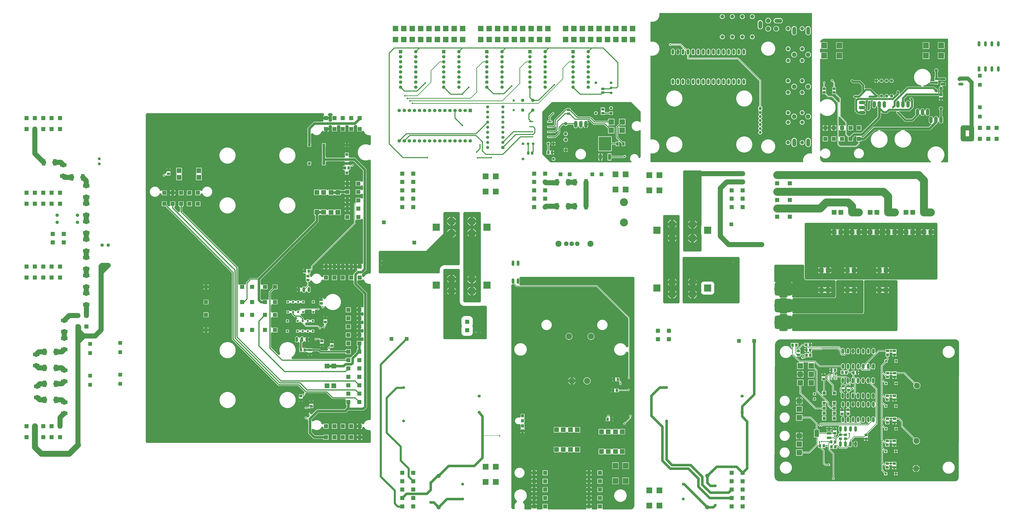
<source format=gbl>
%MOIN*%
%OFA0B0*%
%FSLAX34Y34*%
%IPPOS*%
%LPD*%
%AMOC8*
5,1,8,0,0,$1,112.5*%
%AMOC80*
5,1,8,0,0,$1,-67.5*%
%AMOC81*
5,1,8,0,0,$1,-67.5*%
%AMOC80*
5,1,8,0,0,$1,22.5*%
%AMOC81*
5,1,8,0,0,$1,112.5*%
%AMOC80*
5,1,8,0,0,$1,22.5*%
%AMOC81*
5,1,8,0,0,$1,22.5*%
%AMOC80*
5,1,8,0,0,$1,-67.5*%
%AMOC81*
5,1,8,0,0,$1,-67.5*%
%ADD10C,0.060000000000000005*%
%ADD11C,0.055000000000000007*%
%ADD12R,0.082677165354330714X0.082677165354330714*%
%ADD13C,0.057086614173228349*%
%ADD14C,0.082677165354330714*%
%ADD15C,0.0562992125984252*%
%ADD16R,0.075000000000000011X0.075000000000000011*%
%ADD17R,0.1125X0.1125*%
%ADD18C,0.15748031496062992*%
%ADD19R,0.14X0.14*%
%ADD20C,0.05*%
%ADD21C,0.11811023622047245*%
%ADD22C,0.1*%
%ADD33C,0.060000000000000005*%
%ADD34C,0.055000000000000007*%
%ADD35R,0.082677165354330714X0.082677165354330714*%
%ADD36C,0.057086614173228349*%
%ADD37C,0.082677165354330714*%
%ADD38C,0.0562992125984252*%
%ADD39R,0.075000000000000011X0.075000000000000011*%
%ADD40R,0.1125X0.1125*%
%ADD41C,0.15748031496062992*%
%ADD42R,0.14X0.14*%
%ADD43C,0.04*%
%ADD44C,0.05*%
%ADD45C,0.029779527559055118*%
%ADD46C,0.0078740157480314977*%
%ADD47C,0.11811023622047245*%
%ADD48C,0.03937007874015748*%
%ADD49C,0.15748031496062992*%
%ADD50C,0.124*%
%ADD51P,0.1342163779527559X8X202.5*%
%ADD52R,0.051181102362204731X0.059055118110236227*%
%ADD53C,0.089763779527559054*%
%ADD54C,0.11988188976377953*%
%ADD55R,0.094488188976377951X0.094488188976377951*%
%ADD56C,0.052000000000000005*%
%ADD57R,0.082677165354330714X0.082677165354330714*%
%ADD58R,0.1125X0.1125*%
%ADD59R,0.062007874015748032X0.062007874015748032*%
%ADD60R,0.076771653543307089X0.076771653543307089*%
%ADD61R,0.070866141732283464X0.12598425196850396*%
%ADD62C,0.029779527559055118*%
%ADD63C,0.15748031496062992*%
%ADD64C,0.1*%
%ADD65C,0.0078740157480314977*%
%ADD66C,0.012000000000000002*%
%ADD67C,0.064*%
%ADD68R,0.059055118110236227X0.051181102362204731*%
%ADD69C,0.066*%
%ADD70C,0.066*%
%ADD71C,0.052000000000000005*%
%ADD72R,0.082677165354330714X0.082677165354330714*%
%ADD73R,0.1125X0.1125*%
%ADD74R,0.076771653543307089X0.076771653543307089*%
%ADD75C,0.029779527559055118*%
%ADD76C,0.03937007874015748*%
%ADD77C,0.05*%
%ADD78C,0.024000000000000004*%
%ADD79C,0.032*%
%ADD80C,0.0078740157480314977*%
%ADD81C,0.1*%
%ADD82C,0.07874015748031496*%
%ADD83R,0.082677165354330714X0.082677165354330714*%
%ADD84R,0.059055118110236227X0.051181102362204731*%
%ADD85R,0.07874015748031496X0.07874015748031496*%
%ADD86R,0.043622047244094492X0.043622047244094492*%
%ADD87R,0.051181102362204731X0.059055118110236227*%
%ADD88R,0.094488188976377951X0.094488188976377951*%
%ADD89R,0.055433070866141729X0.055433070866141729*%
%ADD90R,0.062992125984251982X0.051181102362204731*%
%ADD91R,0.051181102362204731X0.062992125984251982*%
%ADD92C,0.052000000000000005*%
%ADD93R,0.12598425196850396X0.070866141732283464*%
%ADD94R,0.070866141732283464X0.12598425196850396*%
%ADD95R,0.076771653543307089X0.076771653543307089*%
%ADD96C,0.066*%
%ADD97P,0.056284291338582683X8X112.5*%
%ADD98C,0.024000000000000004*%
%ADD99C,0.0078740157480314977*%
%ADD100C,0.029779527559055118*%
%ADD101C,0.05*%
%ADD102C,0.032*%
%ADD103C,0.02*%
%ADD104C,0.1*%
%ADD105C,0.11811023622047245*%
%ADD106C,0.01*%
%ADD107R,0.043622047244094492X0.043622047244094492*%
%ADD108R,0.051181102362204731X0.062992125984251982*%
%ADD109C,0.11811023622047245*%
%ADD110R,0.062992125984251982X0.051181102362204731*%
%ADD111R,0.064960629921259838X0.064960629921259838*%
%ADD112R,0.059055118110236227X0.051181102362204731*%
%ADD113R,0.049212598425196853X0.023622047244094488*%
%ADD114C,0.052000000000000005*%
%ADD115R,0.088X0.048000000000000008*%
%ADD116R,0.086614173228346469X0.14173228346456693*%
%ADD117R,0.051181102362204731X0.059055118110236227*%
%ADD118R,0.10629921259842522X0.10629921259842522*%
%ADD119R,0.039685039370078744X0.039685039370078744*%
%ADD120C,0.011811023622047244*%
%ADD121C,0.012000000000000002*%
%ADD122C,0.029779527559055118*%
%ADD123P,0.068190551181102371X8X292.5*%
%ADD124P,0.068190551181102371X8X112.5*%
%ADD125C,0.066*%
%ADD126R,0.066X0.066*%
%ADD127C,0.066*%
%ADD128R,0.066929133858267723X0.066929133858267723*%
%ADD129C,0.066929133858267723*%
%ADD130R,0.059000000000000004X0.059000000000000004*%
%ADD131C,0.059000000000000004*%
%ADD132P,0.068190551181102371X8X202.5*%
%ADD133R,0.044803149606299213X0.044803149606299213*%
%ADD134C,0.044803149606299213*%
%ADD135R,0.24606299212598426X0.27559055118110237*%
%ADD136R,0.059055118110236227X0.11811023622047245*%
%ADD137C,0.011811023622047244*%
%ADD138R,0.084999999999999992X0.024000000000000004*%
%ADD139R,0.059055118110236227X0.051181102362204731*%
%ADD140R,0.051181102362204731X0.059055118110236227*%
%ADD141R,0.10629921259842522X0.10629921259842522*%
%ADD142R,0.052283464566929137X0.052283464566929137*%
%ADD143C,0.052283464566929137*%
%ADD144C,0.01968503937007874*%
%ADD145C,0.031748031496062992*%
%ADD146C,0.012000000000000002*%
%ADD147C,0.052000000000000005*%
%ADD148R,0.056000000000000008X0.056000000000000008*%
%ADD149C,0.056000000000000008*%
%ADD150C,0.07*%
%ADD151P,0.075767283464566931X8X292.5*%
%ADD152P,0.075767283464566931X8X112.5*%
%ADD153C,0.078000000000000014*%
%ADD154P,0.092003149606299212X8X292.5*%
%ADD155C,0.029779527559055118*%
%ADD156C,0.01*%
%ADD157R,0.07874015748031496X0.07874015748031496*%
%ADD158R,0.094488188976377951X0.094488188976377951*%
%ADD159C,0.15748031496062992*%
%ADD160C,0.1*%
G75*
G01*
G36*
X0143163Y0050000D02*
X0143163Y0050000D01*
X0143163Y0050000D01*
X0143162Y0050013D01*
X0143161Y0050027D01*
X0143161Y0050028D01*
X0143161Y0050028D01*
X0143159Y0050041D01*
X0143157Y0050055D01*
X0143157Y0050055D01*
X0143157Y0050055D01*
X0143153Y0050069D01*
X0143149Y0050082D01*
X0143149Y0050082D01*
X0143149Y0050082D01*
X0143143Y0050095D01*
X0143138Y0050108D01*
X0143138Y0050108D01*
X0143138Y0050108D01*
X0143131Y0050120D01*
X0143125Y0050133D01*
X0143124Y0050133D01*
X0143124Y0050133D01*
X0143116Y0050144D01*
X0143108Y0050155D01*
X0143108Y0050156D01*
X0143108Y0050156D01*
X0143099Y0050166D01*
X0143090Y0050176D01*
X0143089Y0050176D01*
X0143089Y0050177D01*
X0143079Y0050186D01*
X0143069Y0050195D01*
X0143069Y0050195D01*
X0143068Y0050195D01*
X0143057Y0050203D01*
X0143046Y0050211D01*
X0143046Y0050211D01*
X0143046Y0050211D01*
X0143034Y0050218D01*
X0143021Y0050225D01*
X0143021Y0050225D01*
X0143021Y0050225D01*
X0143008Y0050230D01*
X0142995Y0050235D01*
X0142995Y0050236D01*
X0142995Y0050236D01*
X0142982Y0050239D01*
X0142968Y0050243D01*
X0142968Y0050243D01*
X0142968Y0050243D01*
X0142954Y0050246D01*
X0142941Y0050248D01*
X0142941Y0050248D01*
X0142940Y0050248D01*
X0142913Y0050249D01*
X0132192Y0050249D01*
X0132192Y0050249D01*
X0132192Y0050249D01*
X0132178Y0050249D01*
X0132164Y0050248D01*
X0132164Y0050248D01*
X0132164Y0050248D01*
X0132151Y0050246D01*
X0132137Y0050243D01*
X0132137Y0050243D01*
X0132137Y0050243D01*
X0132123Y0050239D01*
X0132110Y0050235D01*
X0132110Y0050235D01*
X0132110Y0050235D01*
X0132097Y0050230D01*
X0132084Y0050225D01*
X0132084Y0050225D01*
X0132084Y0050225D01*
X0132071Y0050218D01*
X0132059Y0050211D01*
X0132059Y0050211D01*
X0132059Y0050211D01*
X0132047Y0050203D01*
X0132036Y0050195D01*
X0132036Y0050195D01*
X0132036Y0050195D01*
X0132026Y0050185D01*
X0132016Y0050176D01*
X0132015Y0050176D01*
X0132015Y0050176D01*
X0132006Y0050165D01*
X0131997Y0050155D01*
X0131997Y0050155D01*
X0131997Y0050155D01*
X0131989Y0050144D01*
X0131981Y0050132D01*
X0131981Y0050132D01*
X0131981Y0050132D01*
X0131974Y0050121D01*
X0131967Y0050108D01*
X0131967Y0050108D01*
X0131967Y0050108D01*
X0131962Y0050095D01*
X0131956Y0050082D01*
X0131956Y0050082D01*
X0131956Y0050082D01*
X0131953Y0050069D01*
X0131949Y0050055D01*
X0131949Y0050055D01*
X0131949Y0050055D01*
X0131946Y0050041D01*
X0131944Y0050027D01*
X0131944Y0050027D01*
X0131944Y0050027D01*
X0131942Y0050000D01*
X0131942Y0041338D01*
X0131942Y0041338D01*
X0131942Y0041338D01*
X0131943Y0041324D01*
X0131944Y0041310D01*
X0131944Y0041310D01*
X0131944Y0041310D01*
X0131946Y0041296D01*
X0131949Y0041282D01*
X0131949Y0041282D01*
X0131949Y0041282D01*
X0131953Y0041269D01*
X0131956Y0041255D01*
X0131957Y0041255D01*
X0131957Y0041255D01*
X0131962Y0041242D01*
X0131967Y0041230D01*
X0131967Y0041229D01*
X0131967Y0041229D01*
X0131974Y0041217D01*
X0131981Y0041205D01*
X0131981Y0041205D01*
X0131981Y0041205D01*
X0131989Y0041193D01*
X0131997Y0041182D01*
X0131997Y0041182D01*
X0131997Y0041182D01*
X0132007Y0041171D01*
X0132016Y0041161D01*
X0132016Y0041161D01*
X0132016Y0041161D01*
X0132026Y0041152D01*
X0132037Y0041143D01*
X0132037Y0041142D01*
X0132037Y0041142D01*
X0132048Y0041135D01*
X0132060Y0041126D01*
X0132060Y0041126D01*
X0132060Y0041126D01*
X0132071Y0041120D01*
X0132084Y0041113D01*
X0132084Y0041113D01*
X0132084Y0041113D01*
X0132097Y0041108D01*
X0132110Y0041102D01*
X0132110Y0041102D01*
X0132110Y0041102D01*
X0132123Y0041098D01*
X0132137Y0041094D01*
X0132137Y0041094D01*
X0132137Y0041094D01*
X0132151Y0041092D01*
X0132165Y0041090D01*
X0132165Y0041090D01*
X0132165Y0041090D01*
X0132192Y0041088D01*
X0142913Y0041088D01*
X0142913Y0041088D01*
X0142913Y0041088D01*
X0142927Y0041089D01*
X0142941Y0041090D01*
X0142941Y0041090D01*
X0142941Y0041090D01*
X0142955Y0041092D01*
X0142969Y0041094D01*
X0142969Y0041094D01*
X0142969Y0041094D01*
X0142982Y0041098D01*
X0142995Y0041102D01*
X0142996Y0041102D01*
X0142996Y0041102D01*
X0143008Y0041108D01*
X0143021Y0041113D01*
X0143022Y0041113D01*
X0143022Y0041113D01*
X0143034Y0041120D01*
X0143046Y0041126D01*
X0143046Y0041127D01*
X0143046Y0041127D01*
X0143058Y0041135D01*
X0143069Y0041143D01*
X0143069Y0041143D01*
X0143069Y0041143D01*
X0143080Y0041152D01*
X0143090Y0041161D01*
X0143090Y0041162D01*
X0143090Y0041162D01*
X0143099Y0041172D01*
X0143108Y0041182D01*
X0143108Y0041182D01*
X0143109Y0041182D01*
X0143116Y0041194D01*
X0143125Y0041205D01*
X0143125Y0041205D01*
X0143125Y0041205D01*
X0143131Y0041217D01*
X0143138Y0041230D01*
X0143138Y0041230D01*
X0143138Y0041230D01*
X0143143Y0041242D01*
X0143149Y0041256D01*
X0143149Y0041256D01*
X0143149Y0041256D01*
X0143153Y0041269D01*
X0143157Y0041283D01*
X0143157Y0041283D01*
X0143157Y0041283D01*
X0143159Y0041297D01*
X0143161Y0041310D01*
X0143161Y0041310D01*
X0143161Y0041311D01*
X0143163Y0041338D01*
X0143163Y0050000D01*
X0143163Y0050000D01*
G37*
G36*
X0135682Y0054449D02*
X0135682Y0054449D01*
X0135682Y0054456D01*
X0135681Y0054463D01*
X0135681Y0054470D01*
X0135680Y0054477D01*
X0135679Y0054484D01*
X0135677Y0054491D01*
X0135676Y0054497D01*
X0135674Y0054504D01*
X0135673Y0054511D01*
X0135670Y0054518D01*
X0135669Y0054524D01*
X0135666Y0054531D01*
X0135663Y0054537D01*
X0135599Y0054694D01*
X0135599Y0056329D01*
X0135663Y0056485D01*
X0135666Y0056492D01*
X0135669Y0056499D01*
X0135671Y0056505D01*
X0135673Y0056512D01*
X0135674Y0056519D01*
X0135676Y0056526D01*
X0135677Y0056532D01*
X0135679Y0056539D01*
X0135680Y0056546D01*
X0135681Y0056553D01*
X0135681Y0056560D01*
X0135682Y0056567D01*
X0135682Y0056574D01*
X0135683Y0056581D01*
X0135683Y0067066D01*
X0135683Y0067066D01*
X0135683Y0067066D01*
X0135682Y0067080D01*
X0135681Y0067094D01*
X0135681Y0067094D01*
X0135681Y0067094D01*
X0135679Y0067108D01*
X0135676Y0067122D01*
X0135676Y0067122D01*
X0135676Y0067122D01*
X0135672Y0067135D01*
X0135669Y0067149D01*
X0135668Y0067149D01*
X0135668Y0067149D01*
X0135663Y0067162D01*
X0135658Y0067175D01*
X0135658Y0067175D01*
X0135658Y0067175D01*
X0135651Y0067187D01*
X0135644Y0067199D01*
X0135644Y0067199D01*
X0135644Y0067199D01*
X0135636Y0067211D01*
X0135628Y0067222D01*
X0135628Y0067222D01*
X0135628Y0067222D01*
X0135618Y0067233D01*
X0135609Y0067243D01*
X0135609Y0067243D01*
X0135609Y0067243D01*
X0135599Y0067252D01*
X0135588Y0067262D01*
X0135588Y0067262D01*
X0135588Y0067262D01*
X0135577Y0067269D01*
X0135565Y0067278D01*
X0135565Y0067278D01*
X0135565Y0067278D01*
X0135554Y0067284D01*
X0135541Y0067291D01*
X0135541Y0067291D01*
X0135541Y0067291D01*
X0135528Y0067296D01*
X0135515Y0067302D01*
X0135515Y0067302D01*
X0135515Y0067302D01*
X0135502Y0067306D01*
X0135488Y0067310D01*
X0135488Y0067310D01*
X0135488Y0067310D01*
X0135475Y0067312D01*
X0135460Y0067314D01*
X0135460Y0067314D01*
X0135460Y0067315D01*
X0135433Y0067316D01*
X0132283Y0067316D01*
X0132283Y0067316D01*
X0132283Y0067316D01*
X0132269Y0067315D01*
X0132255Y0067314D01*
X0132255Y0067314D01*
X0132255Y0067314D01*
X0132241Y0067312D01*
X0132227Y0067310D01*
X0132227Y0067310D01*
X0132227Y0067310D01*
X0132214Y0067306D01*
X0132200Y0067302D01*
X0132200Y0067302D01*
X0132200Y0067302D01*
X0132187Y0067297D01*
X0132174Y0067291D01*
X0132174Y0067291D01*
X0132174Y0067291D01*
X0132162Y0067284D01*
X0132150Y0067278D01*
X0132150Y0067278D01*
X0132150Y0067278D01*
X0132138Y0067269D01*
X0132127Y0067261D01*
X0132127Y0067261D01*
X0132127Y0067261D01*
X0132116Y0067252D01*
X0132106Y0067243D01*
X0132106Y0067243D01*
X0132106Y0067243D01*
X0132097Y0067232D01*
X0132087Y0067222D01*
X0132087Y0067222D01*
X0132087Y0067222D01*
X0132080Y0067211D01*
X0132071Y0067199D01*
X0132071Y0067199D01*
X0132071Y0067199D01*
X0132065Y0067187D01*
X0132058Y0067174D01*
X0132058Y0067174D01*
X0132058Y0067174D01*
X0132052Y0067162D01*
X0132047Y0067148D01*
X0132047Y0067148D01*
X0132047Y0067148D01*
X0132043Y0067135D01*
X0132039Y0067121D01*
X0132039Y0067121D01*
X0132039Y0067121D01*
X0132037Y0067107D01*
X0132035Y0067094D01*
X0132035Y0067094D01*
X0132035Y0067094D01*
X0132033Y0067066D01*
X0132033Y0051574D01*
X0132033Y0051574D01*
X0132033Y0051574D01*
X0132034Y0051560D01*
X0132035Y0051546D01*
X0132035Y0051546D01*
X0132035Y0051546D01*
X0132037Y0051533D01*
X0132039Y0051519D01*
X0132039Y0051519D01*
X0132039Y0051518D01*
X0132043Y0051505D01*
X0132047Y0051492D01*
X0132047Y0051492D01*
X0132047Y0051491D01*
X0132052Y0051479D01*
X0132058Y0051466D01*
X0132058Y0051466D01*
X0132058Y0051466D01*
X0132065Y0051453D01*
X0132071Y0051441D01*
X0132071Y0051441D01*
X0132071Y0051441D01*
X0132080Y0051429D01*
X0132088Y0051418D01*
X0132088Y0051418D01*
X0132088Y0051418D01*
X0132097Y0051408D01*
X0132106Y0051397D01*
X0132106Y0051397D01*
X0132106Y0051397D01*
X0132117Y0051388D01*
X0132127Y0051379D01*
X0132127Y0051379D01*
X0132127Y0051379D01*
X0132138Y0051371D01*
X0132150Y0051363D01*
X0132150Y0051363D01*
X0132150Y0051362D01*
X0132162Y0051356D01*
X0132175Y0051349D01*
X0132175Y0051349D01*
X0132175Y0051349D01*
X0132187Y0051344D01*
X0132201Y0051338D01*
X0132201Y0051338D01*
X0132201Y0051338D01*
X0132214Y0051335D01*
X0132228Y0051331D01*
X0132228Y0051331D01*
X0132228Y0051331D01*
X0132242Y0051328D01*
X0132255Y0051326D01*
X0132255Y0051326D01*
X0132255Y0051326D01*
X0132283Y0051324D01*
X0135433Y0051324D01*
X0135433Y0051324D01*
X0135433Y0051324D01*
X0135447Y0051325D01*
X0135461Y0051326D01*
X0135461Y0051326D01*
X0135461Y0051326D01*
X0135475Y0051328D01*
X0135488Y0051331D01*
X0135488Y0051331D01*
X0135488Y0051331D01*
X0135502Y0051335D01*
X0135515Y0051338D01*
X0135515Y0051338D01*
X0135515Y0051338D01*
X0135528Y0051344D01*
X0135541Y0051349D01*
X0135541Y0051349D01*
X0135541Y0051349D01*
X0135554Y0051356D01*
X0135566Y0051363D01*
X0135566Y0051363D01*
X0135566Y0051363D01*
X0135578Y0051371D01*
X0135589Y0051379D01*
X0135589Y0051379D01*
X0135589Y0051379D01*
X0135599Y0051389D01*
X0135609Y0051398D01*
X0135609Y0051398D01*
X0135610Y0051398D01*
X0135619Y0051409D01*
X0135628Y0051419D01*
X0135628Y0051419D01*
X0135628Y0051419D01*
X0135636Y0051430D01*
X0135644Y0051441D01*
X0135644Y0051442D01*
X0135644Y0051442D01*
X0135651Y0051453D01*
X0135658Y0051466D01*
X0135658Y0051466D01*
X0135658Y0051466D01*
X0135663Y0051479D01*
X0135669Y0051492D01*
X0135669Y0051492D01*
X0135669Y0051492D01*
X0135672Y0051505D01*
X0135676Y0051519D01*
X0135676Y0051519D01*
X0135676Y0051519D01*
X0135679Y0051533D01*
X0135681Y0051546D01*
X0135681Y0051547D01*
X0135681Y0051547D01*
X0135683Y0051574D01*
X0135683Y0054442D01*
X0135682Y0054449D01*
G37*
G36*
X0131352Y0058267D02*
X0131352Y0058267D01*
X0131352Y0058267D01*
X0131351Y0058281D01*
X0131350Y0058295D01*
X0131350Y0058295D01*
X0131350Y0058295D01*
X0131348Y0058309D01*
X0131346Y0058323D01*
X0131346Y0058323D01*
X0131346Y0058323D01*
X0131342Y0058337D01*
X0131338Y0058350D01*
X0131338Y0058350D01*
X0131338Y0058350D01*
X0131332Y0058363D01*
X0131327Y0058376D01*
X0131327Y0058376D01*
X0131327Y0058376D01*
X0131320Y0058388D01*
X0131313Y0058400D01*
X0131313Y0058400D01*
X0131313Y0058400D01*
X0131305Y0058412D01*
X0131297Y0058423D01*
X0131297Y0058423D01*
X0131297Y0058423D01*
X0131288Y0058434D01*
X0131279Y0058444D01*
X0131278Y0058444D01*
X0131278Y0058444D01*
X0131268Y0058454D01*
X0131258Y0058463D01*
X0131258Y0058463D01*
X0131257Y0058463D01*
X0131246Y0058471D01*
X0131235Y0058479D01*
X0131235Y0058479D01*
X0131235Y0058479D01*
X0131223Y0058485D01*
X0131210Y0058492D01*
X0131210Y0058493D01*
X0131210Y0058493D01*
X0131197Y0058498D01*
X0131184Y0058503D01*
X0131184Y0058503D01*
X0131184Y0058503D01*
X0131171Y0058507D01*
X0131157Y0058511D01*
X0131157Y0058511D01*
X0131157Y0058511D01*
X0131143Y0058513D01*
X0131130Y0058516D01*
X0131130Y0058516D01*
X0131129Y0058516D01*
X0131102Y0058517D01*
X0128346Y0058517D01*
X0128346Y0058517D01*
X0128346Y0058517D01*
X0128332Y0058516D01*
X0128318Y0058516D01*
X0128318Y0058516D01*
X0128318Y0058516D01*
X0128304Y0058513D01*
X0128290Y0058511D01*
X0128290Y0058511D01*
X0128290Y0058511D01*
X0128277Y0058507D01*
X0128263Y0058503D01*
X0128263Y0058503D01*
X0128263Y0058503D01*
X0128250Y0058498D01*
X0128237Y0058492D01*
X0128237Y0058492D01*
X0128237Y0058492D01*
X0128225Y0058486D01*
X0128213Y0058479D01*
X0128213Y0058479D01*
X0128213Y0058479D01*
X0128201Y0058470D01*
X0128190Y0058463D01*
X0128190Y0058463D01*
X0128190Y0058462D01*
X0128179Y0058453D01*
X0128169Y0058444D01*
X0128169Y0058444D01*
X0128169Y0058444D01*
X0128160Y0058433D01*
X0128150Y0058423D01*
X0128150Y0058423D01*
X0128150Y0058423D01*
X0128142Y0058412D01*
X0128134Y0058400D01*
X0128134Y0058400D01*
X0128134Y0058400D01*
X0128128Y0058388D01*
X0128121Y0058376D01*
X0128121Y0058375D01*
X0128121Y0058375D01*
X0128115Y0058363D01*
X0128110Y0058350D01*
X0128110Y0058350D01*
X0128110Y0058349D01*
X0128106Y0058336D01*
X0128102Y0058323D01*
X0128102Y0058323D01*
X0128102Y0058322D01*
X0128100Y0058308D01*
X0128098Y0058295D01*
X0128098Y0058295D01*
X0128097Y0058295D01*
X0128096Y0058267D01*
X0128096Y0041338D01*
X0128096Y0041338D01*
X0128096Y0041338D01*
X0128097Y0041324D01*
X0128098Y0041310D01*
X0128098Y0041310D01*
X0128098Y0041310D01*
X0128100Y0041296D01*
X0128102Y0041282D01*
X0128102Y0041282D01*
X0128102Y0041282D01*
X0128106Y0041269D01*
X0128110Y0041255D01*
X0128110Y0041255D01*
X0128110Y0041255D01*
X0128115Y0041242D01*
X0128121Y0041230D01*
X0128121Y0041229D01*
X0128121Y0041229D01*
X0128128Y0041217D01*
X0128134Y0041205D01*
X0128134Y0041205D01*
X0128134Y0041205D01*
X0128143Y0041193D01*
X0128151Y0041182D01*
X0128151Y0041182D01*
X0128151Y0041182D01*
X0128160Y0041171D01*
X0128169Y0041161D01*
X0128169Y0041161D01*
X0128169Y0041161D01*
X0128180Y0041152D01*
X0128190Y0041143D01*
X0128190Y0041142D01*
X0128190Y0041142D01*
X0128201Y0041135D01*
X0128213Y0041126D01*
X0128213Y0041126D01*
X0128213Y0041126D01*
X0128225Y0041120D01*
X0128238Y0041113D01*
X0128238Y0041113D01*
X0128238Y0041113D01*
X0128250Y0041108D01*
X0128264Y0041102D01*
X0128264Y0041102D01*
X0128264Y0041102D01*
X0128277Y0041098D01*
X0128291Y0041094D01*
X0128291Y0041094D01*
X0128291Y0041094D01*
X0128305Y0041092D01*
X0128318Y0041090D01*
X0128318Y0041090D01*
X0128318Y0041090D01*
X0128346Y0041088D01*
X0131102Y0041088D01*
X0131102Y0041088D01*
X0131102Y0041088D01*
X0131117Y0041089D01*
X0131130Y0041090D01*
X0131130Y0041090D01*
X0131130Y0041090D01*
X0131143Y0041092D01*
X0131157Y0041094D01*
X0131158Y0041094D01*
X0131158Y0041094D01*
X0131171Y0041098D01*
X0131184Y0041102D01*
X0131185Y0041102D01*
X0131185Y0041102D01*
X0131197Y0041108D01*
X0131210Y0041113D01*
X0131210Y0041113D01*
X0131211Y0041113D01*
X0131223Y0041120D01*
X0131235Y0041126D01*
X0131235Y0041127D01*
X0131235Y0041127D01*
X0131247Y0041135D01*
X0131258Y0041143D01*
X0131258Y0041143D01*
X0131258Y0041143D01*
X0131269Y0041152D01*
X0131279Y0041161D01*
X0131279Y0041162D01*
X0131279Y0041162D01*
X0131288Y0041172D01*
X0131297Y0041182D01*
X0131297Y0041182D01*
X0131298Y0041182D01*
X0131305Y0041194D01*
X0131314Y0041205D01*
X0131314Y0041205D01*
X0131314Y0041205D01*
X0131320Y0041217D01*
X0131327Y0041230D01*
X0131327Y0041230D01*
X0131327Y0041230D01*
X0131332Y0041242D01*
X0131338Y0041256D01*
X0131338Y0041256D01*
X0131338Y0041256D01*
X0131342Y0041269D01*
X0131346Y0041283D01*
X0131346Y0041283D01*
X0131346Y0041283D01*
X0131348Y0041297D01*
X0131350Y0041310D01*
X0131350Y0041310D01*
X0131350Y0041311D01*
X0131352Y0041338D01*
X0131352Y0058267D01*
X0131352Y0058267D01*
G37*
%LPC*%
G36*
X0138180Y0043277D02*
X0138180Y0043277D01*
X0138090Y0043059D01*
X0137924Y0042893D01*
X0137707Y0042803D01*
X0136072Y0042803D01*
X0135855Y0042893D01*
X0135689Y0043059D01*
X0135599Y0043277D01*
X0135599Y0044911D01*
X0135689Y0045129D01*
X0135855Y0045295D01*
X0136072Y0045385D01*
X0137707Y0045385D01*
X0137924Y0045295D01*
X0138090Y0045129D01*
X0138180Y0044911D01*
X0138180Y0043277D01*
G37*
%LPD*%
%LPC*%
G36*
X0133639Y0056942D02*
X0133639Y0056942D01*
X0133037Y0056942D01*
X0133068Y0057033D01*
X0133111Y0057122D01*
X0133164Y0057207D01*
X0133227Y0057285D01*
X0133297Y0057355D01*
X0133375Y0057417D01*
X0133459Y0057470D01*
X0133549Y0057514D01*
X0133639Y0057545D01*
X0133639Y0056942D01*
G37*
%LPD*%
%LPC*%
G36*
X0129639Y0056942D02*
X0129639Y0056942D01*
X0129037Y0056942D01*
X0129068Y0057033D01*
X0129111Y0057122D01*
X0129164Y0057207D01*
X0129227Y0057285D01*
X0129297Y0057355D01*
X0129375Y0057417D01*
X0129459Y0057470D01*
X0129549Y0057514D01*
X0129639Y0057545D01*
X0129639Y0056942D01*
G37*
%LPD*%
%LPC*%
G36*
X0133639Y0054186D02*
X0133639Y0054186D01*
X0133037Y0054186D01*
X0133068Y0054277D01*
X0133111Y0054366D01*
X0133164Y0054451D01*
X0133227Y0054529D01*
X0133297Y0054599D01*
X0133375Y0054661D01*
X0133459Y0054714D01*
X0133549Y0054758D01*
X0133639Y0054789D01*
X0133639Y0054186D01*
G37*
%LPD*%
%LPC*%
G36*
X0133639Y0045525D02*
X0133639Y0045525D01*
X0133037Y0045525D01*
X0133068Y0045615D01*
X0133111Y0045705D01*
X0133164Y0045789D01*
X0133227Y0045867D01*
X0133297Y0045938D01*
X0133375Y0046000D01*
X0133459Y0046053D01*
X0133549Y0046096D01*
X0133639Y0046128D01*
X0133639Y0045525D01*
G37*
%LPD*%
%LPC*%
G36*
X0129639Y0054186D02*
X0129639Y0054186D01*
X0129037Y0054186D01*
X0129068Y0054277D01*
X0129111Y0054366D01*
X0129164Y0054451D01*
X0129227Y0054529D01*
X0129297Y0054599D01*
X0129375Y0054661D01*
X0129459Y0054714D01*
X0129549Y0054758D01*
X0129639Y0054789D01*
X0129639Y0054186D01*
G37*
%LPD*%
%LPC*%
G36*
X0133639Y0043163D02*
X0133639Y0043163D01*
X0133037Y0043163D01*
X0133068Y0043253D01*
X0133111Y0043343D01*
X0133164Y0043427D01*
X0133227Y0043505D01*
X0133297Y0043576D01*
X0133375Y0043638D01*
X0133459Y0043691D01*
X0133549Y0043734D01*
X0133639Y0043766D01*
X0133639Y0043163D01*
G37*
%LPD*%
%LPC*%
G36*
X0129639Y0045525D02*
X0129639Y0045525D01*
X0129037Y0045525D01*
X0129068Y0045615D01*
X0129111Y0045705D01*
X0129164Y0045789D01*
X0129227Y0045867D01*
X0129297Y0045938D01*
X0129375Y0046000D01*
X0129459Y0046053D01*
X0129549Y0046096D01*
X0129639Y0046128D01*
X0129639Y0045525D01*
G37*
%LPD*%
%LPC*%
G36*
X0129639Y0043163D02*
X0129639Y0043163D01*
X0129037Y0043163D01*
X0129068Y0043253D01*
X0129111Y0043343D01*
X0129164Y0043427D01*
X0129227Y0043505D01*
X0129297Y0043576D01*
X0129375Y0043638D01*
X0129459Y0043691D01*
X0129549Y0043734D01*
X0129639Y0043766D01*
X0129639Y0043163D01*
G37*
%LPD*%
%LPC*%
G36*
X0129639Y0044422D02*
X0129639Y0044422D01*
X0129549Y0044454D01*
X0129460Y0044497D01*
X0129460Y0044497D01*
X0129459Y0044497D01*
X0129375Y0044550D01*
X0129297Y0044612D01*
X0129227Y0044683D01*
X0129164Y0044761D01*
X0129111Y0044845D01*
X0129077Y0044916D01*
X0129077Y0044916D01*
X0129068Y0044935D01*
X0129037Y0045025D01*
X0129639Y0045025D01*
X0129639Y0044422D01*
G37*
%LPD*%
%LPC*%
G36*
X0129639Y0053084D02*
X0129639Y0053084D01*
X0129549Y0053115D01*
X0129460Y0053158D01*
X0129460Y0053158D01*
X0129459Y0053159D01*
X0129375Y0053212D01*
X0129297Y0053274D01*
X0129227Y0053344D01*
X0129164Y0053422D01*
X0129111Y0053507D01*
X0129077Y0053577D01*
X0129077Y0053577D01*
X0129068Y0053596D01*
X0129037Y0053687D01*
X0129639Y0053687D01*
X0129639Y0053084D01*
G37*
%LPD*%
%LPC*%
G36*
X0129639Y0042060D02*
X0129639Y0042060D01*
X0129549Y0042092D01*
X0129460Y0042134D01*
X0129460Y0042134D01*
X0129459Y0042135D01*
X0129375Y0042188D01*
X0129297Y0042250D01*
X0129227Y0042321D01*
X0129164Y0042399D01*
X0129111Y0042483D01*
X0129077Y0042554D01*
X0129077Y0042554D01*
X0129068Y0042573D01*
X0129037Y0042663D01*
X0129639Y0042663D01*
X0129639Y0042060D01*
G37*
%LPD*%
%LPC*%
G36*
X0129639Y0055840D02*
X0129639Y0055840D01*
X0129549Y0055871D01*
X0129460Y0055914D01*
X0129460Y0055914D01*
X0129459Y0055915D01*
X0129375Y0055968D01*
X0129297Y0056030D01*
X0129227Y0056100D01*
X0129164Y0056178D01*
X0129111Y0056262D01*
X0129077Y0056333D01*
X0129077Y0056333D01*
X0129068Y0056352D01*
X0129037Y0056442D01*
X0129639Y0056442D01*
X0129639Y0055840D01*
G37*
%LPD*%
%LPC*%
G36*
X0133639Y0044422D02*
X0133639Y0044422D01*
X0133549Y0044454D01*
X0133522Y0044467D01*
X0133522Y0044467D01*
X0133459Y0044497D01*
X0133375Y0044550D01*
X0133297Y0044612D01*
X0133227Y0044683D01*
X0133164Y0044761D01*
X0133111Y0044845D01*
X0133068Y0044935D01*
X0133037Y0045025D01*
X0133639Y0045025D01*
X0133639Y0044422D01*
G37*
%LPD*%
%LPC*%
G36*
X0133639Y0042060D02*
X0133639Y0042060D01*
X0133549Y0042092D01*
X0133522Y0042105D01*
X0133522Y0042105D01*
X0133459Y0042135D01*
X0133375Y0042188D01*
X0133297Y0042250D01*
X0133227Y0042321D01*
X0133164Y0042399D01*
X0133111Y0042483D01*
X0133068Y0042573D01*
X0133037Y0042663D01*
X0133639Y0042663D01*
X0133639Y0042060D01*
G37*
%LPD*%
%LPC*%
G36*
X0134139Y0045525D02*
X0134139Y0045525D01*
X0134139Y0046128D01*
X0134229Y0046096D01*
X0134319Y0046053D01*
X0134404Y0046000D01*
X0134482Y0045938D01*
X0134552Y0045867D01*
X0134614Y0045789D01*
X0134667Y0045705D01*
X0134689Y0045660D01*
X0134710Y0045615D01*
X0134742Y0045525D01*
X0134139Y0045525D01*
G37*
%LPD*%
%LPC*%
G36*
X0134139Y0043163D02*
X0134139Y0043163D01*
X0134139Y0043766D01*
X0134229Y0043734D01*
X0134319Y0043691D01*
X0134404Y0043638D01*
X0134482Y0043576D01*
X0134552Y0043505D01*
X0134614Y0043427D01*
X0134667Y0043343D01*
X0134689Y0043298D01*
X0134710Y0043253D01*
X0134742Y0043163D01*
X0134139Y0043163D01*
G37*
%LPD*%
%LPC*%
G36*
X0130139Y0056942D02*
X0130139Y0056942D01*
X0130139Y0057545D01*
X0130229Y0057514D01*
X0130319Y0057470D01*
X0130404Y0057417D01*
X0130482Y0057355D01*
X0130552Y0057285D01*
X0130614Y0057207D01*
X0130667Y0057122D01*
X0130710Y0057033D01*
X0130742Y0056942D01*
X0130139Y0056942D01*
G37*
%LPD*%
%LPC*%
G36*
X0130139Y0054186D02*
X0130139Y0054186D01*
X0130139Y0054789D01*
X0130229Y0054758D01*
X0130319Y0054714D01*
X0130404Y0054661D01*
X0130482Y0054599D01*
X0130552Y0054529D01*
X0130614Y0054451D01*
X0130667Y0054366D01*
X0130710Y0054277D01*
X0130742Y0054186D01*
X0130139Y0054186D01*
G37*
%LPD*%
%LPC*%
G36*
X0130139Y0045525D02*
X0130139Y0045525D01*
X0130139Y0046128D01*
X0130229Y0046096D01*
X0130319Y0046053D01*
X0130404Y0046000D01*
X0130482Y0045938D01*
X0130552Y0045867D01*
X0130614Y0045789D01*
X0130667Y0045705D01*
X0130710Y0045615D01*
X0130742Y0045525D01*
X0130139Y0045525D01*
G37*
%LPD*%
%LPC*%
G36*
X0130139Y0043163D02*
X0130139Y0043163D01*
X0130139Y0043766D01*
X0130229Y0043734D01*
X0130319Y0043691D01*
X0130404Y0043638D01*
X0130482Y0043576D01*
X0130552Y0043505D01*
X0130614Y0043427D01*
X0130667Y0043343D01*
X0130710Y0043253D01*
X0130742Y0043163D01*
X0130139Y0043163D01*
G37*
%LPD*%
%LPC*%
G36*
X0133639Y0055840D02*
X0133639Y0055840D01*
X0133549Y0055871D01*
X0133459Y0055915D01*
X0133375Y0055968D01*
X0133297Y0056030D01*
X0133227Y0056100D01*
X0133164Y0056178D01*
X0133145Y0056210D01*
X0133144Y0056210D01*
X0133111Y0056262D01*
X0133068Y0056352D01*
X0133037Y0056442D01*
X0133639Y0056442D01*
X0133639Y0055840D01*
G37*
%LPD*%
%LPC*%
G36*
X0133639Y0053084D02*
X0133639Y0053084D01*
X0133549Y0053115D01*
X0133459Y0053159D01*
X0133375Y0053212D01*
X0133297Y0053274D01*
X0133227Y0053344D01*
X0133164Y0053422D01*
X0133145Y0053454D01*
X0133144Y0053454D01*
X0133111Y0053507D01*
X0133068Y0053596D01*
X0133037Y0053687D01*
X0133639Y0053687D01*
X0133639Y0053084D01*
G37*
%LPD*%
%LPC*%
G36*
X0134139Y0056942D02*
X0134139Y0056942D01*
X0134139Y0057545D01*
X0134229Y0057514D01*
X0134319Y0057470D01*
X0134404Y0057417D01*
X0134482Y0057355D01*
X0134552Y0057285D01*
X0134614Y0057207D01*
X0134667Y0057122D01*
X0134707Y0057039D01*
X0134707Y0057039D01*
X0134710Y0057033D01*
X0134742Y0056942D01*
X0134139Y0056942D01*
G37*
%LPD*%
%LPC*%
G36*
X0134139Y0054186D02*
X0134139Y0054186D01*
X0134139Y0054789D01*
X0134229Y0054758D01*
X0134319Y0054714D01*
X0134404Y0054661D01*
X0134482Y0054599D01*
X0134552Y0054529D01*
X0134614Y0054451D01*
X0134667Y0054366D01*
X0134707Y0054283D01*
X0134707Y0054283D01*
X0134710Y0054277D01*
X0134742Y0054186D01*
X0134139Y0054186D01*
G37*
%LPD*%
%LPC*%
G36*
X0130710Y0056352D02*
X0130710Y0056352D01*
X0130667Y0056262D01*
X0130614Y0056178D01*
X0130552Y0056100D01*
X0130482Y0056030D01*
X0130404Y0055968D01*
X0130319Y0055915D01*
X0130229Y0055871D01*
X0130139Y0055840D01*
X0130139Y0056442D01*
X0130742Y0056442D01*
X0130710Y0056352D01*
G37*
%LPD*%
%LPC*%
G36*
X0130710Y0053596D02*
X0130710Y0053596D01*
X0130667Y0053507D01*
X0130614Y0053422D01*
X0130552Y0053344D01*
X0130482Y0053274D01*
X0130404Y0053212D01*
X0130319Y0053159D01*
X0130229Y0053115D01*
X0130139Y0053084D01*
X0130139Y0053687D01*
X0130742Y0053687D01*
X0130710Y0053596D01*
G37*
%LPD*%
%LPC*%
G36*
X0130710Y0044935D02*
X0130710Y0044935D01*
X0130667Y0044845D01*
X0130614Y0044761D01*
X0130552Y0044683D01*
X0130482Y0044612D01*
X0130404Y0044550D01*
X0130319Y0044497D01*
X0130229Y0044454D01*
X0130139Y0044422D01*
X0130139Y0045025D01*
X0130742Y0045025D01*
X0130710Y0044935D01*
G37*
%LPD*%
%LPC*%
G36*
X0134710Y0056352D02*
X0134710Y0056352D01*
X0134667Y0056262D01*
X0134614Y0056178D01*
X0134552Y0056100D01*
X0134482Y0056030D01*
X0134404Y0055968D01*
X0134319Y0055915D01*
X0134229Y0055871D01*
X0134139Y0055840D01*
X0134139Y0056442D01*
X0134742Y0056442D01*
X0134710Y0056352D01*
G37*
%LPD*%
%LPC*%
G36*
X0134710Y0053596D02*
X0134710Y0053596D01*
X0134667Y0053507D01*
X0134614Y0053422D01*
X0134552Y0053344D01*
X0134482Y0053274D01*
X0134404Y0053212D01*
X0134319Y0053159D01*
X0134229Y0053115D01*
X0134139Y0053084D01*
X0134139Y0053687D01*
X0134742Y0053687D01*
X0134710Y0053596D01*
G37*
%LPD*%
%LPC*%
G36*
X0134710Y0044935D02*
X0134710Y0044935D01*
X0134667Y0044845D01*
X0134614Y0044761D01*
X0134552Y0044683D01*
X0134482Y0044612D01*
X0134404Y0044550D01*
X0134319Y0044497D01*
X0134229Y0044454D01*
X0134139Y0044422D01*
X0134139Y0045025D01*
X0134742Y0045025D01*
X0134710Y0044935D01*
G37*
%LPD*%
%LPC*%
G36*
X0134710Y0042573D02*
X0134710Y0042573D01*
X0134667Y0042483D01*
X0134614Y0042399D01*
X0134552Y0042321D01*
X0134482Y0042250D01*
X0134404Y0042188D01*
X0134319Y0042135D01*
X0134229Y0042092D01*
X0134139Y0042060D01*
X0134139Y0042663D01*
X0134742Y0042663D01*
X0134710Y0042573D01*
G37*
%LPD*%
%LPC*%
G36*
X0130710Y0042573D02*
X0130710Y0042573D01*
X0130667Y0042483D01*
X0130614Y0042399D01*
X0130552Y0042321D01*
X0130482Y0042250D01*
X0130404Y0042188D01*
X0130319Y0042135D01*
X0130229Y0042092D01*
X0130139Y0042060D01*
X0130139Y0042663D01*
X0130742Y0042663D01*
X0130710Y0042573D01*
G37*
%LPD*%
%LPC*%
G36*
X0141285Y0048942D02*
X0141285Y0048942D01*
X0141060Y0048942D01*
X0141060Y0049077D01*
X0141064Y0049097D01*
X0141071Y0049115D01*
X0141082Y0049131D01*
X0141096Y0049145D01*
X0141113Y0049156D01*
X0141131Y0049164D01*
X0141150Y0049167D01*
X0141285Y0049167D01*
X0141285Y0048942D01*
G37*
%LPD*%
%LPC*%
G36*
X0141285Y0048217D02*
X0141285Y0048217D01*
X0141150Y0048217D01*
X0141131Y0048221D01*
X0141113Y0048229D01*
X0141096Y0048240D01*
X0141082Y0048254D01*
X0141071Y0048270D01*
X0141064Y0048288D01*
X0141060Y0048308D01*
X0141060Y0048442D01*
X0141285Y0048442D01*
X0141285Y0048217D01*
G37*
%LPD*%
%LPC*%
G36*
X0142010Y0048942D02*
X0142010Y0048942D01*
X0141785Y0048942D01*
X0141785Y0049167D01*
X0141920Y0049167D01*
X0141939Y0049164D01*
X0141957Y0049156D01*
X0141974Y0049145D01*
X0141988Y0049131D01*
X0141999Y0049115D01*
X0142006Y0049097D01*
X0142010Y0049077D01*
X0142010Y0048942D01*
G37*
%LPD*%
%LPC*%
G36*
X0142010Y0048308D02*
X0142010Y0048308D01*
X0142006Y0048288D01*
X0141999Y0048270D01*
X0141988Y0048254D01*
X0141974Y0048240D01*
X0141957Y0048229D01*
X0141939Y0048221D01*
X0141920Y0048217D01*
X0141785Y0048217D01*
X0141785Y0048442D01*
X0142010Y0048442D01*
X0142010Y0048308D01*
G37*
%LPD*%
D10*
X0143665Y0019561D03*
X0143665Y0022761D03*
D11*
X0128765Y0017861D03*
X0128765Y0024461D03*
D12*
X0143783Y0007637D03*
X0143783Y0005984D03*
X0143783Y0004330D03*
X0143783Y0002677D03*
X0143783Y0001023D03*
X0141618Y0002677D03*
X0141618Y0001023D03*
X0141618Y0004330D03*
X0141618Y0005984D03*
X0141618Y0007637D03*
D13*
X0132086Y0005413D03*
X0132086Y0002460D03*
D14*
X0136811Y0007027D03*
X0136811Y0000846D03*
D15*
X0138385Y0005070D03*
X0138385Y0001228D03*
D12*
X0129232Y0035669D03*
X0129232Y0034015D03*
X0127066Y0034015D03*
X0127066Y0035669D03*
D16*
X0141535Y0056692D03*
X0141535Y0048692D03*
X0147535Y0052692D03*
X0146035Y0033692D03*
X0143035Y0033692D03*
D12*
X0143783Y0066692D03*
X0143783Y0065039D03*
X0143783Y0063385D03*
X0143783Y0061732D03*
X0143783Y0060078D03*
X0141618Y0061732D03*
X0141618Y0060078D03*
X0141618Y0063385D03*
X0141618Y0065039D03*
X0141618Y0066692D03*
D17*
X0125362Y0001181D03*
X0125362Y0004181D03*
X0127362Y0004181D03*
X0127362Y0001181D03*
X0125362Y0063385D03*
X0125362Y0066385D03*
X0127362Y0066385D03*
X0127362Y0063385D03*
D18*
X0133889Y0056692D03*
X0129889Y0056692D03*
X0129889Y0042913D03*
X0133889Y0042913D03*
D19*
X0126889Y0044094D03*
X0136889Y0044094D03*
X0136889Y0055511D03*
X0126889Y0055511D03*
D18*
X0133889Y0053937D03*
X0129889Y0053937D03*
X0129889Y0045275D03*
X0133889Y0045275D03*
D20*
X0128765Y0024461D02*
X0127414Y0024461D01*
X0125787Y0022834D01*
X0125787Y0018897D01*
X0127952Y0010039D02*
X0129527Y0008464D01*
X0127952Y0016732D02*
X0125787Y0018897D01*
X0127952Y0016732D02*
X0127952Y0010039D01*
X0129527Y0008464D02*
X0133070Y0008464D01*
X0135039Y0006496D01*
X0135039Y0004921D01*
X0137283Y0002677D01*
X0141618Y0002677D01*
X0137401Y0003740D02*
X0135826Y0005314D01*
X0133524Y0009192D02*
X0129848Y0009192D01*
X0128765Y0010276D02*
X0128765Y0017861D01*
X0135826Y0006889D02*
X0135826Y0005314D01*
X0135826Y0006889D02*
X0133524Y0009192D01*
X0129848Y0009192D02*
X0128765Y0010276D01*
X0141027Y0003740D02*
X0141618Y0004330D01*
X0141027Y0003740D02*
X0137401Y0003740D01*
X0138374Y0001228D02*
X0138385Y0001228D01*
X0138374Y0001228D02*
X0137992Y0000846D01*
X0136811Y0000846D01*
X0132244Y0005413D01*
X0132086Y0005413D01*
D21*
X0136881Y0048692D02*
X0141535Y0048692D01*
X0133889Y0045700D02*
X0133889Y0042913D01*
X0133889Y0045700D02*
X0136881Y0048692D01*
D20*
X0146035Y0033692D02*
X0146035Y0023112D01*
X0143665Y0020742D01*
X0143665Y0019561D01*
X0143665Y0018774D01*
X0144649Y0017789D01*
X0138641Y0008858D02*
X0136811Y0007027D01*
X0136811Y0005661D02*
X0137401Y0005070D01*
X0138385Y0005070D01*
X0136811Y0005661D02*
X0136811Y0007027D01*
X0143783Y0007637D02*
X0144649Y0008503D01*
X0144649Y0017789D01*
X0142562Y0008858D02*
X0143783Y0007637D01*
X0142562Y0008858D02*
X0138641Y0008858D01*
D22*
X0141007Y0052692D02*
X0147535Y0052692D01*
X0141618Y0065039D02*
X0140629Y0065039D01*
X0139370Y0054330D02*
X0141007Y0052692D01*
X0139370Y0054330D02*
X0139370Y0063779D01*
X0140629Y0065039D01*
X0141618Y0065039D02*
X0143783Y0065039D01*
X0133889Y0065779D02*
X0133889Y0056692D01*
X0134803Y0066692D02*
X0141618Y0066692D01*
X0134803Y0066692D02*
X0133889Y0065779D01*
X0141618Y0066692D02*
X0143783Y0066692D01*
D21*
X0129889Y0056692D02*
X0129889Y0042913D01*
G04 next file*
G04 EAGLE Gerber RS-274X export*
G75*
G01*
G36*
X0072053Y0047243D02*
X0072053Y0047243D01*
X0072053Y0047243D01*
X0072054Y0047230D01*
X0072055Y0047216D01*
X0072055Y0047215D01*
X0072055Y0047215D01*
X0072057Y0047202D01*
X0072059Y0047188D01*
X0072059Y0047188D01*
X0072059Y0047188D01*
X0072063Y0047174D01*
X0072067Y0047161D01*
X0072067Y0047161D01*
X0072067Y0047161D01*
X0072072Y0047148D01*
X0072078Y0047135D01*
X0072078Y0047135D01*
X0072078Y0047135D01*
X0072085Y0047123D01*
X0072091Y0047111D01*
X0072092Y0047110D01*
X0072092Y0047110D01*
X0072100Y0047099D01*
X0072108Y0047088D01*
X0072108Y0047088D01*
X0072108Y0047087D01*
X0072117Y0047077D01*
X0072126Y0047067D01*
X0072126Y0047067D01*
X0072127Y0047067D01*
X0072137Y0047057D01*
X0072147Y0047048D01*
X0072147Y0047048D01*
X0072147Y0047048D01*
X0072159Y0047040D01*
X0072170Y0047032D01*
X0072170Y0047032D01*
X0072170Y0047032D01*
X0072182Y0047025D01*
X0072195Y0047018D01*
X0072195Y0047018D01*
X0072195Y0047018D01*
X0072207Y0047013D01*
X0072221Y0047008D01*
X0072221Y0047008D01*
X0072221Y0047008D01*
X0072233Y0047004D01*
X0072248Y0047000D01*
X0072248Y0047000D01*
X0072248Y0047000D01*
X0072262Y0046997D01*
X0072275Y0046995D01*
X0072275Y0046995D01*
X0072275Y0046995D01*
X0072303Y0046994D01*
X0083830Y0046994D01*
X0083830Y0046994D01*
X0083830Y0046994D01*
X0083844Y0046994D01*
X0083858Y0046995D01*
X0083858Y0046995D01*
X0083858Y0046995D01*
X0083872Y0046998D01*
X0083886Y0047000D01*
X0083886Y0047000D01*
X0083886Y0047000D01*
X0083900Y0047004D01*
X0083913Y0047008D01*
X0083913Y0047008D01*
X0083913Y0047008D01*
X0083926Y0047013D01*
X0083939Y0047018D01*
X0083939Y0047018D01*
X0083939Y0047019D01*
X0083951Y0047025D01*
X0083963Y0047032D01*
X0083963Y0047032D01*
X0083963Y0047032D01*
X0083975Y0047040D01*
X0083986Y0047048D01*
X0083986Y0047048D01*
X0083986Y0047048D01*
X0083996Y0047057D01*
X0084007Y0047067D01*
X0084007Y0047067D01*
X0084007Y0047067D01*
X0084016Y0047077D01*
X0084026Y0047088D01*
X0084026Y0047088D01*
X0084026Y0047088D01*
X0084034Y0047099D01*
X0084042Y0047111D01*
X0084042Y0047111D01*
X0084042Y0047111D01*
X0084048Y0047123D01*
X0084055Y0047135D01*
X0084056Y0047135D01*
X0084056Y0047135D01*
X0084061Y0047148D01*
X0084066Y0047161D01*
X0084066Y0047161D01*
X0084066Y0047161D01*
X0084070Y0047174D01*
X0084074Y0047188D01*
X0084074Y0047188D01*
X0084074Y0047188D01*
X0084076Y0047202D01*
X0084079Y0047216D01*
X0084079Y0047216D01*
X0084079Y0047216D01*
X0084080Y0047244D01*
X0084080Y0047764D01*
X0084146Y0048007D01*
X0084272Y0048226D01*
X0084450Y0048404D01*
X0084669Y0048531D01*
X0084913Y0048596D01*
X0087767Y0048596D01*
X0087767Y0048596D01*
X0087767Y0048596D01*
X0087781Y0048597D01*
X0087795Y0048598D01*
X0087795Y0048598D01*
X0087795Y0048598D01*
X0087809Y0048600D01*
X0087823Y0048602D01*
X0087823Y0048602D01*
X0087823Y0048602D01*
X0087837Y0048606D01*
X0087850Y0048610D01*
X0087850Y0048610D01*
X0087850Y0048610D01*
X0087863Y0048615D01*
X0087876Y0048621D01*
X0087876Y0048621D01*
X0087876Y0048621D01*
X0087888Y0048628D01*
X0087900Y0048634D01*
X0087900Y0048634D01*
X0087900Y0048634D01*
X0087912Y0048643D01*
X0087923Y0048651D01*
X0087923Y0048651D01*
X0087923Y0048651D01*
X0087934Y0048660D01*
X0087944Y0048669D01*
X0087944Y0048669D01*
X0087944Y0048669D01*
X0087954Y0048680D01*
X0087963Y0048690D01*
X0087963Y0048690D01*
X0087963Y0048690D01*
X0087971Y0048701D01*
X0087979Y0048713D01*
X0087979Y0048713D01*
X0087979Y0048713D01*
X0087985Y0048725D01*
X0087992Y0048738D01*
X0087993Y0048738D01*
X0087993Y0048738D01*
X0087998Y0048750D01*
X0088003Y0048764D01*
X0088003Y0048764D01*
X0088003Y0048764D01*
X0088007Y0048777D01*
X0088011Y0048791D01*
X0088011Y0048791D01*
X0088011Y0048791D01*
X0088013Y0048805D01*
X0088016Y0048818D01*
X0088016Y0048818D01*
X0088016Y0048818D01*
X0088017Y0048846D01*
X0088017Y0058858D01*
X0088017Y0058858D01*
X0088017Y0058858D01*
X0088016Y0058872D01*
X0088016Y0058886D01*
X0088016Y0058886D01*
X0088016Y0058886D01*
X0088013Y0058899D01*
X0088011Y0058913D01*
X0088011Y0058914D01*
X0088011Y0058914D01*
X0088007Y0058927D01*
X0088003Y0058940D01*
X0088003Y0058940D01*
X0088003Y0058941D01*
X0087998Y0058953D01*
X0087992Y0058966D01*
X0087992Y0058966D01*
X0087992Y0058966D01*
X0087986Y0058979D01*
X0087979Y0058991D01*
X0087979Y0058991D01*
X0087979Y0058991D01*
X0087970Y0059003D01*
X0087963Y0059014D01*
X0087963Y0059014D01*
X0087962Y0059014D01*
X0087953Y0059024D01*
X0087944Y0059035D01*
X0087944Y0059035D01*
X0087944Y0059035D01*
X0087933Y0059044D01*
X0087923Y0059053D01*
X0087923Y0059053D01*
X0087923Y0059053D01*
X0087912Y0059061D01*
X0087900Y0059070D01*
X0087900Y0059070D01*
X0087900Y0059070D01*
X0087888Y0059076D01*
X0087876Y0059083D01*
X0087875Y0059083D01*
X0087875Y0059083D01*
X0087863Y0059088D01*
X0087850Y0059094D01*
X0087850Y0059094D01*
X0087849Y0059094D01*
X0087836Y0059098D01*
X0087823Y0059102D01*
X0087823Y0059102D01*
X0087822Y0059102D01*
X0087809Y0059104D01*
X0087795Y0059106D01*
X0087795Y0059106D01*
X0087795Y0059106D01*
X0087767Y0059108D01*
X0085039Y0059108D01*
X0085039Y0059108D01*
X0085039Y0059108D01*
X0085025Y0059107D01*
X0085011Y0059106D01*
X0085011Y0059106D01*
X0085011Y0059106D01*
X0084997Y0059104D01*
X0084983Y0059101D01*
X0084983Y0059101D01*
X0084983Y0059101D01*
X0084969Y0059097D01*
X0084956Y0059094D01*
X0084956Y0059094D01*
X0084956Y0059094D01*
X0084943Y0059088D01*
X0084930Y0059083D01*
X0084930Y0059083D01*
X0084930Y0059083D01*
X0084918Y0059076D01*
X0084906Y0059069D01*
X0084906Y0059069D01*
X0084906Y0059069D01*
X0084894Y0059061D01*
X0084883Y0059053D01*
X0084883Y0059053D01*
X0084883Y0059053D01*
X0084872Y0059043D01*
X0084862Y0059034D01*
X0084862Y0059034D01*
X0084862Y0059034D01*
X0084852Y0059023D01*
X0084843Y0059014D01*
X0084843Y0059013D01*
X0084843Y0059013D01*
X0084835Y0059002D01*
X0084827Y0058991D01*
X0084827Y0058991D01*
X0084827Y0058990D01*
X0084821Y0058979D01*
X0084814Y0058966D01*
X0084814Y0058966D01*
X0084813Y0058966D01*
X0084808Y0058953D01*
X0084803Y0058940D01*
X0084803Y0058940D01*
X0084803Y0058940D01*
X0084799Y0058927D01*
X0084795Y0058913D01*
X0084795Y0058913D01*
X0084795Y0058913D01*
X0084793Y0058899D01*
X0084790Y0058886D01*
X0084790Y0058885D01*
X0084790Y0058885D01*
X0084789Y0058858D01*
X0084789Y0057005D01*
X0084789Y0056998D01*
X0084789Y0056990D01*
X0084790Y0056984D01*
X0084790Y0056977D01*
X0084792Y0056970D01*
X0084792Y0056963D01*
X0084794Y0056956D01*
X0084794Y0055248D01*
X0084794Y0055247D01*
X0084792Y0055241D01*
X0084792Y0055233D01*
X0084790Y0055226D01*
X0084790Y0055219D01*
X0084789Y0055213D01*
X0084789Y0055206D01*
X0084789Y0055199D01*
X0084789Y0054827D01*
X0081392Y0051431D01*
X0072303Y0051431D01*
X0072303Y0051431D01*
X0072303Y0051431D01*
X0072289Y0051430D01*
X0072275Y0051429D01*
X0072275Y0051429D01*
X0072275Y0051429D01*
X0072261Y0051427D01*
X0072247Y0051424D01*
X0072247Y0051424D01*
X0072247Y0051424D01*
X0072233Y0051420D01*
X0072220Y0051417D01*
X0072220Y0051416D01*
X0072220Y0051416D01*
X0072207Y0051411D01*
X0072195Y0051406D01*
X0072194Y0051406D01*
X0072194Y0051406D01*
X0072182Y0051399D01*
X0072170Y0051392D01*
X0072170Y0051392D01*
X0072170Y0051392D01*
X0072158Y0051384D01*
X0072147Y0051376D01*
X0072147Y0051376D01*
X0072147Y0051376D01*
X0072136Y0051366D01*
X0072126Y0051357D01*
X0072126Y0051357D01*
X0072126Y0051357D01*
X0072117Y0051347D01*
X0072108Y0051336D01*
X0072107Y0051336D01*
X0072107Y0051336D01*
X0072100Y0051325D01*
X0072091Y0051313D01*
X0072091Y0051313D01*
X0072091Y0051313D01*
X0072085Y0051302D01*
X0072078Y0051289D01*
X0072078Y0051289D01*
X0072078Y0051289D01*
X0072072Y0051276D01*
X0072067Y0051263D01*
X0072067Y0051263D01*
X0072067Y0051263D01*
X0072063Y0051250D01*
X0072059Y0051236D01*
X0072059Y0051236D01*
X0072059Y0051236D01*
X0072057Y0051222D01*
X0072055Y0051208D01*
X0072055Y0051208D01*
X0072055Y0051208D01*
X0072053Y0051181D01*
X0072053Y0047244D01*
X0072053Y0047243D01*
G37*
G36*
X0084789Y0045580D02*
X0084789Y0045580D01*
X0084789Y0045573D01*
X0084790Y0045566D01*
X0084790Y0045560D01*
X0084792Y0045552D01*
X0084792Y0045545D01*
X0084794Y0045539D01*
X0084794Y0043830D01*
X0084794Y0043830D01*
X0084792Y0043823D01*
X0084792Y0043816D01*
X0084790Y0043809D01*
X0084790Y0043802D01*
X0084789Y0043795D01*
X0084789Y0043789D01*
X0084789Y0043782D01*
X0084789Y0034251D01*
X0084789Y0034251D01*
X0084789Y0034251D01*
X0084790Y0034238D01*
X0084790Y0034223D01*
X0084790Y0034223D01*
X0084790Y0034223D01*
X0084793Y0034210D01*
X0084795Y0034196D01*
X0084795Y0034196D01*
X0084795Y0034196D01*
X0084799Y0034182D01*
X0084803Y0034169D01*
X0084803Y0034169D01*
X0084803Y0034169D01*
X0084808Y0034156D01*
X0084814Y0034143D01*
X0084814Y0034143D01*
X0084814Y0034143D01*
X0084821Y0034130D01*
X0084827Y0034118D01*
X0084827Y0034118D01*
X0084827Y0034118D01*
X0084836Y0034107D01*
X0084844Y0034096D01*
X0084844Y0034095D01*
X0084844Y0034095D01*
X0084853Y0034085D01*
X0084862Y0034075D01*
X0084862Y0034075D01*
X0084862Y0034074D01*
X0084872Y0034065D01*
X0084883Y0034056D01*
X0084883Y0034056D01*
X0084883Y0034056D01*
X0084894Y0034048D01*
X0084906Y0034040D01*
X0084906Y0034040D01*
X0084906Y0034040D01*
X0084918Y0034033D01*
X0084931Y0034026D01*
X0084931Y0034026D01*
X0084931Y0034026D01*
X0084943Y0034021D01*
X0084956Y0034015D01*
X0084957Y0034015D01*
X0084957Y0034015D01*
X0084969Y0034012D01*
X0084983Y0034008D01*
X0084984Y0034008D01*
X0084984Y0034008D01*
X0084997Y0034005D01*
X0085011Y0034003D01*
X0085011Y0034003D01*
X0085011Y0034003D01*
X0085039Y0034002D01*
X0093110Y0034002D01*
X0093110Y0034002D01*
X0093110Y0034002D01*
X0093124Y0034002D01*
X0093138Y0034003D01*
X0093138Y0034003D01*
X0093138Y0034003D01*
X0093151Y0034005D01*
X0093165Y0034008D01*
X0093165Y0034008D01*
X0093166Y0034008D01*
X0093179Y0034012D01*
X0093192Y0034016D01*
X0093192Y0034016D01*
X0093193Y0034016D01*
X0093205Y0034021D01*
X0093218Y0034026D01*
X0093218Y0034026D01*
X0093218Y0034026D01*
X0093231Y0034033D01*
X0093243Y0034040D01*
X0093243Y0034040D01*
X0093243Y0034040D01*
X0093255Y0034048D01*
X0093266Y0034056D01*
X0093266Y0034056D01*
X0093266Y0034056D01*
X0093276Y0034066D01*
X0093287Y0034075D01*
X0093287Y0034075D01*
X0093287Y0034075D01*
X0093296Y0034085D01*
X0093305Y0034096D01*
X0093305Y0034096D01*
X0093305Y0034096D01*
X0093313Y0034107D01*
X0093321Y0034119D01*
X0093322Y0034119D01*
X0093322Y0034119D01*
X0093328Y0034130D01*
X0093335Y0034143D01*
X0093335Y0034143D01*
X0093335Y0034143D01*
X0093340Y0034156D01*
X0093346Y0034169D01*
X0093346Y0034169D01*
X0093346Y0034169D01*
X0093350Y0034182D01*
X0093353Y0034196D01*
X0093354Y0034196D01*
X0093354Y0034196D01*
X0093356Y0034210D01*
X0093358Y0034224D01*
X0093358Y0034224D01*
X0093358Y0034224D01*
X0093360Y0034251D01*
X0093360Y0040354D01*
X0093360Y0040354D01*
X0093360Y0040354D01*
X0093359Y0040368D01*
X0093358Y0040382D01*
X0093358Y0040382D01*
X0093358Y0040382D01*
X0093356Y0040395D01*
X0093353Y0040410D01*
X0093353Y0040410D01*
X0093353Y0040410D01*
X0093349Y0040423D01*
X0093346Y0040436D01*
X0093346Y0040437D01*
X0093346Y0040437D01*
X0093340Y0040449D01*
X0093335Y0040462D01*
X0093335Y0040462D01*
X0093335Y0040463D01*
X0093328Y0040475D01*
X0093321Y0040487D01*
X0093321Y0040487D01*
X0093321Y0040487D01*
X0093313Y0040499D01*
X0093305Y0040510D01*
X0093305Y0040510D01*
X0093305Y0040510D01*
X0093296Y0040520D01*
X0093286Y0040531D01*
X0093286Y0040531D01*
X0093286Y0040531D01*
X0093276Y0040540D01*
X0093265Y0040549D01*
X0093265Y0040549D01*
X0093265Y0040550D01*
X0093254Y0040557D01*
X0093243Y0040566D01*
X0093242Y0040566D01*
X0093242Y0040566D01*
X0093231Y0040572D01*
X0093218Y0040579D01*
X0093218Y0040579D01*
X0093218Y0040579D01*
X0093205Y0040584D01*
X0093192Y0040590D01*
X0093192Y0040590D01*
X0093192Y0040590D01*
X0093179Y0040594D01*
X0093165Y0040598D01*
X0093165Y0040598D01*
X0093165Y0040598D01*
X0093151Y0040600D01*
X0093138Y0040602D01*
X0093137Y0040602D01*
X0093137Y0040602D01*
X0093110Y0040604D01*
X0092191Y0040604D01*
X0092186Y0040604D01*
X0092181Y0040604D01*
X0092172Y0040603D01*
X0092163Y0040602D01*
X0092158Y0040601D01*
X0092153Y0040601D01*
X0092144Y0040599D01*
X0092135Y0040598D01*
X0092131Y0040596D01*
X0092126Y0040595D01*
X0092055Y0040576D01*
X0088850Y0040576D01*
X0088779Y0040595D01*
X0088774Y0040596D01*
X0088769Y0040598D01*
X0088760Y0040599D01*
X0088751Y0040601D01*
X0088746Y0040601D01*
X0088741Y0040602D01*
X0088732Y0040603D01*
X0088723Y0040604D01*
X0088719Y0040604D01*
X0088714Y0040604D01*
X0088602Y0040604D01*
X0088601Y0040605D01*
X0088597Y0040613D01*
X0088594Y0040617D01*
X0088592Y0040621D01*
X0088586Y0040629D01*
X0088581Y0040636D01*
X0088577Y0040640D01*
X0088575Y0040644D01*
X0088568Y0040650D01*
X0088562Y0040657D01*
X0088558Y0040660D01*
X0088555Y0040664D01*
X0088548Y0040670D01*
X0088541Y0040676D01*
X0088537Y0040679D01*
X0088533Y0040682D01*
X0088526Y0040687D01*
X0088518Y0040692D01*
X0088514Y0040694D01*
X0088510Y0040697D01*
X0088387Y0040768D01*
X0088209Y0040946D01*
X0088083Y0041165D01*
X0088017Y0041409D01*
X0088017Y0047637D01*
X0088017Y0047637D01*
X0088017Y0047638D01*
X0088016Y0047651D01*
X0088016Y0047665D01*
X0088016Y0047665D01*
X0088016Y0047666D01*
X0088013Y0047679D01*
X0088011Y0047693D01*
X0088011Y0047693D01*
X0088011Y0047693D01*
X0088007Y0047707D01*
X0088003Y0047720D01*
X0088003Y0047720D01*
X0088003Y0047720D01*
X0087998Y0047733D01*
X0087992Y0047746D01*
X0087992Y0047746D01*
X0087992Y0047746D01*
X0087986Y0047758D01*
X0087979Y0047770D01*
X0087979Y0047770D01*
X0087979Y0047771D01*
X0087970Y0047782D01*
X0087963Y0047793D01*
X0087963Y0047793D01*
X0087962Y0047793D01*
X0087953Y0047804D01*
X0087944Y0047814D01*
X0087944Y0047814D01*
X0087944Y0047814D01*
X0087933Y0047824D01*
X0087923Y0047833D01*
X0087923Y0047833D01*
X0087923Y0047833D01*
X0087912Y0047841D01*
X0087900Y0047849D01*
X0087900Y0047849D01*
X0087900Y0047849D01*
X0087888Y0047856D01*
X0087876Y0047863D01*
X0087875Y0047863D01*
X0087875Y0047863D01*
X0087863Y0047868D01*
X0087850Y0047873D01*
X0087850Y0047873D01*
X0087849Y0047873D01*
X0087836Y0047877D01*
X0087823Y0047881D01*
X0087823Y0047881D01*
X0087822Y0047881D01*
X0087808Y0047884D01*
X0087795Y0047886D01*
X0087795Y0047886D01*
X0087795Y0047886D01*
X0087767Y0047887D01*
X0085039Y0047887D01*
X0085039Y0047887D01*
X0085039Y0047887D01*
X0085025Y0047886D01*
X0085011Y0047886D01*
X0085011Y0047886D01*
X0085011Y0047886D01*
X0084997Y0047883D01*
X0084983Y0047881D01*
X0084983Y0047881D01*
X0084983Y0047881D01*
X0084969Y0047877D01*
X0084956Y0047873D01*
X0084956Y0047873D01*
X0084956Y0047873D01*
X0084943Y0047868D01*
X0084930Y0047862D01*
X0084930Y0047862D01*
X0084930Y0047862D01*
X0084918Y0047856D01*
X0084906Y0047849D01*
X0084906Y0047849D01*
X0084906Y0047849D01*
X0084894Y0047840D01*
X0084883Y0047833D01*
X0084883Y0047833D01*
X0084883Y0047833D01*
X0084872Y0047823D01*
X0084862Y0047814D01*
X0084862Y0047814D01*
X0084862Y0047814D01*
X0084852Y0047803D01*
X0084843Y0047793D01*
X0084843Y0047793D01*
X0084843Y0047793D01*
X0084835Y0047781D01*
X0084827Y0047770D01*
X0084827Y0047770D01*
X0084827Y0047770D01*
X0084821Y0047758D01*
X0084814Y0047746D01*
X0084814Y0047745D01*
X0084813Y0047745D01*
X0084808Y0047733D01*
X0084803Y0047720D01*
X0084803Y0047720D01*
X0084803Y0047719D01*
X0084799Y0047707D01*
X0084795Y0047693D01*
X0084795Y0047693D01*
X0084795Y0047692D01*
X0084793Y0047679D01*
X0084790Y0047665D01*
X0084790Y0047665D01*
X0084790Y0047665D01*
X0084789Y0047637D01*
X0084789Y0045588D01*
X0084789Y0045580D01*
G37*
G36*
X0088726Y0041535D02*
X0088726Y0041535D01*
X0088726Y0041535D01*
X0088727Y0041521D01*
X0088727Y0041507D01*
X0088727Y0041507D01*
X0088727Y0041507D01*
X0088730Y0041493D01*
X0088732Y0041479D01*
X0088732Y0041479D01*
X0088732Y0041479D01*
X0088736Y0041465D01*
X0088740Y0041452D01*
X0088740Y0041452D01*
X0088740Y0041452D01*
X0088745Y0041439D01*
X0088751Y0041426D01*
X0088751Y0041426D01*
X0088751Y0041426D01*
X0088758Y0041414D01*
X0088764Y0041402D01*
X0088764Y0041402D01*
X0088764Y0041402D01*
X0088773Y0041390D01*
X0088781Y0041379D01*
X0088781Y0041379D01*
X0088781Y0041379D01*
X0088790Y0041368D01*
X0088799Y0041358D01*
X0088799Y0041358D01*
X0088799Y0041358D01*
X0088810Y0041349D01*
X0088820Y0041339D01*
X0088820Y0041339D01*
X0088820Y0041339D01*
X0088831Y0041331D01*
X0088843Y0041323D01*
X0088843Y0041323D01*
X0088843Y0041323D01*
X0088855Y0041317D01*
X0088868Y0041310D01*
X0088868Y0041310D01*
X0088868Y0041310D01*
X0088880Y0041304D01*
X0088893Y0041299D01*
X0088894Y0041299D01*
X0088894Y0041299D01*
X0088907Y0041295D01*
X0088920Y0041291D01*
X0088921Y0041291D01*
X0088921Y0041291D01*
X0088935Y0041289D01*
X0088948Y0041287D01*
X0088948Y0041287D01*
X0088948Y0041286D01*
X0088976Y0041285D01*
X0091929Y0041285D01*
X0091929Y0041285D01*
X0091929Y0041285D01*
X0091943Y0041286D01*
X0091957Y0041287D01*
X0091957Y0041287D01*
X0091957Y0041287D01*
X0091970Y0041289D01*
X0091984Y0041291D01*
X0091984Y0041291D01*
X0091985Y0041291D01*
X0091998Y0041295D01*
X0092011Y0041299D01*
X0092011Y0041299D01*
X0092011Y0041299D01*
X0092024Y0041304D01*
X0092037Y0041310D01*
X0092037Y0041310D01*
X0092037Y0041310D01*
X0092050Y0041317D01*
X0092062Y0041323D01*
X0092062Y0041323D01*
X0092062Y0041323D01*
X0092074Y0041332D01*
X0092085Y0041340D01*
X0092085Y0041340D01*
X0092085Y0041340D01*
X0092095Y0041349D01*
X0092105Y0041358D01*
X0092106Y0041358D01*
X0092106Y0041358D01*
X0092115Y0041369D01*
X0092124Y0041379D01*
X0092124Y0041379D01*
X0092124Y0041379D01*
X0092132Y0041390D01*
X0092140Y0041402D01*
X0092140Y0041402D01*
X0092140Y0041402D01*
X0092147Y0041414D01*
X0092154Y0041427D01*
X0092154Y0041427D01*
X0092154Y0041427D01*
X0092159Y0041439D01*
X0092165Y0041453D01*
X0092165Y0041453D01*
X0092165Y0041453D01*
X0092168Y0041466D01*
X0092172Y0041480D01*
X0092172Y0041480D01*
X0092172Y0041480D01*
X0092175Y0041494D01*
X0092177Y0041507D01*
X0092177Y0041507D01*
X0092177Y0041507D01*
X0092179Y0041535D01*
X0092179Y0058858D01*
X0092179Y0058858D01*
X0092179Y0058858D01*
X0092178Y0058872D01*
X0092177Y0058886D01*
X0092177Y0058886D01*
X0092177Y0058886D01*
X0092175Y0058899D01*
X0092172Y0058913D01*
X0092172Y0058914D01*
X0092172Y0058914D01*
X0092168Y0058927D01*
X0092165Y0058940D01*
X0092165Y0058940D01*
X0092165Y0058941D01*
X0092159Y0058953D01*
X0092154Y0058966D01*
X0092154Y0058966D01*
X0092154Y0058966D01*
X0092147Y0058979D01*
X0092140Y0058991D01*
X0092140Y0058991D01*
X0092140Y0058991D01*
X0092132Y0059003D01*
X0092124Y0059014D01*
X0092124Y0059014D01*
X0092124Y0059014D01*
X0092114Y0059024D01*
X0092105Y0059035D01*
X0092105Y0059035D01*
X0092105Y0059035D01*
X0092095Y0059044D01*
X0092084Y0059053D01*
X0092084Y0059053D01*
X0092084Y0059053D01*
X0092073Y0059061D01*
X0092062Y0059070D01*
X0092061Y0059070D01*
X0092061Y0059070D01*
X0092050Y0059076D01*
X0092037Y0059083D01*
X0092037Y0059083D01*
X0092037Y0059083D01*
X0092024Y0059088D01*
X0092011Y0059094D01*
X0092011Y0059094D01*
X0092011Y0059094D01*
X0091998Y0059098D01*
X0091984Y0059102D01*
X0091984Y0059102D01*
X0091984Y0059102D01*
X0091970Y0059104D01*
X0091956Y0059106D01*
X0091956Y0059106D01*
X0091956Y0059106D01*
X0091929Y0059108D01*
X0088976Y0059108D01*
X0088976Y0059108D01*
X0088976Y0059108D01*
X0088962Y0059107D01*
X0088948Y0059106D01*
X0088948Y0059106D01*
X0088948Y0059106D01*
X0088934Y0059104D01*
X0088920Y0059101D01*
X0088920Y0059101D01*
X0088920Y0059101D01*
X0088906Y0059097D01*
X0088893Y0059094D01*
X0088893Y0059094D01*
X0088893Y0059094D01*
X0088880Y0059088D01*
X0088867Y0059083D01*
X0088867Y0059083D01*
X0088867Y0059083D01*
X0088855Y0059076D01*
X0088843Y0059069D01*
X0088843Y0059069D01*
X0088843Y0059069D01*
X0088831Y0059061D01*
X0088820Y0059053D01*
X0088820Y0059053D01*
X0088820Y0059053D01*
X0088809Y0059044D01*
X0088799Y0059034D01*
X0088799Y0059034D01*
X0088799Y0059034D01*
X0088790Y0059024D01*
X0088780Y0059014D01*
X0088780Y0059013D01*
X0088780Y0059013D01*
X0088772Y0059002D01*
X0088764Y0058991D01*
X0088764Y0058991D01*
X0088764Y0058990D01*
X0088758Y0058979D01*
X0088751Y0058966D01*
X0088751Y0058966D01*
X0088750Y0058966D01*
X0088745Y0058953D01*
X0088740Y0058940D01*
X0088740Y0058940D01*
X0088740Y0058940D01*
X0088736Y0058927D01*
X0088732Y0058913D01*
X0088732Y0058913D01*
X0088732Y0058913D01*
X0088730Y0058899D01*
X0088727Y0058886D01*
X0088727Y0058885D01*
X0088727Y0058885D01*
X0088726Y0058858D01*
X0088726Y0041535D01*
X0088726Y0041535D01*
G37*
%LPC*%
G36*
X0088346Y0037995D02*
X0088346Y0037995D01*
X0088454Y0038255D01*
X0088653Y0038455D01*
X0088914Y0038563D01*
X0090022Y0038563D01*
X0090283Y0038455D01*
X0090482Y0038255D01*
X0090590Y0037995D01*
X0090590Y0036886D01*
X0090517Y0036709D01*
X0090517Y0036709D01*
X0090517Y0036709D01*
X0090512Y0036696D01*
X0090508Y0036683D01*
X0090508Y0036683D01*
X0090507Y0036682D01*
X0090504Y0036669D01*
X0090501Y0036656D01*
X0090501Y0036655D01*
X0090501Y0036655D01*
X0090500Y0036641D01*
X0090498Y0036628D01*
X0090498Y0036627D01*
X0090498Y0036627D01*
X0090498Y0036613D01*
X0090498Y0036600D01*
X0090498Y0036599D01*
X0090498Y0036599D01*
X0090500Y0036585D01*
X0090501Y0036572D01*
X0090501Y0036572D01*
X0090501Y0036571D01*
X0090505Y0036558D01*
X0090508Y0036544D01*
X0090508Y0036544D01*
X0090508Y0036544D01*
X0090517Y0036518D01*
X0090517Y0036518D01*
X0090517Y0036518D01*
X0090590Y0036341D01*
X0090590Y0035233D01*
X0090482Y0034972D01*
X0090283Y0034773D01*
X0090022Y0034665D01*
X0088914Y0034665D01*
X0088653Y0034773D01*
X0088454Y0034972D01*
X0088346Y0035233D01*
X0088346Y0036341D01*
X0088419Y0036518D01*
X0088419Y0036518D01*
X0088419Y0036518D01*
X0088424Y0036531D01*
X0088428Y0036544D01*
X0088428Y0036545D01*
X0088429Y0036545D01*
X0088432Y0036558D01*
X0088435Y0036572D01*
X0088435Y0036572D01*
X0088435Y0036572D01*
X0088436Y0036585D01*
X0088438Y0036600D01*
X0088438Y0036600D01*
X0088438Y0036600D01*
X0088438Y0036614D01*
X0088438Y0036628D01*
X0088438Y0036628D01*
X0088438Y0036628D01*
X0088436Y0036642D01*
X0088435Y0036656D01*
X0088435Y0036656D01*
X0088435Y0036656D01*
X0088432Y0036669D01*
X0088428Y0036683D01*
X0088428Y0036683D01*
X0088428Y0036683D01*
X0088419Y0036709D01*
X0088346Y0036886D01*
X0088346Y0037995D01*
G37*
%LPD*%
%LPC*%
G36*
X0086635Y0057033D02*
X0086635Y0057033D01*
X0087238Y0057033D01*
X0087207Y0056943D01*
X0087163Y0056853D01*
X0087110Y0056769D01*
X0087048Y0056691D01*
X0086978Y0056620D01*
X0086900Y0056558D01*
X0086815Y0056505D01*
X0086725Y0056462D01*
X0086635Y0056430D01*
X0086635Y0057033D01*
G37*
%LPD*%
%LPC*%
G36*
X0090635Y0043253D02*
X0090635Y0043253D01*
X0091238Y0043253D01*
X0091207Y0043163D01*
X0091163Y0043073D01*
X0091110Y0042989D01*
X0091048Y0042911D01*
X0090978Y0042841D01*
X0090900Y0042779D01*
X0090815Y0042726D01*
X0090725Y0042682D01*
X0090635Y0042651D01*
X0090635Y0043253D01*
G37*
%LPD*%
%LPC*%
G36*
X0086635Y0043253D02*
X0086635Y0043253D01*
X0087238Y0043253D01*
X0087207Y0043163D01*
X0087163Y0043073D01*
X0087110Y0042989D01*
X0087048Y0042911D01*
X0086978Y0042841D01*
X0086900Y0042779D01*
X0086815Y0042726D01*
X0086725Y0042682D01*
X0086635Y0042651D01*
X0086635Y0043253D01*
G37*
%LPD*%
%LPC*%
G36*
X0090635Y0057033D02*
X0090635Y0057033D01*
X0091238Y0057033D01*
X0091207Y0056943D01*
X0091163Y0056853D01*
X0091110Y0056769D01*
X0091048Y0056691D01*
X0090978Y0056620D01*
X0090900Y0056558D01*
X0090815Y0056505D01*
X0090725Y0056462D01*
X0090635Y0056430D01*
X0090635Y0057033D01*
G37*
%LPD*%
%LPC*%
G36*
X0090635Y0045616D02*
X0090635Y0045616D01*
X0091238Y0045616D01*
X0091207Y0045526D01*
X0091163Y0045436D01*
X0091110Y0045351D01*
X0091048Y0045273D01*
X0090978Y0045203D01*
X0090900Y0045141D01*
X0090815Y0045088D01*
X0090725Y0045044D01*
X0090635Y0045013D01*
X0090635Y0045616D01*
G37*
%LPD*%
%LPC*%
G36*
X0090635Y0054671D02*
X0090635Y0054671D01*
X0091238Y0054671D01*
X0091207Y0054581D01*
X0091163Y0054491D01*
X0091110Y0054406D01*
X0091048Y0054328D01*
X0090978Y0054258D01*
X0090900Y0054196D01*
X0090815Y0054143D01*
X0090725Y0054100D01*
X0090635Y0054068D01*
X0090635Y0054671D01*
G37*
%LPD*%
%LPC*%
G36*
X0086635Y0045616D02*
X0086635Y0045616D01*
X0087238Y0045616D01*
X0087207Y0045526D01*
X0087163Y0045436D01*
X0087110Y0045351D01*
X0087048Y0045273D01*
X0086978Y0045203D01*
X0086900Y0045141D01*
X0086815Y0045088D01*
X0086725Y0045044D01*
X0086635Y0045013D01*
X0086635Y0045616D01*
G37*
%LPD*%
%LPC*%
G36*
X0086635Y0054671D02*
X0086635Y0054671D01*
X0087238Y0054671D01*
X0087207Y0054581D01*
X0087163Y0054491D01*
X0087110Y0054406D01*
X0087048Y0054328D01*
X0086978Y0054258D01*
X0086900Y0054196D01*
X0086815Y0054143D01*
X0086725Y0054100D01*
X0086635Y0054068D01*
X0086635Y0054671D01*
G37*
%LPD*%
%LPC*%
G36*
X0090635Y0055773D02*
X0090635Y0055773D01*
X0090643Y0055771D01*
X0090725Y0055742D01*
X0090815Y0055699D01*
X0090843Y0055681D01*
X0090843Y0055681D01*
X0090843Y0055681D01*
X0090900Y0055646D01*
X0090978Y0055584D01*
X0091048Y0055513D01*
X0091110Y0055435D01*
X0091163Y0055351D01*
X0091207Y0055261D01*
X0091238Y0055171D01*
X0090635Y0055171D01*
X0090635Y0055773D01*
G37*
%LPD*%
%LPC*%
G36*
X0090635Y0046718D02*
X0090635Y0046718D01*
X0090643Y0046716D01*
X0090725Y0046687D01*
X0090815Y0046644D01*
X0090843Y0046626D01*
X0090843Y0046626D01*
X0090843Y0046626D01*
X0090900Y0046591D01*
X0090978Y0046528D01*
X0091048Y0046458D01*
X0091110Y0046380D01*
X0091163Y0046296D01*
X0091207Y0046206D01*
X0091238Y0046116D01*
X0090635Y0046116D01*
X0090635Y0046718D01*
G37*
%LPD*%
%LPC*%
G36*
X0090635Y0044356D02*
X0090635Y0044356D01*
X0090643Y0044353D01*
X0090725Y0044325D01*
X0090815Y0044281D01*
X0090843Y0044264D01*
X0090843Y0044264D01*
X0090843Y0044264D01*
X0090900Y0044228D01*
X0090978Y0044166D01*
X0091048Y0044096D01*
X0091110Y0044018D01*
X0091163Y0043933D01*
X0091207Y0043844D01*
X0091238Y0043753D01*
X0090635Y0043753D01*
X0090635Y0044356D01*
G37*
%LPD*%
%LPC*%
G36*
X0090635Y0058136D02*
X0090635Y0058136D01*
X0090643Y0058133D01*
X0090725Y0058104D01*
X0090815Y0058061D01*
X0090843Y0058044D01*
X0090843Y0058044D01*
X0090843Y0058044D01*
X0090900Y0058008D01*
X0090978Y0057946D01*
X0091048Y0057875D01*
X0091110Y0057797D01*
X0091163Y0057713D01*
X0091207Y0057623D01*
X0091238Y0057533D01*
X0090635Y0057533D01*
X0090635Y0058136D01*
G37*
%LPD*%
%LPC*%
G36*
X0086635Y0046718D02*
X0086635Y0046718D01*
X0086706Y0046694D01*
X0086725Y0046687D01*
X0086815Y0046644D01*
X0086900Y0046591D01*
X0086978Y0046528D01*
X0087048Y0046458D01*
X0087110Y0046380D01*
X0087163Y0046296D01*
X0087207Y0046206D01*
X0087238Y0046116D01*
X0086635Y0046116D01*
X0086635Y0046718D01*
G37*
%LPD*%
%LPC*%
G36*
X0086635Y0044356D02*
X0086635Y0044356D01*
X0086706Y0044331D01*
X0086725Y0044325D01*
X0086815Y0044281D01*
X0086900Y0044228D01*
X0086978Y0044166D01*
X0087048Y0044096D01*
X0087110Y0044018D01*
X0087163Y0043933D01*
X0087207Y0043844D01*
X0087238Y0043753D01*
X0086635Y0043753D01*
X0086635Y0044356D01*
G37*
%LPD*%
%LPC*%
G36*
X0090135Y0045616D02*
X0090135Y0045616D01*
X0090135Y0045013D01*
X0090045Y0045044D01*
X0089955Y0045088D01*
X0089871Y0045141D01*
X0089793Y0045203D01*
X0089723Y0045273D01*
X0089660Y0045351D01*
X0089607Y0045436D01*
X0089564Y0045526D01*
X0089533Y0045616D01*
X0090135Y0045616D01*
G37*
%LPD*%
%LPC*%
G36*
X0086635Y0058136D02*
X0086635Y0058136D01*
X0086725Y0058104D01*
X0086815Y0058061D01*
X0086900Y0058008D01*
X0086978Y0057946D01*
X0087048Y0057875D01*
X0087110Y0057797D01*
X0087163Y0057713D01*
X0087207Y0057623D01*
X0087238Y0057533D01*
X0086635Y0057533D01*
X0086635Y0058136D01*
G37*
%LPD*%
%LPC*%
G36*
X0086635Y0055773D02*
X0086635Y0055773D01*
X0086725Y0055742D01*
X0086815Y0055699D01*
X0086900Y0055646D01*
X0086978Y0055584D01*
X0087048Y0055513D01*
X0087110Y0055435D01*
X0087163Y0055351D01*
X0087207Y0055261D01*
X0087238Y0055171D01*
X0086635Y0055171D01*
X0086635Y0055773D01*
G37*
%LPD*%
%LPC*%
G36*
X0090135Y0043253D02*
X0090135Y0043253D01*
X0090135Y0042651D01*
X0090045Y0042682D01*
X0089955Y0042726D01*
X0089871Y0042779D01*
X0089793Y0042841D01*
X0089723Y0042911D01*
X0089660Y0042989D01*
X0089607Y0043073D01*
X0089564Y0043163D01*
X0089533Y0043253D01*
X0090135Y0043253D01*
G37*
%LPD*%
%LPC*%
G36*
X0090135Y0057033D02*
X0090135Y0057033D01*
X0090135Y0056430D01*
X0090045Y0056462D01*
X0089955Y0056505D01*
X0089871Y0056558D01*
X0089793Y0056620D01*
X0089723Y0056691D01*
X0089660Y0056769D01*
X0089607Y0056853D01*
X0089564Y0056943D01*
X0089533Y0057033D01*
X0090135Y0057033D01*
G37*
%LPD*%
%LPC*%
G36*
X0090135Y0054671D02*
X0090135Y0054671D01*
X0090135Y0054068D01*
X0090045Y0054100D01*
X0089955Y0054143D01*
X0089871Y0054196D01*
X0089793Y0054258D01*
X0089723Y0054328D01*
X0089660Y0054406D01*
X0089607Y0054491D01*
X0089564Y0054581D01*
X0089533Y0054671D01*
X0090135Y0054671D01*
G37*
%LPD*%
%LPC*%
G36*
X0086135Y0043253D02*
X0086135Y0043253D01*
X0086135Y0042651D01*
X0086121Y0042656D01*
X0086121Y0042656D01*
X0086045Y0042682D01*
X0085955Y0042726D01*
X0085922Y0042747D01*
X0085922Y0042747D01*
X0085871Y0042779D01*
X0085793Y0042841D01*
X0085723Y0042911D01*
X0085660Y0042989D01*
X0085607Y0043073D01*
X0085564Y0043163D01*
X0085533Y0043253D01*
X0086135Y0043253D01*
G37*
%LPD*%
%LPC*%
G36*
X0086135Y0045616D02*
X0086135Y0045616D01*
X0086135Y0045013D01*
X0086121Y0045018D01*
X0086121Y0045018D01*
X0086045Y0045044D01*
X0085955Y0045088D01*
X0085922Y0045109D01*
X0085922Y0045109D01*
X0085871Y0045141D01*
X0085793Y0045203D01*
X0085723Y0045273D01*
X0085660Y0045351D01*
X0085607Y0045436D01*
X0085564Y0045526D01*
X0085533Y0045616D01*
X0086135Y0045616D01*
G37*
%LPD*%
%LPC*%
G36*
X0086135Y0054671D02*
X0086135Y0054671D01*
X0086135Y0054068D01*
X0086045Y0054100D01*
X0085955Y0054143D01*
X0085934Y0054156D01*
X0085934Y0054156D01*
X0085871Y0054196D01*
X0085793Y0054258D01*
X0085723Y0054328D01*
X0085660Y0054406D01*
X0085607Y0054491D01*
X0085564Y0054581D01*
X0085533Y0054671D01*
X0086135Y0054671D01*
G37*
%LPD*%
%LPC*%
G36*
X0086135Y0057033D02*
X0086135Y0057033D01*
X0086135Y0056430D01*
X0086045Y0056462D01*
X0085955Y0056505D01*
X0085934Y0056518D01*
X0085934Y0056518D01*
X0085871Y0056558D01*
X0085793Y0056620D01*
X0085723Y0056691D01*
X0085660Y0056769D01*
X0085607Y0056853D01*
X0085564Y0056943D01*
X0085533Y0057033D01*
X0086135Y0057033D01*
G37*
%LPD*%
%LPC*%
G36*
X0089564Y0046206D02*
X0089564Y0046206D01*
X0089607Y0046296D01*
X0089660Y0046380D01*
X0089723Y0046458D01*
X0089793Y0046528D01*
X0089871Y0046591D01*
X0089955Y0046644D01*
X0090045Y0046687D01*
X0090135Y0046718D01*
X0090135Y0046116D01*
X0089533Y0046116D01*
X0089564Y0046206D01*
G37*
%LPD*%
%LPC*%
G36*
X0089564Y0043844D02*
X0089564Y0043844D01*
X0089607Y0043933D01*
X0089660Y0044018D01*
X0089723Y0044096D01*
X0089793Y0044166D01*
X0089871Y0044228D01*
X0089955Y0044281D01*
X0090045Y0044325D01*
X0090135Y0044356D01*
X0090135Y0043753D01*
X0089533Y0043753D01*
X0089564Y0043844D01*
G37*
%LPD*%
%LPC*%
G36*
X0089564Y0057623D02*
X0089564Y0057623D01*
X0089607Y0057713D01*
X0089660Y0057797D01*
X0089723Y0057875D01*
X0089793Y0057946D01*
X0089871Y0058008D01*
X0089955Y0058061D01*
X0090045Y0058104D01*
X0090135Y0058136D01*
X0090135Y0057533D01*
X0089533Y0057533D01*
X0089564Y0057623D01*
G37*
%LPD*%
%LPC*%
G36*
X0089564Y0055261D02*
X0089564Y0055261D01*
X0089607Y0055351D01*
X0089660Y0055435D01*
X0089723Y0055513D01*
X0089793Y0055584D01*
X0089871Y0055646D01*
X0089955Y0055699D01*
X0090045Y0055742D01*
X0090135Y0055773D01*
X0090135Y0055171D01*
X0089533Y0055171D01*
X0089564Y0055261D01*
G37*
%LPD*%
%LPC*%
G36*
X0085564Y0043844D02*
X0085564Y0043844D01*
X0085607Y0043933D01*
X0085660Y0044018D01*
X0085723Y0044096D01*
X0085793Y0044166D01*
X0085871Y0044228D01*
X0085955Y0044281D01*
X0086045Y0044325D01*
X0086135Y0044356D01*
X0086135Y0043753D01*
X0085533Y0043753D01*
X0085564Y0043844D01*
G37*
%LPD*%
%LPC*%
G36*
X0085564Y0046206D02*
X0085564Y0046206D01*
X0085607Y0046296D01*
X0085660Y0046380D01*
X0085723Y0046458D01*
X0085793Y0046528D01*
X0085871Y0046591D01*
X0085955Y0046644D01*
X0086045Y0046687D01*
X0086135Y0046718D01*
X0086135Y0046116D01*
X0085533Y0046116D01*
X0085564Y0046206D01*
G37*
%LPD*%
%LPC*%
G36*
X0085564Y0055261D02*
X0085564Y0055261D01*
X0085607Y0055351D01*
X0085660Y0055435D01*
X0085723Y0055513D01*
X0085793Y0055584D01*
X0085871Y0055646D01*
X0085955Y0055699D01*
X0086045Y0055742D01*
X0086135Y0055773D01*
X0086135Y0055171D01*
X0085533Y0055171D01*
X0085564Y0055261D01*
G37*
%LPD*%
%LPC*%
G36*
X0085564Y0057623D02*
X0085564Y0057623D01*
X0085607Y0057713D01*
X0085660Y0057797D01*
X0085723Y0057875D01*
X0085793Y0057946D01*
X0085871Y0058008D01*
X0085955Y0058061D01*
X0086045Y0058104D01*
X0086135Y0058136D01*
X0086135Y0057533D01*
X0085533Y0057533D01*
X0085564Y0057623D01*
G37*
%LPD*%
%LPC*%
G36*
X0091883Y0037190D02*
X0091883Y0037190D01*
X0092147Y0037190D01*
X0092147Y0037017D01*
X0092143Y0036998D01*
X0092135Y0036980D01*
X0092124Y0036963D01*
X0092111Y0036949D01*
X0092094Y0036938D01*
X0092076Y0036931D01*
X0092057Y0036927D01*
X0091883Y0036927D01*
X0091883Y0037190D01*
G37*
%LPD*%
%LPC*%
G36*
X0091883Y0035537D02*
X0091883Y0035537D01*
X0092147Y0035537D01*
X0092147Y0035364D01*
X0092143Y0035344D01*
X0092135Y0035326D01*
X0092124Y0035310D01*
X0092111Y0035296D01*
X0092094Y0035285D01*
X0092076Y0035277D01*
X0092057Y0035273D01*
X0091883Y0035273D01*
X0091883Y0035537D01*
G37*
%LPD*%
%LPC*%
G36*
X0091120Y0035537D02*
X0091120Y0035537D01*
X0091383Y0035537D01*
X0091383Y0035273D01*
X0091210Y0035273D01*
X0091191Y0035277D01*
X0091173Y0035285D01*
X0091156Y0035296D01*
X0091142Y0035310D01*
X0091131Y0035326D01*
X0091124Y0035344D01*
X0091120Y0035364D01*
X0091120Y0035537D01*
G37*
%LPD*%
%LPC*%
G36*
X0091883Y0036300D02*
X0091883Y0036300D01*
X0092057Y0036300D01*
X0092076Y0036296D01*
X0092094Y0036289D01*
X0092111Y0036278D01*
X0092124Y0036264D01*
X0092135Y0036248D01*
X0092143Y0036229D01*
X0092147Y0036210D01*
X0092147Y0036037D01*
X0091883Y0036037D01*
X0091883Y0036300D01*
G37*
%LPD*%
%LPC*%
G36*
X0091883Y0037954D02*
X0091883Y0037954D01*
X0092057Y0037954D01*
X0092076Y0037950D01*
X0092094Y0037942D01*
X0092111Y0037932D01*
X0092124Y0037918D01*
X0092135Y0037901D01*
X0092143Y0037883D01*
X0092147Y0037864D01*
X0092147Y0037690D01*
X0091883Y0037690D01*
X0091883Y0037954D01*
G37*
%LPD*%
%LPC*%
G36*
X0091120Y0037190D02*
X0091120Y0037190D01*
X0091383Y0037190D01*
X0091383Y0036927D01*
X0091210Y0036927D01*
X0091191Y0036931D01*
X0091173Y0036938D01*
X0091156Y0036949D01*
X0091142Y0036963D01*
X0091131Y0036980D01*
X0091124Y0036998D01*
X0091120Y0037017D01*
X0091120Y0037190D01*
G37*
%LPD*%
%LPC*%
G36*
X0091120Y0036210D02*
X0091120Y0036210D01*
X0091124Y0036229D01*
X0091131Y0036248D01*
X0091142Y0036264D01*
X0091156Y0036278D01*
X0091173Y0036289D01*
X0091191Y0036296D01*
X0091210Y0036300D01*
X0091383Y0036300D01*
X0091383Y0036037D01*
X0091120Y0036037D01*
X0091120Y0036210D01*
G37*
%LPD*%
%LPC*%
G36*
X0091120Y0037864D02*
X0091120Y0037864D01*
X0091124Y0037883D01*
X0091131Y0037901D01*
X0091142Y0037918D01*
X0091156Y0037932D01*
X0091173Y0037942D01*
X0091191Y0037950D01*
X0091210Y0037954D01*
X0091383Y0037954D01*
X0091383Y0037690D01*
X0091120Y0037690D01*
X0091120Y0037864D01*
G37*
%LPD*%
%LPC*%
G36*
X0073281Y0048836D02*
X0073281Y0048836D01*
X0073506Y0048836D01*
X0073506Y0048701D01*
X0073502Y0048682D01*
X0073495Y0048664D01*
X0073484Y0048647D01*
X0073470Y0048633D01*
X0073453Y0048622D01*
X0073435Y0048615D01*
X0073416Y0048611D01*
X0073281Y0048611D01*
X0073281Y0048836D01*
G37*
%LPD*%
%LPC*%
G36*
X0073281Y0049561D02*
X0073281Y0049561D01*
X0073416Y0049561D01*
X0073435Y0049557D01*
X0073453Y0049550D01*
X0073470Y0049539D01*
X0073484Y0049525D01*
X0073495Y0049509D01*
X0073502Y0049490D01*
X0073506Y0049471D01*
X0073506Y0049336D01*
X0073281Y0049336D01*
X0073281Y0049561D01*
G37*
%LPD*%
%LPC*%
G36*
X0072556Y0048836D02*
X0072556Y0048836D01*
X0072781Y0048836D01*
X0072781Y0048611D01*
X0072646Y0048611D01*
X0072627Y0048615D01*
X0072609Y0048622D01*
X0072592Y0048633D01*
X0072578Y0048647D01*
X0072567Y0048664D01*
X0072560Y0048682D01*
X0072556Y0048701D01*
X0072556Y0048836D01*
G37*
%LPD*%
%LPC*%
G36*
X0072556Y0049471D02*
X0072556Y0049471D01*
X0072560Y0049490D01*
X0072567Y0049509D01*
X0072578Y0049525D01*
X0072592Y0049539D01*
X0072609Y0049550D01*
X0072627Y0049557D01*
X0072646Y0049561D01*
X0072781Y0049561D01*
X0072781Y0049336D01*
X0072556Y0049336D01*
X0072556Y0049471D01*
G37*
%LPD*%
D33*
X0091846Y0019561D03*
X0091846Y0022761D03*
D34*
X0076946Y0017861D03*
X0076946Y0024461D03*
D35*
X0076688Y0001023D03*
X0076688Y0002677D03*
X0076688Y0004330D03*
X0076688Y0005984D03*
X0076688Y0007637D03*
X0078854Y0005984D03*
X0078854Y0007637D03*
X0078854Y0004330D03*
X0078854Y0002677D03*
X0078854Y0001023D03*
D36*
X0088582Y0002460D03*
X0088582Y0005413D03*
D37*
X0083858Y0007027D03*
X0083858Y0000846D03*
D38*
X0082283Y0005661D03*
X0082283Y0001818D03*
D35*
X0089468Y0035787D03*
X0089468Y0037440D03*
X0091633Y0037440D03*
X0091633Y0035787D03*
D39*
X0073031Y0057086D03*
X0073031Y0049086D03*
X0079031Y0053086D03*
X0077531Y0034086D03*
X0074531Y0034086D03*
D35*
X0076688Y0060078D03*
X0076688Y0061732D03*
X0076688Y0063385D03*
X0076688Y0065039D03*
X0076688Y0066692D03*
X0078854Y0065039D03*
X0078854Y0066692D03*
X0078854Y0063385D03*
X0078854Y0061732D03*
X0078854Y0060078D03*
D40*
X0095110Y0066141D03*
X0095110Y0063141D03*
X0093110Y0063141D03*
X0093110Y0066141D03*
X0095110Y0008858D03*
X0095110Y0005858D03*
X0093110Y0005858D03*
X0093110Y0008858D03*
D41*
X0086385Y0045866D03*
X0090385Y0045866D03*
X0090385Y0054921D03*
X0086385Y0054921D03*
D42*
X0093385Y0044685D03*
X0083385Y0044685D03*
X0083385Y0056102D03*
X0093385Y0056102D03*
D41*
X0086385Y0043503D03*
X0090385Y0043503D03*
X0090385Y0057283D03*
X0086385Y0057283D03*
D43*
X0076946Y0024461D02*
X0076744Y0024409D01*
X0075590Y0024409D01*
X0073622Y0022440D01*
X0073622Y0015551D01*
X0076377Y0012795D01*
X0077952Y0006885D02*
X0078854Y0005984D01*
X0076377Y0010039D02*
X0076377Y0012795D01*
X0076377Y0010039D02*
X0077952Y0008464D01*
X0077952Y0006885D01*
D44*
X0077517Y0003505D02*
X0081505Y0003505D01*
X0092484Y0010594D02*
X0092484Y0014960D01*
X0092484Y0018774D01*
X0091846Y0019561D01*
X0090885Y0008996D02*
X0085826Y0008996D01*
X0083858Y0007027D01*
X0090885Y0008996D02*
X0092484Y0010594D01*
X0083858Y0007027D02*
X0083649Y0007027D01*
X0082283Y0005661D01*
X0082283Y0004283D01*
X0081505Y0003505D01*
X0077517Y0003505D02*
X0076688Y0002677D01*
D45*
X0095866Y0014960D03*
D46*
X0092484Y0014960D01*
D44*
X0082885Y0001818D02*
X0082283Y0001818D01*
X0082885Y0001818D02*
X0083858Y0000846D01*
X0085472Y0002460D01*
X0088582Y0002460D01*
D47*
X0086385Y0054889D02*
X0086385Y0054921D01*
X0080582Y0049086D02*
X0073031Y0049086D01*
X0080582Y0049086D02*
X0086385Y0054889D01*
D48*
X0077531Y0034086D02*
X0072440Y0028996D01*
X0072440Y0006889D01*
D43*
X0075196Y0001574D02*
X0075787Y0000984D01*
X0076649Y0000984D01*
X0076688Y0001023D01*
X0075196Y0004133D02*
X0072440Y0006889D01*
X0075196Y0004133D02*
X0075196Y0001574D01*
D47*
X0086385Y0041173D02*
X0086385Y0045866D01*
X0086385Y0041173D02*
X0087795Y0039763D01*
X0091633Y0037440D02*
X0091633Y0035787D01*
X0091633Y0037440D02*
X0091633Y0039015D01*
X0090885Y0039763D01*
X0087795Y0039763D01*
X0090385Y0045866D02*
X0090385Y0054921D01*
G04 next file*
G04 EAGLE Gerber RS-274X export*
G75*
G01*
G36*
X0098175Y0000829D02*
X0098175Y0000829D01*
X0098175Y0000829D01*
X0098176Y0000815D01*
X0098176Y0000802D01*
X0098176Y0000801D01*
X0098176Y0000801D01*
X0098179Y0000787D01*
X0098181Y0000774D01*
X0098181Y0000774D01*
X0098181Y0000774D01*
X0098185Y0000760D01*
X0098189Y0000747D01*
X0098189Y0000747D01*
X0098189Y0000747D01*
X0098194Y0000734D01*
X0098200Y0000721D01*
X0098200Y0000721D01*
X0098200Y0000721D01*
X0098206Y0000709D01*
X0098213Y0000697D01*
X0098213Y0000696D01*
X0098213Y0000696D01*
X0098222Y0000685D01*
X0098229Y0000674D01*
X0098229Y0000674D01*
X0098230Y0000673D01*
X0098248Y0000653D01*
X0098318Y0000582D01*
X0098322Y0000579D01*
X0098325Y0000576D01*
X0098332Y0000570D01*
X0098339Y0000564D01*
X0098343Y0000561D01*
X0098347Y0000558D01*
X0098355Y0000553D01*
X0098362Y0000548D01*
X0098366Y0000545D01*
X0098370Y0000543D01*
X0098477Y0000481D01*
X0098477Y0000481D01*
X0098477Y0000481D01*
X0098488Y0000475D01*
X0098502Y0000469D01*
X0098502Y0000469D01*
X0098502Y0000469D01*
X0098514Y0000464D01*
X0098528Y0000459D01*
X0098528Y0000459D01*
X0098528Y0000459D01*
X0098541Y0000456D01*
X0098555Y0000452D01*
X0098555Y0000452D01*
X0098555Y0000452D01*
X0098569Y0000450D01*
X0098583Y0000448D01*
X0098583Y0000448D01*
X0098583Y0000448D01*
X0098597Y0000448D01*
X0098611Y0000448D01*
X0098611Y0000448D01*
X0098611Y0000448D01*
X0098625Y0000449D01*
X0098639Y0000451D01*
X0098639Y0000451D01*
X0098639Y0000451D01*
X0098651Y0000453D01*
X0098666Y0000456D01*
X0098666Y0000456D01*
X0098667Y0000456D01*
X0098678Y0000460D01*
X0098693Y0000465D01*
X0098693Y0000465D01*
X0098693Y0000465D01*
X0098705Y0000471D01*
X0098719Y0000477D01*
X0098719Y0000477D01*
X0098719Y0000477D01*
X0098730Y0000484D01*
X0098743Y0000491D01*
X0098743Y0000491D01*
X0098743Y0000491D01*
X0098753Y0000499D01*
X0098765Y0000508D01*
X0098765Y0000508D01*
X0098765Y0000508D01*
X0098775Y0000518D01*
X0098785Y0000528D01*
X0098785Y0000528D01*
X0098785Y0000528D01*
X0098794Y0000538D01*
X0098803Y0000549D01*
X0098803Y0000550D01*
X0098803Y0000550D01*
X0098811Y0000561D01*
X0098818Y0000573D01*
X0098818Y0000573D01*
X0098818Y0000573D01*
X0098824Y0000585D01*
X0098831Y0000598D01*
X0098831Y0000598D01*
X0098831Y0000598D01*
X0098835Y0000610D01*
X0098841Y0000624D01*
X0098841Y0000624D01*
X0098841Y0000624D01*
X0098844Y0000638D01*
X0098847Y0000652D01*
X0098847Y0000652D01*
X0098847Y0000652D01*
X0098849Y0000666D01*
X0098851Y0000679D01*
X0098851Y0000679D01*
X0098851Y0000680D01*
X0098851Y0000695D01*
X0098851Y0000707D01*
X0098851Y0000707D01*
X0098851Y0000707D01*
X0098850Y0000722D01*
X0098849Y0000735D01*
X0098849Y0000735D01*
X0098849Y0000735D01*
X0098843Y0000762D01*
X0098808Y0000893D01*
X0098808Y0001153D01*
X0098876Y0001405D01*
X0099006Y0001631D01*
X0099200Y0001825D01*
X0099205Y0001829D01*
X0099212Y0001835D01*
X0099215Y0001839D01*
X0099219Y0001842D01*
X0099225Y0001849D01*
X0099231Y0001855D01*
X0099234Y0001859D01*
X0099237Y0001863D01*
X0099243Y0001870D01*
X0099248Y0001878D01*
X0099251Y0001882D01*
X0099253Y0001886D01*
X0099258Y0001894D01*
X0099263Y0001902D01*
X0099265Y0001906D01*
X0099267Y0001910D01*
X0099271Y0001919D01*
X0099274Y0001927D01*
X0099276Y0001932D01*
X0099278Y0001936D01*
X0099280Y0001945D01*
X0099283Y0001954D01*
X0099284Y0001959D01*
X0099285Y0001963D01*
X0099287Y0001972D01*
X0099289Y0001981D01*
X0099289Y0001986D01*
X0099290Y0001991D01*
X0099291Y0002000D01*
X0099291Y0002009D01*
X0099291Y0002014D01*
X0099292Y0002019D01*
X0099291Y0002028D01*
X0099291Y0002037D01*
X0099290Y0002042D01*
X0099290Y0002047D01*
X0099288Y0002056D01*
X0099287Y0002065D01*
X0099286Y0002070D01*
X0099285Y0002074D01*
X0099283Y0002083D01*
X0099280Y0002092D01*
X0099279Y0002097D01*
X0099277Y0002101D01*
X0099274Y0002110D01*
X0099271Y0002119D01*
X0099269Y0002123D01*
X0099267Y0002127D01*
X0099262Y0002135D01*
X0099258Y0002144D01*
X0099255Y0002148D01*
X0099253Y0002152D01*
X0099248Y0002159D01*
X0099243Y0002167D01*
X0099240Y0002171D01*
X0099237Y0002175D01*
X0099230Y0002182D01*
X0099225Y0002189D01*
X0099221Y0002192D01*
X0099218Y0002195D01*
X0099018Y0002396D01*
X0098856Y0002676D01*
X0098773Y0002988D01*
X0098773Y0003311D01*
X0098856Y0003623D01*
X0099018Y0003902D01*
X0099246Y0004131D01*
X0099526Y0004292D01*
X0099838Y0004376D01*
X0100161Y0004376D01*
X0100473Y0004292D01*
X0100753Y0004131D01*
X0100981Y0003902D01*
X0101143Y0003623D01*
X0101226Y0003311D01*
X0101226Y0002988D01*
X0101143Y0002676D01*
X0100981Y0002396D01*
X0100753Y0002167D01*
X0100593Y0002075D01*
X0100589Y0002072D01*
X0100585Y0002070D01*
X0100577Y0002065D01*
X0100569Y0002060D01*
X0100566Y0002057D01*
X0100562Y0002054D01*
X0100555Y0002048D01*
X0100548Y0002042D01*
X0100544Y0002038D01*
X0100541Y0002035D01*
X0100535Y0002028D01*
X0100528Y0002022D01*
X0100525Y0002018D01*
X0100522Y0002014D01*
X0100517Y0002007D01*
X0100511Y0001999D01*
X0100509Y0001995D01*
X0100506Y0001991D01*
X0100501Y0001983D01*
X0100497Y0001975D01*
X0100495Y0001971D01*
X0100492Y0001967D01*
X0100489Y0001958D01*
X0100485Y0001950D01*
X0100483Y0001945D01*
X0100482Y0001941D01*
X0100479Y0001932D01*
X0100476Y0001923D01*
X0100475Y0001918D01*
X0100474Y0001914D01*
X0100472Y0001905D01*
X0100471Y0001896D01*
X0100470Y0001891D01*
X0100469Y0001886D01*
X0100469Y0001877D01*
X0100468Y0001868D01*
X0100468Y0001863D01*
X0100468Y0001858D01*
X0100468Y0001849D01*
X0100468Y0001840D01*
X0100469Y0001835D01*
X0100469Y0001830D01*
X0100471Y0001821D01*
X0100472Y0001812D01*
X0100473Y0001807D01*
X0100474Y0001803D01*
X0100477Y0001794D01*
X0100479Y0001785D01*
X0100481Y0001780D01*
X0100482Y0001776D01*
X0100485Y0001767D01*
X0100489Y0001758D01*
X0100491Y0001754D01*
X0100493Y0001750D01*
X0100497Y0001742D01*
X0100501Y0001733D01*
X0100504Y0001729D01*
X0100506Y0001725D01*
X0100512Y0001718D01*
X0100517Y0001710D01*
X0100520Y0001706D01*
X0100523Y0001702D01*
X0100529Y0001695D01*
X0100535Y0001688D01*
X0100538Y0001685D01*
X0100541Y0001682D01*
X0100591Y0001631D01*
X0100722Y0001405D01*
X0100789Y0001153D01*
X0100789Y0000893D01*
X0100741Y0000714D01*
X0100740Y0000710D01*
X0100739Y0000705D01*
X0100738Y0000696D01*
X0100736Y0000687D01*
X0100735Y0000682D01*
X0100734Y0000677D01*
X0100734Y0000668D01*
X0100733Y0000659D01*
X0100733Y0000654D01*
X0100733Y0000649D01*
X0100733Y0000640D01*
X0100734Y0000631D01*
X0100734Y0000626D01*
X0100735Y0000621D01*
X0100736Y0000612D01*
X0100737Y0000603D01*
X0100738Y0000598D01*
X0100739Y0000594D01*
X0100742Y0000585D01*
X0100744Y0000576D01*
X0100746Y0000571D01*
X0100747Y0000567D01*
X0100751Y0000558D01*
X0100754Y0000549D01*
X0100756Y0000545D01*
X0100758Y0000541D01*
X0100762Y0000533D01*
X0100767Y0000524D01*
X0100769Y0000520D01*
X0100771Y0000516D01*
X0100777Y0000509D01*
X0100782Y0000501D01*
X0100785Y0000497D01*
X0100788Y0000493D01*
X0100794Y0000486D01*
X0100800Y0000479D01*
X0100803Y0000476D01*
X0100806Y0000472D01*
X0100813Y0000466D01*
X0100820Y0000460D01*
X0100824Y0000457D01*
X0100827Y0000454D01*
X0100835Y0000448D01*
X0100842Y0000443D01*
X0100846Y0000440D01*
X0100850Y0000438D01*
X0100858Y0000433D01*
X0100866Y0000428D01*
X0100871Y0000426D01*
X0100875Y0000424D01*
X0100883Y0000421D01*
X0100892Y0000417D01*
X0100896Y0000415D01*
X0100901Y0000413D01*
X0100910Y0000411D01*
X0100918Y0000408D01*
X0100923Y0000407D01*
X0100928Y0000406D01*
X0100937Y0000404D01*
X0100946Y0000402D01*
X0100951Y0000402D01*
X0100955Y0000401D01*
X0100965Y0000400D01*
X0100974Y0000400D01*
X0100978Y0000400D01*
X0100983Y0000400D01*
X0101909Y0000400D01*
X0101909Y0000400D01*
X0101910Y0000400D01*
X0101923Y0000400D01*
X0101937Y0000401D01*
X0101937Y0000401D01*
X0101938Y0000401D01*
X0101951Y0000403D01*
X0101965Y0000406D01*
X0101965Y0000406D01*
X0101965Y0000406D01*
X0101978Y0000410D01*
X0101992Y0000414D01*
X0101992Y0000414D01*
X0101992Y0000414D01*
X0102004Y0000419D01*
X0102018Y0000424D01*
X0102018Y0000424D01*
X0102018Y0000424D01*
X0102030Y0000431D01*
X0102042Y0000438D01*
X0102042Y0000438D01*
X0102043Y0000438D01*
X0102054Y0000446D01*
X0102065Y0000454D01*
X0102065Y0000454D01*
X0102065Y0000454D01*
X0102076Y0000464D01*
X0102086Y0000473D01*
X0102086Y0000473D01*
X0102086Y0000473D01*
X0102096Y0000483D01*
X0102105Y0000494D01*
X0102105Y0000494D01*
X0102105Y0000494D01*
X0102113Y0000505D01*
X0102121Y0000517D01*
X0102121Y0000517D01*
X0102121Y0000517D01*
X0102128Y0000528D01*
X0102135Y0000541D01*
X0102135Y0000541D01*
X0102135Y0000541D01*
X0102140Y0000554D01*
X0102145Y0000567D01*
X0102145Y0000567D01*
X0102145Y0000567D01*
X0102149Y0000580D01*
X0102153Y0000594D01*
X0102153Y0000594D01*
X0102153Y0000594D01*
X0102155Y0000608D01*
X0102158Y0000622D01*
X0102158Y0000622D01*
X0102158Y0000622D01*
X0102159Y0000650D01*
X0102159Y0000773D01*
X0102673Y0000773D01*
X0103186Y0000773D01*
X0103186Y0000650D01*
X0103186Y0000649D01*
X0103186Y0000649D01*
X0103187Y0000636D01*
X0103188Y0000622D01*
X0103188Y0000621D01*
X0103188Y0000621D01*
X0103190Y0000608D01*
X0103192Y0000594D01*
X0103192Y0000594D01*
X0103192Y0000594D01*
X0103196Y0000580D01*
X0103200Y0000567D01*
X0103200Y0000567D01*
X0103200Y0000567D01*
X0103206Y0000554D01*
X0103211Y0000541D01*
X0103211Y0000541D01*
X0103211Y0000541D01*
X0103218Y0000529D01*
X0103225Y0000516D01*
X0103225Y0000516D01*
X0103225Y0000516D01*
X0103233Y0000505D01*
X0103241Y0000494D01*
X0103241Y0000493D01*
X0103241Y0000493D01*
X0103250Y0000483D01*
X0103259Y0000473D01*
X0103260Y0000473D01*
X0103260Y0000472D01*
X0103270Y0000463D01*
X0103280Y0000454D01*
X0103280Y0000454D01*
X0103281Y0000454D01*
X0103291Y0000446D01*
X0103303Y0000438D01*
X0103303Y0000438D01*
X0103303Y0000438D01*
X0103314Y0000432D01*
X0103328Y0000424D01*
X0103328Y0000424D01*
X0103328Y0000424D01*
X0103341Y0000419D01*
X0103354Y0000414D01*
X0103354Y0000413D01*
X0103354Y0000413D01*
X0103367Y0000410D01*
X0103381Y0000406D01*
X0103381Y0000406D01*
X0103381Y0000406D01*
X0103395Y0000403D01*
X0103408Y0000401D01*
X0103408Y0000401D01*
X0103409Y0000401D01*
X0103436Y0000400D01*
X0104096Y0000400D01*
X0104096Y0000400D01*
X0104096Y0000400D01*
X0104109Y0000400D01*
X0104124Y0000401D01*
X0104124Y0000401D01*
X0104124Y0000401D01*
X0104137Y0000403D01*
X0104152Y0000406D01*
X0104152Y0000406D01*
X0104152Y0000406D01*
X0104165Y0000410D01*
X0104179Y0000414D01*
X0104179Y0000414D01*
X0104179Y0000414D01*
X0104192Y0000419D01*
X0104204Y0000424D01*
X0104205Y0000424D01*
X0104205Y0000424D01*
X0104217Y0000431D01*
X0104229Y0000438D01*
X0104229Y0000438D01*
X0104229Y0000438D01*
X0104241Y0000446D01*
X0104252Y0000454D01*
X0104252Y0000454D01*
X0104252Y0000454D01*
X0104262Y0000464D01*
X0104273Y0000473D01*
X0104273Y0000473D01*
X0104273Y0000473D01*
X0104282Y0000483D01*
X0104291Y0000494D01*
X0104292Y0000494D01*
X0104292Y0000494D01*
X0104299Y0000505D01*
X0104308Y0000517D01*
X0104308Y0000517D01*
X0104308Y0000517D01*
X0104314Y0000528D01*
X0104321Y0000541D01*
X0104321Y0000541D01*
X0104321Y0000541D01*
X0104327Y0000554D01*
X0104332Y0000567D01*
X0104332Y0000567D01*
X0104332Y0000567D01*
X0104336Y0000580D01*
X0104340Y0000594D01*
X0104340Y0000594D01*
X0104340Y0000594D01*
X0104342Y0000608D01*
X0104344Y0000622D01*
X0104344Y0000622D01*
X0104344Y0000622D01*
X0104346Y0000650D01*
X0104346Y0001452D01*
X0104358Y0001481D01*
X0104380Y0001503D01*
X0104409Y0001515D01*
X0105267Y0001515D01*
X0105296Y0001503D01*
X0105318Y0001481D01*
X0105330Y0001452D01*
X0105330Y0000650D01*
X0105330Y0000649D01*
X0105330Y0000649D01*
X0105331Y0000636D01*
X0105332Y0000622D01*
X0105332Y0000621D01*
X0105332Y0000621D01*
X0105334Y0000608D01*
X0105337Y0000594D01*
X0105337Y0000594D01*
X0105337Y0000594D01*
X0105340Y0000580D01*
X0105344Y0000567D01*
X0105344Y0000567D01*
X0105344Y0000567D01*
X0105350Y0000554D01*
X0105355Y0000541D01*
X0105355Y0000541D01*
X0105355Y0000541D01*
X0105362Y0000529D01*
X0105369Y0000516D01*
X0105369Y0000516D01*
X0105369Y0000516D01*
X0105377Y0000505D01*
X0105385Y0000494D01*
X0105385Y0000493D01*
X0105385Y0000493D01*
X0105394Y0000483D01*
X0105404Y0000473D01*
X0105404Y0000473D01*
X0105404Y0000472D01*
X0105414Y0000463D01*
X0105424Y0000454D01*
X0105425Y0000454D01*
X0105425Y0000454D01*
X0105436Y0000446D01*
X0105447Y0000438D01*
X0105447Y0000438D01*
X0105448Y0000438D01*
X0105459Y0000431D01*
X0105472Y0000424D01*
X0105472Y0000424D01*
X0105472Y0000424D01*
X0105485Y0000419D01*
X0105498Y0000414D01*
X0105498Y0000413D01*
X0105498Y0000413D01*
X0105511Y0000410D01*
X0105525Y0000406D01*
X0105525Y0000406D01*
X0105525Y0000406D01*
X0105539Y0000403D01*
X0105552Y0000401D01*
X0105553Y0000401D01*
X0105553Y0000401D01*
X0105580Y0000400D01*
X0112720Y0000400D01*
X0112720Y0000400D01*
X0112721Y0000400D01*
X0112734Y0000400D01*
X0112748Y0000401D01*
X0112748Y0000401D01*
X0112749Y0000401D01*
X0112762Y0000403D01*
X0112776Y0000406D01*
X0112776Y0000406D01*
X0112776Y0000406D01*
X0112789Y0000410D01*
X0112803Y0000414D01*
X0112803Y0000414D01*
X0112803Y0000414D01*
X0112815Y0000419D01*
X0112829Y0000424D01*
X0112829Y0000424D01*
X0112829Y0000424D01*
X0112841Y0000431D01*
X0112853Y0000438D01*
X0112854Y0000438D01*
X0112854Y0000438D01*
X0112865Y0000446D01*
X0112876Y0000454D01*
X0112876Y0000454D01*
X0112876Y0000454D01*
X0112887Y0000464D01*
X0112897Y0000473D01*
X0112897Y0000473D01*
X0112897Y0000473D01*
X0112907Y0000483D01*
X0112916Y0000494D01*
X0112916Y0000494D01*
X0112916Y0000494D01*
X0112924Y0000505D01*
X0112932Y0000517D01*
X0112932Y0000517D01*
X0112932Y0000517D01*
X0112939Y0000528D01*
X0112946Y0000541D01*
X0112946Y0000541D01*
X0112946Y0000541D01*
X0112951Y0000554D01*
X0112956Y0000567D01*
X0112956Y0000567D01*
X0112956Y0000567D01*
X0112960Y0000580D01*
X0112964Y0000594D01*
X0112964Y0000594D01*
X0112964Y0000594D01*
X0112967Y0000608D01*
X0112969Y0000622D01*
X0112969Y0000622D01*
X0112969Y0000622D01*
X0112970Y0000650D01*
X0112970Y0000773D01*
X0113484Y0000773D01*
X0113997Y0000773D01*
X0113997Y0000650D01*
X0113997Y0000649D01*
X0113997Y0000649D01*
X0113998Y0000636D01*
X0113999Y0000622D01*
X0113999Y0000621D01*
X0113999Y0000621D01*
X0114001Y0000608D01*
X0114003Y0000594D01*
X0114003Y0000594D01*
X0114003Y0000594D01*
X0114007Y0000580D01*
X0114011Y0000567D01*
X0114011Y0000567D01*
X0114011Y0000567D01*
X0114017Y0000554D01*
X0114022Y0000541D01*
X0114022Y0000541D01*
X0114022Y0000541D01*
X0114029Y0000529D01*
X0114036Y0000516D01*
X0114036Y0000516D01*
X0114036Y0000516D01*
X0114044Y0000505D01*
X0114052Y0000494D01*
X0114052Y0000493D01*
X0114052Y0000493D01*
X0114061Y0000483D01*
X0114070Y0000473D01*
X0114071Y0000473D01*
X0114071Y0000472D01*
X0114081Y0000463D01*
X0114091Y0000454D01*
X0114091Y0000454D01*
X0114092Y0000454D01*
X0114103Y0000446D01*
X0114114Y0000438D01*
X0114114Y0000438D01*
X0114114Y0000438D01*
X0114125Y0000432D01*
X0114139Y0000424D01*
X0114139Y0000424D01*
X0114139Y0000424D01*
X0114152Y0000419D01*
X0114165Y0000414D01*
X0114165Y0000413D01*
X0114165Y0000413D01*
X0114178Y0000410D01*
X0114192Y0000406D01*
X0114192Y0000406D01*
X0114192Y0000406D01*
X0114206Y0000403D01*
X0114219Y0000401D01*
X0114219Y0000401D01*
X0114220Y0000401D01*
X0114247Y0000400D01*
X0114907Y0000400D01*
X0114907Y0000400D01*
X0114907Y0000400D01*
X0114920Y0000400D01*
X0114935Y0000401D01*
X0114935Y0000401D01*
X0114935Y0000401D01*
X0114949Y0000403D01*
X0114963Y0000406D01*
X0114963Y0000406D01*
X0114963Y0000406D01*
X0114976Y0000410D01*
X0114990Y0000414D01*
X0114990Y0000414D01*
X0114990Y0000414D01*
X0115003Y0000419D01*
X0115015Y0000424D01*
X0115016Y0000424D01*
X0115016Y0000424D01*
X0115028Y0000431D01*
X0115040Y0000438D01*
X0115040Y0000438D01*
X0115040Y0000438D01*
X0115052Y0000446D01*
X0115063Y0000454D01*
X0115063Y0000454D01*
X0115063Y0000454D01*
X0115074Y0000464D01*
X0115084Y0000473D01*
X0115084Y0000473D01*
X0115084Y0000473D01*
X0115093Y0000483D01*
X0115102Y0000494D01*
X0115103Y0000494D01*
X0115103Y0000494D01*
X0115110Y0000505D01*
X0115119Y0000517D01*
X0115119Y0000517D01*
X0115119Y0000517D01*
X0115125Y0000528D01*
X0115132Y0000541D01*
X0115132Y0000541D01*
X0115132Y0000541D01*
X0115137Y0000554D01*
X0115143Y0000567D01*
X0115143Y0000567D01*
X0115143Y0000567D01*
X0115147Y0000580D01*
X0115151Y0000594D01*
X0115151Y0000594D01*
X0115151Y0000594D01*
X0115153Y0000608D01*
X0115155Y0000622D01*
X0115155Y0000622D01*
X0115155Y0000622D01*
X0115157Y0000650D01*
X0115157Y0001452D01*
X0115169Y0001481D01*
X0115191Y0001503D01*
X0115220Y0001515D01*
X0116078Y0001515D01*
X0116107Y0001503D01*
X0116129Y0001481D01*
X0116141Y0001452D01*
X0116141Y0000650D01*
X0116141Y0000649D01*
X0116141Y0000649D01*
X0116142Y0000636D01*
X0116143Y0000622D01*
X0116143Y0000621D01*
X0116143Y0000621D01*
X0116145Y0000608D01*
X0116148Y0000594D01*
X0116148Y0000594D01*
X0116148Y0000594D01*
X0116152Y0000580D01*
X0116155Y0000567D01*
X0116155Y0000567D01*
X0116155Y0000567D01*
X0116161Y0000554D01*
X0116166Y0000541D01*
X0116166Y0000541D01*
X0116166Y0000541D01*
X0116173Y0000529D01*
X0116180Y0000516D01*
X0116180Y0000516D01*
X0116180Y0000516D01*
X0116188Y0000505D01*
X0116196Y0000494D01*
X0116196Y0000493D01*
X0116196Y0000493D01*
X0116205Y0000483D01*
X0116215Y0000473D01*
X0116215Y0000473D01*
X0116215Y0000472D01*
X0116225Y0000463D01*
X0116235Y0000454D01*
X0116236Y0000454D01*
X0116236Y0000454D01*
X0116247Y0000446D01*
X0116258Y0000438D01*
X0116258Y0000438D01*
X0116259Y0000438D01*
X0116270Y0000431D01*
X0116283Y0000424D01*
X0116283Y0000424D01*
X0116283Y0000424D01*
X0116296Y0000419D01*
X0116309Y0000414D01*
X0116309Y0000413D01*
X0116309Y0000413D01*
X0116322Y0000410D01*
X0116336Y0000406D01*
X0116336Y0000406D01*
X0116336Y0000406D01*
X0116350Y0000403D01*
X0116363Y0000401D01*
X0116364Y0000401D01*
X0116364Y0000401D01*
X0116391Y0000400D01*
X0121653Y0000400D01*
X0121661Y0000400D01*
X0121669Y0000400D01*
X0121739Y0000405D01*
X0121749Y0000406D01*
X0121760Y0000407D01*
X0121763Y0000408D01*
X0121767Y0000408D01*
X0121776Y0000410D01*
X0121787Y0000413D01*
X0121921Y0000448D01*
X0121926Y0000450D01*
X0121930Y0000451D01*
X0121939Y0000454D01*
X0121948Y0000457D01*
X0121952Y0000459D01*
X0121957Y0000461D01*
X0121965Y0000465D01*
X0121973Y0000469D01*
X0121977Y0000471D01*
X0121981Y0000473D01*
X0122101Y0000543D01*
X0122105Y0000545D01*
X0122110Y0000548D01*
X0122117Y0000553D01*
X0122125Y0000558D01*
X0122129Y0000561D01*
X0122133Y0000564D01*
X0122140Y0000570D01*
X0122146Y0000576D01*
X0122150Y0000579D01*
X0122153Y0000582D01*
X0122251Y0000681D01*
X0122254Y0000684D01*
X0122258Y0000688D01*
X0122264Y0000695D01*
X0122270Y0000701D01*
X0122273Y0000705D01*
X0122276Y0000709D01*
X0122281Y0000717D01*
X0122286Y0000724D01*
X0122288Y0000728D01*
X0122291Y0000732D01*
X0122360Y0000852D01*
X0122362Y0000857D01*
X0122365Y0000861D01*
X0122369Y0000869D01*
X0122373Y0000877D01*
X0122375Y0000882D01*
X0122377Y0000886D01*
X0122380Y0000895D01*
X0122383Y0000904D01*
X0122384Y0000908D01*
X0122385Y0000913D01*
X0122421Y0001047D01*
X0122423Y0001057D01*
X0122426Y0001067D01*
X0122426Y0001071D01*
X0122427Y0001074D01*
X0122428Y0001084D01*
X0122429Y0001095D01*
X0122434Y0001164D01*
X0122434Y0001172D01*
X0122434Y0001181D01*
X0122434Y0046062D01*
X0122434Y0046063D01*
X0122434Y0046063D01*
X0122433Y0046076D01*
X0122433Y0046090D01*
X0122433Y0046091D01*
X0122433Y0046091D01*
X0122430Y0046104D01*
X0122428Y0046118D01*
X0122428Y0046118D01*
X0122428Y0046118D01*
X0122424Y0046132D01*
X0122420Y0046145D01*
X0122420Y0046145D01*
X0122420Y0046145D01*
X0122415Y0046158D01*
X0122409Y0046171D01*
X0122409Y0046171D01*
X0122409Y0046171D01*
X0122402Y0046183D01*
X0122396Y0046196D01*
X0122396Y0046196D01*
X0122396Y0046196D01*
X0122387Y0046207D01*
X0122380Y0046218D01*
X0122379Y0046219D01*
X0122379Y0046219D01*
X0122370Y0046229D01*
X0122361Y0046239D01*
X0122361Y0046239D01*
X0122361Y0046240D01*
X0122350Y0046249D01*
X0122340Y0046258D01*
X0122340Y0046258D01*
X0122340Y0046258D01*
X0122328Y0046266D01*
X0122317Y0046274D01*
X0122317Y0046274D01*
X0122317Y0046274D01*
X0122305Y0046281D01*
X0122292Y0046288D01*
X0122292Y0046288D01*
X0122292Y0046288D01*
X0122280Y0046293D01*
X0122267Y0046298D01*
X0122266Y0046299D01*
X0122266Y0046299D01*
X0122253Y0046302D01*
X0122240Y0046306D01*
X0122239Y0046306D01*
X0122239Y0046306D01*
X0122225Y0046309D01*
X0122212Y0046311D01*
X0122212Y0046311D01*
X0122212Y0046311D01*
X0122184Y0046312D01*
X0100020Y0046312D01*
X0100013Y0046312D01*
X0100006Y0046312D01*
X0099999Y0046311D01*
X0099992Y0046311D01*
X0099985Y0046310D01*
X0099978Y0046309D01*
X0099972Y0046307D01*
X0099965Y0046306D01*
X0099958Y0046304D01*
X0099951Y0046303D01*
X0099944Y0046300D01*
X0099938Y0046298D01*
X0099931Y0046296D01*
X0099925Y0046293D01*
X0099918Y0046290D01*
X0099912Y0046288D01*
X0099906Y0046284D01*
X0099899Y0046281D01*
X0099893Y0046277D01*
X0099887Y0046274D01*
X0099882Y0046270D01*
X0099876Y0046266D01*
X0099870Y0046262D01*
X0099864Y0046258D01*
X0099859Y0046253D01*
X0099854Y0046249D01*
X0099849Y0046244D01*
X0099844Y0046239D01*
X0099839Y0046234D01*
X0099834Y0046229D01*
X0099830Y0046223D01*
X0099825Y0046218D01*
X0099821Y0046212D01*
X0099816Y0046207D01*
X0099813Y0046201D01*
X0099809Y0046195D01*
X0099805Y0046189D01*
X0099801Y0046183D01*
X0099798Y0046177D01*
X0099795Y0046171D01*
X0099792Y0046164D01*
X0099789Y0046158D01*
X0099787Y0046151D01*
X0099784Y0046145D01*
X0099782Y0046138D01*
X0099780Y0046131D01*
X0099779Y0046125D01*
X0099777Y0046118D01*
X0099775Y0046111D01*
X0099774Y0046104D01*
X0099773Y0046097D01*
X0099772Y0046090D01*
X0099772Y0046083D01*
X0099771Y0046076D01*
X0099771Y0046069D01*
X0099770Y0046062D01*
X0099771Y0046055D01*
X0099771Y0046048D01*
X0099772Y0046041D01*
X0099772Y0046034D01*
X0099773Y0046027D01*
X0099774Y0046020D01*
X0099776Y0046013D01*
X0099777Y0046007D01*
X0099779Y0046000D01*
X0099780Y0045993D01*
X0099783Y0045986D01*
X0099785Y0045980D01*
X0099787Y0045973D01*
X0099789Y0045967D01*
X0099854Y0045811D01*
X0099854Y0045156D01*
X0099799Y0045024D01*
X0099796Y0045020D01*
X0099789Y0045009D01*
X0099789Y0045009D01*
X0099789Y0045009D01*
X0099782Y0044996D01*
X0099775Y0044985D01*
X0099775Y0044985D01*
X0099775Y0044985D01*
X0099770Y0044972D01*
X0099765Y0044959D01*
X0099765Y0044959D01*
X0099765Y0044959D01*
X0099760Y0044944D01*
X0099757Y0044932D01*
X0099757Y0044932D01*
X0099757Y0044932D01*
X0099755Y0044918D01*
X0099752Y0044904D01*
X0099752Y0044904D01*
X0099752Y0044904D01*
X0099752Y0044890D01*
X0099751Y0044876D01*
X0099751Y0044876D01*
X0099751Y0044876D01*
X0099751Y0044863D01*
X0099752Y0044848D01*
X0099752Y0044848D01*
X0099752Y0044848D01*
X0099754Y0044836D01*
X0099757Y0044821D01*
X0099757Y0044821D01*
X0099757Y0044821D01*
X0099761Y0044808D01*
X0099765Y0044794D01*
X0099765Y0044794D01*
X0099765Y0044794D01*
X0099770Y0044781D01*
X0099776Y0044768D01*
X0099776Y0044768D01*
X0099776Y0044768D01*
X0099783Y0044755D01*
X0099789Y0044743D01*
X0099789Y0044743D01*
X0099789Y0044743D01*
X0099797Y0044732D01*
X0099805Y0044720D01*
X0099805Y0044720D01*
X0099805Y0044720D01*
X0099814Y0044710D01*
X0099824Y0044700D01*
X0099824Y0044700D01*
X0099824Y0044699D01*
X0099834Y0044690D01*
X0099845Y0044681D01*
X0099845Y0044681D01*
X0099845Y0044681D01*
X0099856Y0044673D01*
X0099868Y0044665D01*
X0099868Y0044665D01*
X0099868Y0044665D01*
X0099879Y0044659D01*
X0099892Y0044651D01*
X0099893Y0044651D01*
X0099893Y0044651D01*
X0099903Y0044647D01*
X0099918Y0044640D01*
X0099918Y0044640D01*
X0099919Y0044640D01*
X0099931Y0044637D01*
X0099945Y0044633D01*
X0099945Y0044633D01*
X0099945Y0044633D01*
X0099958Y0044630D01*
X0099973Y0044628D01*
X0099973Y0044628D01*
X0099973Y0044628D01*
X0100001Y0044626D01*
X0115094Y0044626D01*
X0115145Y0044605D01*
X0119515Y0040236D01*
X0119516Y0040232D01*
X0119520Y0040225D01*
X0119522Y0040219D01*
X0119526Y0040213D01*
X0119529Y0040206D01*
X0119532Y0040200D01*
X0119536Y0040194D01*
X0119540Y0040188D01*
X0119543Y0040183D01*
X0119548Y0040177D01*
X0119552Y0040171D01*
X0119557Y0040166D01*
X0119561Y0040161D01*
X0119566Y0040156D01*
X0119571Y0040151D01*
X0120745Y0038976D01*
X0120995Y0038726D01*
X0120995Y0038726D01*
X0121245Y0038476D01*
X0121245Y0038476D01*
X0121466Y0038255D01*
X0121484Y0038212D01*
X0121484Y0026685D01*
X0121484Y0026685D01*
X0121484Y0026685D01*
X0121485Y0026671D01*
X0121485Y0026657D01*
X0121485Y0026657D01*
X0121485Y0026656D01*
X0121488Y0026643D01*
X0121490Y0026629D01*
X0121490Y0026629D01*
X0121490Y0026629D01*
X0121494Y0026615D01*
X0121498Y0026602D01*
X0121498Y0026602D01*
X0121498Y0026602D01*
X0121503Y0026589D01*
X0121509Y0026576D01*
X0121509Y0026576D01*
X0121509Y0026576D01*
X0121515Y0026564D01*
X0121522Y0026552D01*
X0121522Y0026552D01*
X0121522Y0026551D01*
X0121531Y0026540D01*
X0121538Y0026529D01*
X0121538Y0026529D01*
X0121539Y0026529D01*
X0121557Y0026508D01*
X0121559Y0026506D01*
X0121593Y0026423D01*
X0121593Y0026332D01*
X0121559Y0026248D01*
X0121495Y0026184D01*
X0121411Y0026150D01*
X0121320Y0026150D01*
X0121237Y0026184D01*
X0121173Y0026248D01*
X0121138Y0026332D01*
X0121138Y0026423D01*
X0121173Y0026506D01*
X0121174Y0026508D01*
X0121174Y0026508D01*
X0121175Y0026508D01*
X0121184Y0026519D01*
X0121193Y0026529D01*
X0121193Y0026529D01*
X0121193Y0026529D01*
X0121201Y0026540D01*
X0121209Y0026552D01*
X0121209Y0026552D01*
X0121209Y0026552D01*
X0121216Y0026564D01*
X0121223Y0026576D01*
X0121223Y0026577D01*
X0121223Y0026577D01*
X0121228Y0026590D01*
X0121234Y0026602D01*
X0121234Y0026602D01*
X0121234Y0026603D01*
X0121237Y0026616D01*
X0121241Y0026629D01*
X0121241Y0026629D01*
X0121241Y0026630D01*
X0121244Y0026644D01*
X0121246Y0026657D01*
X0121246Y0026657D01*
X0121246Y0026657D01*
X0121247Y0026685D01*
X0121247Y0031308D01*
X0121247Y0031313D01*
X0121247Y0031318D01*
X0121246Y0031327D01*
X0121246Y0031336D01*
X0121245Y0031341D01*
X0121245Y0031346D01*
X0121243Y0031355D01*
X0121241Y0031364D01*
X0121240Y0031369D01*
X0121239Y0031373D01*
X0121236Y0031382D01*
X0121233Y0031391D01*
X0121232Y0031395D01*
X0121230Y0031400D01*
X0121226Y0031408D01*
X0121223Y0031417D01*
X0121220Y0031421D01*
X0121218Y0031425D01*
X0121214Y0031433D01*
X0121209Y0031441D01*
X0121206Y0031445D01*
X0121204Y0031449D01*
X0121198Y0031457D01*
X0121193Y0031464D01*
X0121190Y0031468D01*
X0121187Y0031472D01*
X0121180Y0031478D01*
X0121174Y0031485D01*
X0121171Y0031488D01*
X0121167Y0031492D01*
X0121160Y0031498D01*
X0121153Y0031504D01*
X0121149Y0031507D01*
X0121146Y0031510D01*
X0121138Y0031515D01*
X0121130Y0031520D01*
X0121126Y0031522D01*
X0121122Y0031525D01*
X0121114Y0031529D01*
X0121106Y0031534D01*
X0121101Y0031535D01*
X0121097Y0031538D01*
X0121089Y0031541D01*
X0121080Y0031544D01*
X0121075Y0031546D01*
X0121071Y0031547D01*
X0121062Y0031550D01*
X0121053Y0031552D01*
X0121048Y0031553D01*
X0121044Y0031554D01*
X0121035Y0031555D01*
X0121025Y0031557D01*
X0121021Y0031557D01*
X0121016Y0031558D01*
X0121007Y0031558D01*
X0120997Y0031558D01*
X0120993Y0031558D01*
X0120988Y0031558D01*
X0120979Y0031557D01*
X0120969Y0031557D01*
X0120965Y0031556D01*
X0120960Y0031555D01*
X0120951Y0031554D01*
X0120942Y0031552D01*
X0120937Y0031551D01*
X0120932Y0031550D01*
X0120924Y0031547D01*
X0120915Y0031544D01*
X0120910Y0031542D01*
X0120906Y0031541D01*
X0120897Y0031537D01*
X0120889Y0031533D01*
X0120885Y0031531D01*
X0120880Y0031529D01*
X0120872Y0031524D01*
X0120864Y0031520D01*
X0120860Y0031517D01*
X0120856Y0031515D01*
X0120849Y0031509D01*
X0120841Y0031504D01*
X0120838Y0031500D01*
X0120834Y0031498D01*
X0120827Y0031491D01*
X0120821Y0031485D01*
X0120817Y0031481D01*
X0120814Y0031478D01*
X0120808Y0031471D01*
X0120802Y0031464D01*
X0120799Y0031460D01*
X0120796Y0031456D01*
X0120791Y0031448D01*
X0120786Y0031441D01*
X0120784Y0031437D01*
X0120781Y0031433D01*
X0120666Y0031234D01*
X0120438Y0031006D01*
X0120158Y0030845D01*
X0119846Y0030761D01*
X0119523Y0030761D01*
X0119211Y0030845D01*
X0118931Y0031006D01*
X0118703Y0031234D01*
X0118541Y0031514D01*
X0118458Y0031826D01*
X0118458Y0032149D01*
X0118541Y0032461D01*
X0118703Y0032741D01*
X0118931Y0032969D01*
X0119211Y0033131D01*
X0119523Y0033215D01*
X0119846Y0033215D01*
X0120158Y0033131D01*
X0120438Y0032969D01*
X0120666Y0032741D01*
X0120781Y0032542D01*
X0120784Y0032538D01*
X0120786Y0032534D01*
X0120791Y0032526D01*
X0120796Y0032519D01*
X0120799Y0032515D01*
X0120802Y0032511D01*
X0120808Y0032504D01*
X0120814Y0032497D01*
X0120818Y0032494D01*
X0120821Y0032490D01*
X0120828Y0032484D01*
X0120835Y0032478D01*
X0120838Y0032475D01*
X0120842Y0032472D01*
X0120849Y0032466D01*
X0120857Y0032460D01*
X0120861Y0032458D01*
X0120865Y0032455D01*
X0120873Y0032451D01*
X0120881Y0032446D01*
X0120885Y0032444D01*
X0120889Y0032442D01*
X0120898Y0032438D01*
X0120906Y0032434D01*
X0120911Y0032433D01*
X0120915Y0032431D01*
X0120924Y0032428D01*
X0120933Y0032426D01*
X0120938Y0032425D01*
X0120942Y0032423D01*
X0120951Y0032422D01*
X0120960Y0032420D01*
X0120965Y0032419D01*
X0120970Y0032419D01*
X0120979Y0032418D01*
X0120988Y0032417D01*
X0120993Y0032417D01*
X0120998Y0032417D01*
X0121007Y0032418D01*
X0121016Y0032418D01*
X0121021Y0032418D01*
X0121026Y0032419D01*
X0121035Y0032420D01*
X0121044Y0032421D01*
X0121049Y0032423D01*
X0121053Y0032423D01*
X0121062Y0032426D01*
X0121071Y0032428D01*
X0121076Y0032430D01*
X0121080Y0032431D01*
X0121089Y0032435D01*
X0121098Y0032438D01*
X0121102Y0032440D01*
X0121106Y0032442D01*
X0121114Y0032446D01*
X0121123Y0032451D01*
X0121127Y0032453D01*
X0121131Y0032456D01*
X0121138Y0032461D01*
X0121146Y0032466D01*
X0121150Y0032469D01*
X0121154Y0032472D01*
X0121161Y0032478D01*
X0121168Y0032484D01*
X0121171Y0032487D01*
X0121175Y0032490D01*
X0121181Y0032497D01*
X0121187Y0032504D01*
X0121190Y0032508D01*
X0121193Y0032511D01*
X0121199Y0032519D01*
X0121204Y0032526D01*
X0121207Y0032531D01*
X0121209Y0032534D01*
X0121214Y0032543D01*
X0121219Y0032550D01*
X0121221Y0032555D01*
X0121223Y0032559D01*
X0121226Y0032568D01*
X0121230Y0032576D01*
X0121232Y0032580D01*
X0121234Y0032585D01*
X0121236Y0032594D01*
X0121239Y0032603D01*
X0121240Y0032607D01*
X0121241Y0032612D01*
X0121243Y0032621D01*
X0121245Y0032630D01*
X0121245Y0032635D01*
X0121246Y0032640D01*
X0121247Y0032649D01*
X0121247Y0032658D01*
X0121247Y0032663D01*
X0121247Y0032667D01*
X0121247Y0038036D01*
X0121247Y0038036D01*
X0121247Y0038036D01*
X0121247Y0038050D01*
X0121246Y0038064D01*
X0121246Y0038064D01*
X0121246Y0038064D01*
X0121244Y0038078D01*
X0121241Y0038092D01*
X0121241Y0038092D01*
X0121241Y0038092D01*
X0121237Y0038106D01*
X0121233Y0038119D01*
X0121233Y0038119D01*
X0121233Y0038119D01*
X0121228Y0038132D01*
X0121223Y0038145D01*
X0121223Y0038145D01*
X0121223Y0038145D01*
X0121216Y0038157D01*
X0121209Y0038169D01*
X0121209Y0038169D01*
X0121209Y0038169D01*
X0121201Y0038181D01*
X0121193Y0038192D01*
X0121193Y0038192D01*
X0121193Y0038192D01*
X0121174Y0038213D01*
X0121099Y0038288D01*
X0120849Y0038538D01*
X0120849Y0038538D01*
X0120599Y0038788D01*
X0120349Y0039038D01*
X0119403Y0039984D01*
X0119398Y0039988D01*
X0119393Y0039993D01*
X0119388Y0039998D01*
X0119383Y0040002D01*
X0119377Y0040006D01*
X0119371Y0040011D01*
X0119365Y0040015D01*
X0119360Y0040018D01*
X0119353Y0040022D01*
X0119347Y0040026D01*
X0119341Y0040029D01*
X0119335Y0040032D01*
X0119329Y0040035D01*
X0119322Y0040038D01*
X0119319Y0040039D01*
X0115082Y0044276D01*
X0115082Y0044276D01*
X0115082Y0044276D01*
X0115072Y0044285D01*
X0115061Y0044294D01*
X0115061Y0044295D01*
X0115061Y0044295D01*
X0115049Y0044303D01*
X0115038Y0044311D01*
X0115038Y0044311D01*
X0115038Y0044311D01*
X0115026Y0044318D01*
X0115014Y0044324D01*
X0115014Y0044324D01*
X0115014Y0044324D01*
X0115001Y0044330D01*
X0114988Y0044335D01*
X0114988Y0044335D01*
X0114988Y0044335D01*
X0114974Y0044339D01*
X0114961Y0044343D01*
X0114961Y0044343D01*
X0114961Y0044343D01*
X0114947Y0044345D01*
X0114933Y0044347D01*
X0114933Y0044347D01*
X0114933Y0044347D01*
X0114905Y0044349D01*
X0099185Y0044349D01*
X0099133Y0044370D01*
X0098692Y0044812D01*
X0098692Y0044812D01*
X0098692Y0044812D01*
X0098681Y0044821D01*
X0098671Y0044830D01*
X0098671Y0044830D01*
X0098671Y0044831D01*
X0098660Y0044838D01*
X0098648Y0044847D01*
X0098648Y0044847D01*
X0098648Y0044847D01*
X0098636Y0044853D01*
X0098624Y0044860D01*
X0098623Y0044860D01*
X0098623Y0044860D01*
X0098610Y0044866D01*
X0098598Y0044871D01*
X0098597Y0044871D01*
X0098597Y0044871D01*
X0098584Y0044875D01*
X0098571Y0044879D01*
X0098571Y0044879D01*
X0098570Y0044879D01*
X0098556Y0044881D01*
X0098543Y0044883D01*
X0098543Y0044883D01*
X0098543Y0044883D01*
X0098515Y0044885D01*
X0098425Y0044885D01*
X0098425Y0044885D01*
X0098424Y0044885D01*
X0098410Y0044884D01*
X0098397Y0044883D01*
X0098397Y0044883D01*
X0098396Y0044883D01*
X0098383Y0044881D01*
X0098369Y0044879D01*
X0098369Y0044879D01*
X0098369Y0044879D01*
X0098355Y0044875D01*
X0098342Y0044871D01*
X0098342Y0044871D01*
X0098342Y0044871D01*
X0098329Y0044865D01*
X0098316Y0044860D01*
X0098316Y0044860D01*
X0098316Y0044860D01*
X0098303Y0044853D01*
X0098292Y0044846D01*
X0098292Y0044846D01*
X0098291Y0044846D01*
X0098279Y0044838D01*
X0098269Y0044830D01*
X0098269Y0044830D01*
X0098269Y0044830D01*
X0098258Y0044821D01*
X0098248Y0044812D01*
X0098248Y0044811D01*
X0098248Y0044811D01*
X0098238Y0044801D01*
X0098229Y0044791D01*
X0098229Y0044791D01*
X0098229Y0044790D01*
X0098221Y0044779D01*
X0098213Y0044768D01*
X0098213Y0044768D01*
X0098213Y0044768D01*
X0098206Y0044756D01*
X0098199Y0044743D01*
X0098199Y0044743D01*
X0098199Y0044743D01*
X0098194Y0044730D01*
X0098189Y0044717D01*
X0098189Y0044717D01*
X0098189Y0044717D01*
X0098185Y0044704D01*
X0098181Y0044690D01*
X0098181Y0044690D01*
X0098181Y0044690D01*
X0098179Y0044676D01*
X0098176Y0044663D01*
X0098176Y0044663D01*
X0098176Y0044662D01*
X0098175Y0044635D01*
X0098175Y0000830D01*
X0098175Y0000829D01*
G37*
%LPC*%
G36*
X0115393Y0012330D02*
X0115393Y0012330D01*
X0115405Y0012359D01*
X0115427Y0012381D01*
X0115456Y0012393D01*
X0116432Y0012393D01*
X0116469Y0012378D01*
X0116473Y0012375D01*
X0116485Y0012367D01*
X0116485Y0012367D01*
X0116485Y0012367D01*
X0116497Y0012360D01*
X0116509Y0012353D01*
X0116509Y0012353D01*
X0116509Y0012353D01*
X0116522Y0012348D01*
X0116535Y0012343D01*
X0116535Y0012343D01*
X0116535Y0012343D01*
X0116549Y0012339D01*
X0116562Y0012335D01*
X0116562Y0012335D01*
X0116562Y0012335D01*
X0116577Y0012332D01*
X0116590Y0012330D01*
X0116590Y0012330D01*
X0116590Y0012330D01*
X0116604Y0012329D01*
X0116618Y0012329D01*
X0116618Y0012329D01*
X0116618Y0012329D01*
X0116632Y0012329D01*
X0116646Y0012330D01*
X0116646Y0012330D01*
X0116646Y0012330D01*
X0116660Y0012333D01*
X0116673Y0012335D01*
X0116673Y0012335D01*
X0116674Y0012335D01*
X0116687Y0012339D01*
X0116700Y0012343D01*
X0116700Y0012343D01*
X0116701Y0012343D01*
X0116713Y0012348D01*
X0116726Y0012353D01*
X0116726Y0012354D01*
X0116726Y0012354D01*
X0116738Y0012360D01*
X0116751Y0012367D01*
X0116751Y0012367D01*
X0116751Y0012367D01*
X0116751Y0012367D01*
X0116795Y0012385D01*
X0117771Y0012385D01*
X0117800Y0012373D01*
X0117811Y0012362D01*
X0117811Y0012362D01*
X0117811Y0012362D01*
X0117822Y0012353D01*
X0117832Y0012344D01*
X0117832Y0012344D01*
X0117832Y0012344D01*
X0117843Y0012336D01*
X0117855Y0012327D01*
X0117855Y0012327D01*
X0117855Y0012327D01*
X0117867Y0012321D01*
X0117879Y0012314D01*
X0117879Y0012314D01*
X0117879Y0012314D01*
X0117893Y0012308D01*
X0117905Y0012303D01*
X0117905Y0012303D01*
X0117905Y0012303D01*
X0117918Y0012300D01*
X0117932Y0012295D01*
X0117932Y0012295D01*
X0117932Y0012295D01*
X0117946Y0012293D01*
X0117960Y0012291D01*
X0117960Y0012291D01*
X0117960Y0012291D01*
X0117974Y0012290D01*
X0117988Y0012289D01*
X0117988Y0012289D01*
X0117988Y0012289D01*
X0118002Y0012290D01*
X0118016Y0012291D01*
X0118016Y0012291D01*
X0118016Y0012291D01*
X0118030Y0012293D01*
X0118043Y0012295D01*
X0118044Y0012296D01*
X0118044Y0012296D01*
X0118058Y0012300D01*
X0118070Y0012303D01*
X0118070Y0012303D01*
X0118071Y0012303D01*
X0118083Y0012309D01*
X0118096Y0012314D01*
X0118096Y0012314D01*
X0118097Y0012314D01*
X0118108Y0012321D01*
X0118121Y0012328D01*
X0118121Y0012328D01*
X0118121Y0012328D01*
X0118132Y0012336D01*
X0118144Y0012344D01*
X0118144Y0012344D01*
X0118144Y0012344D01*
X0118164Y0012362D01*
X0118165Y0012363D01*
X0118165Y0012363D01*
X0118183Y0012381D01*
X0118212Y0012393D01*
X0119188Y0012393D01*
X0119225Y0012378D01*
X0119228Y0012376D01*
X0119241Y0012367D01*
X0119241Y0012367D01*
X0119241Y0012367D01*
X0119253Y0012360D01*
X0119265Y0012353D01*
X0119265Y0012353D01*
X0119265Y0012353D01*
X0119278Y0012348D01*
X0119291Y0012343D01*
X0119291Y0012343D01*
X0119291Y0012343D01*
X0119305Y0012339D01*
X0119318Y0012335D01*
X0119318Y0012335D01*
X0119318Y0012335D01*
X0119332Y0012332D01*
X0119346Y0012330D01*
X0119346Y0012330D01*
X0119346Y0012330D01*
X0119360Y0012329D01*
X0119374Y0012329D01*
X0119374Y0012329D01*
X0119374Y0012329D01*
X0119388Y0012329D01*
X0119402Y0012330D01*
X0119402Y0012330D01*
X0119402Y0012330D01*
X0119415Y0012333D01*
X0119429Y0012335D01*
X0119429Y0012335D01*
X0119430Y0012335D01*
X0119442Y0012339D01*
X0119456Y0012343D01*
X0119456Y0012343D01*
X0119456Y0012343D01*
X0119468Y0012348D01*
X0119482Y0012353D01*
X0119482Y0012354D01*
X0119482Y0012354D01*
X0119494Y0012360D01*
X0119507Y0012367D01*
X0119507Y0012367D01*
X0119507Y0012367D01*
X0119507Y0012367D01*
X0119551Y0012385D01*
X0120527Y0012385D01*
X0120556Y0012373D01*
X0120578Y0012351D01*
X0120590Y0012322D01*
X0120590Y0011346D01*
X0120578Y0011317D01*
X0120556Y0011295D01*
X0120527Y0011283D01*
X0119551Y0011283D01*
X0119515Y0011298D01*
X0119510Y0011301D01*
X0119499Y0011309D01*
X0119499Y0011309D01*
X0119498Y0011309D01*
X0119486Y0011316D01*
X0119474Y0011323D01*
X0119474Y0011323D01*
X0119474Y0011323D01*
X0119461Y0011328D01*
X0119448Y0011334D01*
X0119448Y0011334D01*
X0119448Y0011334D01*
X0119435Y0011337D01*
X0119421Y0011341D01*
X0119421Y0011341D01*
X0119421Y0011341D01*
X0119407Y0011344D01*
X0119394Y0011346D01*
X0119393Y0011346D01*
X0119393Y0011346D01*
X0119378Y0011347D01*
X0119366Y0011348D01*
X0119365Y0011348D01*
X0119365Y0011348D01*
X0119352Y0011347D01*
X0119338Y0011346D01*
X0119337Y0011346D01*
X0119337Y0011346D01*
X0119324Y0011344D01*
X0119310Y0011341D01*
X0119310Y0011341D01*
X0119310Y0011341D01*
X0119296Y0011337D01*
X0119283Y0011333D01*
X0119283Y0011333D01*
X0119283Y0011333D01*
X0119270Y0011328D01*
X0119257Y0011323D01*
X0119257Y0011323D01*
X0119257Y0011323D01*
X0119245Y0011316D01*
X0119232Y0011309D01*
X0119232Y0011309D01*
X0119232Y0011309D01*
X0119232Y0011309D01*
X0119188Y0011291D01*
X0118212Y0011291D01*
X0118183Y0011303D01*
X0118172Y0011314D01*
X0118172Y0011314D01*
X0118172Y0011314D01*
X0118162Y0011323D01*
X0118151Y0011332D01*
X0118151Y0011332D01*
X0118151Y0011333D01*
X0118140Y0011340D01*
X0118129Y0011349D01*
X0118128Y0011349D01*
X0118128Y0011349D01*
X0118116Y0011356D01*
X0118104Y0011362D01*
X0118104Y0011362D01*
X0118104Y0011362D01*
X0118090Y0011368D01*
X0118078Y0011373D01*
X0118078Y0011373D01*
X0118078Y0011373D01*
X0118064Y0011377D01*
X0118051Y0011381D01*
X0118051Y0011381D01*
X0118051Y0011381D01*
X0118036Y0011383D01*
X0118023Y0011385D01*
X0118023Y0011385D01*
X0118023Y0011385D01*
X0118009Y0011386D01*
X0117995Y0011387D01*
X0117995Y0011387D01*
X0117995Y0011387D01*
X0117981Y0011386D01*
X0117967Y0011385D01*
X0117967Y0011385D01*
X0117967Y0011385D01*
X0117953Y0011383D01*
X0117940Y0011381D01*
X0117940Y0011381D01*
X0117940Y0011381D01*
X0117926Y0011377D01*
X0117913Y0011373D01*
X0117913Y0011373D01*
X0117913Y0011373D01*
X0117900Y0011367D01*
X0117887Y0011362D01*
X0117887Y0011362D01*
X0117887Y0011362D01*
X0117875Y0011355D01*
X0117862Y0011349D01*
X0117862Y0011348D01*
X0117862Y0011348D01*
X0117850Y0011340D01*
X0117840Y0011332D01*
X0117839Y0011332D01*
X0117839Y0011332D01*
X0117819Y0011314D01*
X0117800Y0011295D01*
X0117771Y0011283D01*
X0116795Y0011283D01*
X0116759Y0011298D01*
X0116754Y0011301D01*
X0116743Y0011309D01*
X0116743Y0011309D01*
X0116742Y0011309D01*
X0116730Y0011316D01*
X0116718Y0011323D01*
X0116718Y0011323D01*
X0116718Y0011323D01*
X0116705Y0011328D01*
X0116692Y0011334D01*
X0116692Y0011334D01*
X0116692Y0011334D01*
X0116679Y0011337D01*
X0116665Y0011341D01*
X0116665Y0011341D01*
X0116665Y0011341D01*
X0116651Y0011344D01*
X0116638Y0011346D01*
X0116638Y0011346D01*
X0116637Y0011346D01*
X0116622Y0011347D01*
X0116610Y0011348D01*
X0116610Y0011348D01*
X0116609Y0011348D01*
X0116596Y0011347D01*
X0116582Y0011346D01*
X0116581Y0011346D01*
X0116581Y0011346D01*
X0116568Y0011344D01*
X0116554Y0011341D01*
X0116554Y0011341D01*
X0116554Y0011341D01*
X0116540Y0011337D01*
X0116527Y0011333D01*
X0116527Y0011333D01*
X0116527Y0011333D01*
X0116514Y0011328D01*
X0116501Y0011323D01*
X0116501Y0011323D01*
X0116501Y0011323D01*
X0116489Y0011316D01*
X0116477Y0011309D01*
X0116477Y0011309D01*
X0116476Y0011309D01*
X0116476Y0011309D01*
X0116432Y0011291D01*
X0115456Y0011291D01*
X0115427Y0011303D01*
X0115405Y0011325D01*
X0115393Y0011354D01*
X0115393Y0012330D01*
G37*
%LPD*%
%LPC*%
G36*
X0106535Y0012724D02*
X0106535Y0012724D01*
X0106547Y0012753D01*
X0106569Y0012775D01*
X0106598Y0012787D01*
X0107574Y0012787D01*
X0107610Y0012772D01*
X0107615Y0012769D01*
X0107626Y0012761D01*
X0107627Y0012761D01*
X0107627Y0012760D01*
X0107639Y0012754D01*
X0107651Y0012747D01*
X0107651Y0012747D01*
X0107651Y0012747D01*
X0107664Y0012742D01*
X0107677Y0012736D01*
X0107677Y0012736D01*
X0107677Y0012736D01*
X0107691Y0012732D01*
X0107704Y0012729D01*
X0107704Y0012729D01*
X0107704Y0012729D01*
X0107718Y0012726D01*
X0107731Y0012724D01*
X0107732Y0012724D01*
X0107732Y0012724D01*
X0107746Y0012723D01*
X0107759Y0012722D01*
X0107760Y0012722D01*
X0107760Y0012722D01*
X0107773Y0012723D01*
X0107787Y0012724D01*
X0107788Y0012724D01*
X0107788Y0012724D01*
X0107801Y0012726D01*
X0107815Y0012729D01*
X0107815Y0012729D01*
X0107815Y0012729D01*
X0107829Y0012732D01*
X0107842Y0012736D01*
X0107842Y0012736D01*
X0107842Y0012736D01*
X0107855Y0012742D01*
X0107868Y0012747D01*
X0107868Y0012747D01*
X0107868Y0012747D01*
X0107880Y0012754D01*
X0107892Y0012761D01*
X0107893Y0012761D01*
X0107893Y0012761D01*
X0107893Y0012761D01*
X0107937Y0012779D01*
X0108913Y0012779D01*
X0108942Y0012767D01*
X0108953Y0012756D01*
X0108953Y0012756D01*
X0108953Y0012756D01*
X0108963Y0012747D01*
X0108974Y0012737D01*
X0108974Y0012737D01*
X0108974Y0012737D01*
X0108985Y0012729D01*
X0108996Y0012721D01*
X0108997Y0012721D01*
X0108997Y0012721D01*
X0109009Y0012714D01*
X0109021Y0012708D01*
X0109021Y0012708D01*
X0109021Y0012708D01*
X0109034Y0012702D01*
X0109047Y0012697D01*
X0109047Y0012697D01*
X0109047Y0012697D01*
X0109060Y0012693D01*
X0109074Y0012689D01*
X0109074Y0012689D01*
X0109074Y0012689D01*
X0109088Y0012687D01*
X0109102Y0012684D01*
X0109102Y0012684D01*
X0109102Y0012684D01*
X0109115Y0012684D01*
X0109130Y0012683D01*
X0109130Y0012683D01*
X0109130Y0012683D01*
X0109144Y0012684D01*
X0109158Y0012685D01*
X0109158Y0012685D01*
X0109158Y0012685D01*
X0109172Y0012687D01*
X0109185Y0012689D01*
X0109185Y0012689D01*
X0109185Y0012689D01*
X0109198Y0012693D01*
X0109212Y0012697D01*
X0109212Y0012697D01*
X0109212Y0012697D01*
X0109225Y0012702D01*
X0109238Y0012708D01*
X0109238Y0012708D01*
X0109238Y0012708D01*
X0109250Y0012714D01*
X0109263Y0012721D01*
X0109263Y0012721D01*
X0109263Y0012721D01*
X0109274Y0012730D01*
X0109285Y0012738D01*
X0109286Y0012738D01*
X0109286Y0012738D01*
X0109306Y0012756D01*
X0109306Y0012756D01*
X0109306Y0012756D01*
X0109325Y0012775D01*
X0109354Y0012787D01*
X0110330Y0012787D01*
X0110366Y0012772D01*
X0110370Y0012769D01*
X0110382Y0012761D01*
X0110382Y0012761D01*
X0110382Y0012760D01*
X0110395Y0012754D01*
X0110407Y0012747D01*
X0110407Y0012747D01*
X0110407Y0012747D01*
X0110420Y0012742D01*
X0110433Y0012736D01*
X0110433Y0012736D01*
X0110433Y0012736D01*
X0110446Y0012732D01*
X0110460Y0012729D01*
X0110460Y0012729D01*
X0110460Y0012729D01*
X0110474Y0012726D01*
X0110487Y0012724D01*
X0110487Y0012724D01*
X0110488Y0012724D01*
X0110502Y0012723D01*
X0110515Y0012722D01*
X0110515Y0012722D01*
X0110516Y0012722D01*
X0110529Y0012723D01*
X0110543Y0012724D01*
X0110543Y0012724D01*
X0110544Y0012724D01*
X0110557Y0012726D01*
X0110571Y0012729D01*
X0110571Y0012729D01*
X0110571Y0012729D01*
X0110584Y0012732D01*
X0110598Y0012736D01*
X0110598Y0012736D01*
X0110598Y0012736D01*
X0110611Y0012742D01*
X0110624Y0012747D01*
X0110624Y0012747D01*
X0110624Y0012747D01*
X0110636Y0012754D01*
X0110648Y0012761D01*
X0110649Y0012761D01*
X0110649Y0012761D01*
X0110649Y0012761D01*
X0110692Y0012779D01*
X0111669Y0012779D01*
X0111698Y0012767D01*
X0111720Y0012745D01*
X0111732Y0012716D01*
X0111732Y0011740D01*
X0111720Y0011711D01*
X0111698Y0011689D01*
X0111669Y0011677D01*
X0110692Y0011677D01*
X0110656Y0011692D01*
X0110651Y0011695D01*
X0110640Y0011703D01*
X0110640Y0011703D01*
X0110640Y0011703D01*
X0110628Y0011710D01*
X0110616Y0011717D01*
X0110616Y0011717D01*
X0110616Y0011717D01*
X0110603Y0011722D01*
X0110590Y0011727D01*
X0110590Y0011727D01*
X0110590Y0011727D01*
X0110577Y0011731D01*
X0110563Y0011735D01*
X0110563Y0011735D01*
X0110563Y0011735D01*
X0110548Y0011737D01*
X0110535Y0011740D01*
X0110535Y0011740D01*
X0110535Y0011740D01*
X0110521Y0011741D01*
X0110507Y0011741D01*
X0110507Y0011741D01*
X0110507Y0011741D01*
X0110493Y0011740D01*
X0110479Y0011740D01*
X0110479Y0011740D01*
X0110479Y0011740D01*
X0110466Y0011737D01*
X0110452Y0011735D01*
X0110452Y0011735D01*
X0110451Y0011735D01*
X0110437Y0011731D01*
X0110425Y0011727D01*
X0110425Y0011727D01*
X0110424Y0011727D01*
X0110412Y0011722D01*
X0110399Y0011716D01*
X0110399Y0011716D01*
X0110399Y0011716D01*
X0110387Y0011710D01*
X0110374Y0011703D01*
X0110374Y0011703D01*
X0110374Y0011703D01*
X0110374Y0011703D01*
X0110330Y0011685D01*
X0109354Y0011685D01*
X0109325Y0011696D01*
X0109314Y0011707D01*
X0109314Y0011707D01*
X0109314Y0011708D01*
X0109304Y0011717D01*
X0109293Y0011726D01*
X0109293Y0011726D01*
X0109293Y0011726D01*
X0109282Y0011734D01*
X0109270Y0011742D01*
X0109270Y0011742D01*
X0109270Y0011742D01*
X0109258Y0011749D01*
X0109246Y0011756D01*
X0109246Y0011756D01*
X0109245Y0011756D01*
X0109232Y0011761D01*
X0109220Y0011767D01*
X0109220Y0011767D01*
X0109220Y0011767D01*
X0109206Y0011771D01*
X0109193Y0011774D01*
X0109193Y0011774D01*
X0109193Y0011774D01*
X0109178Y0011777D01*
X0109165Y0011779D01*
X0109165Y0011779D01*
X0109165Y0011779D01*
X0109150Y0011780D01*
X0109137Y0011781D01*
X0109137Y0011781D01*
X0109137Y0011781D01*
X0109123Y0011780D01*
X0109109Y0011779D01*
X0109109Y0011779D01*
X0109109Y0011779D01*
X0109095Y0011777D01*
X0109082Y0011774D01*
X0109081Y0011774D01*
X0109081Y0011774D01*
X0109068Y0011770D01*
X0109055Y0011767D01*
X0109055Y0011767D01*
X0109054Y0011766D01*
X0109041Y0011761D01*
X0109029Y0011756D01*
X0109029Y0011756D01*
X0109028Y0011756D01*
X0109017Y0011749D01*
X0109004Y0011742D01*
X0109004Y0011742D01*
X0109004Y0011742D01*
X0108992Y0011734D01*
X0108981Y0011726D01*
X0108981Y0011726D01*
X0108981Y0011726D01*
X0108961Y0011707D01*
X0108942Y0011689D01*
X0108913Y0011677D01*
X0107937Y0011677D01*
X0107900Y0011692D01*
X0107895Y0011695D01*
X0107884Y0011703D01*
X0107884Y0011703D01*
X0107884Y0011703D01*
X0107872Y0011710D01*
X0107860Y0011717D01*
X0107860Y0011717D01*
X0107860Y0011717D01*
X0107847Y0011722D01*
X0107834Y0011727D01*
X0107834Y0011727D01*
X0107834Y0011727D01*
X0107821Y0011731D01*
X0107807Y0011735D01*
X0107807Y0011735D01*
X0107807Y0011735D01*
X0107793Y0011737D01*
X0107779Y0011740D01*
X0107779Y0011740D01*
X0107779Y0011740D01*
X0107765Y0011741D01*
X0107751Y0011741D01*
X0107751Y0011741D01*
X0107751Y0011741D01*
X0107737Y0011740D01*
X0107723Y0011740D01*
X0107723Y0011740D01*
X0107723Y0011740D01*
X0107710Y0011737D01*
X0107696Y0011735D01*
X0107696Y0011735D01*
X0107695Y0011735D01*
X0107682Y0011731D01*
X0107669Y0011727D01*
X0107669Y0011727D01*
X0107669Y0011727D01*
X0107656Y0011722D01*
X0107643Y0011716D01*
X0107643Y0011716D01*
X0107643Y0011716D01*
X0107631Y0011710D01*
X0107618Y0011703D01*
X0107618Y0011703D01*
X0107618Y0011703D01*
X0107618Y0011703D01*
X0107574Y0011685D01*
X0106598Y0011685D01*
X0106569Y0011696D01*
X0106547Y0011719D01*
X0106535Y0011748D01*
X0106535Y0012724D01*
G37*
%LPD*%
%LPC*%
G36*
X0106535Y0016629D02*
X0106535Y0016629D01*
X0106547Y0016658D01*
X0106569Y0016680D01*
X0106598Y0016692D01*
X0107574Y0016692D01*
X0107614Y0016676D01*
X0107622Y0016670D01*
X0107623Y0016670D01*
X0107623Y0016670D01*
X0107635Y0016663D01*
X0107647Y0016656D01*
X0107647Y0016656D01*
X0107647Y0016656D01*
X0107660Y0016651D01*
X0107673Y0016646D01*
X0107673Y0016646D01*
X0107673Y0016646D01*
X0107687Y0016642D01*
X0107700Y0016638D01*
X0107700Y0016638D01*
X0107700Y0016638D01*
X0107714Y0016636D01*
X0107728Y0016633D01*
X0107728Y0016633D01*
X0107728Y0016633D01*
X0107742Y0016632D01*
X0107756Y0016632D01*
X0107756Y0016632D01*
X0107756Y0016632D01*
X0107770Y0016633D01*
X0107784Y0016633D01*
X0107784Y0016633D01*
X0107784Y0016633D01*
X0107797Y0016636D01*
X0107811Y0016638D01*
X0107811Y0016638D01*
X0107811Y0016638D01*
X0107825Y0016642D01*
X0107838Y0016646D01*
X0107838Y0016646D01*
X0107838Y0016646D01*
X0107852Y0016651D01*
X0107864Y0016657D01*
X0107864Y0016657D01*
X0107864Y0016657D01*
X0107876Y0016663D01*
X0107889Y0016670D01*
X0107889Y0016670D01*
X0107889Y0016670D01*
X0107897Y0016676D01*
X0107937Y0016692D01*
X0108913Y0016692D01*
X0108942Y0016680D01*
X0108957Y0016666D01*
X0108957Y0016666D01*
X0108957Y0016665D01*
X0108967Y0016656D01*
X0108978Y0016647D01*
X0108978Y0016647D01*
X0108978Y0016647D01*
X0108989Y0016639D01*
X0109000Y0016631D01*
X0109000Y0016631D01*
X0109001Y0016631D01*
X0109013Y0016624D01*
X0109025Y0016617D01*
X0109025Y0016617D01*
X0109025Y0016617D01*
X0109038Y0016612D01*
X0109051Y0016606D01*
X0109051Y0016606D01*
X0109051Y0016606D01*
X0109064Y0016602D01*
X0109078Y0016599D01*
X0109078Y0016599D01*
X0109078Y0016599D01*
X0109091Y0016596D01*
X0109105Y0016594D01*
X0109106Y0016594D01*
X0109106Y0016594D01*
X0109119Y0016593D01*
X0109133Y0016592D01*
X0109134Y0016592D01*
X0109134Y0016592D01*
X0109148Y0016593D01*
X0109161Y0016594D01*
X0109162Y0016594D01*
X0109162Y0016594D01*
X0109176Y0016596D01*
X0109189Y0016599D01*
X0109189Y0016599D01*
X0109189Y0016599D01*
X0109203Y0016603D01*
X0109216Y0016606D01*
X0109216Y0016607D01*
X0109216Y0016607D01*
X0109228Y0016611D01*
X0109242Y0016617D01*
X0109242Y0016617D01*
X0109242Y0016617D01*
X0109254Y0016624D01*
X0109267Y0016631D01*
X0109267Y0016631D01*
X0109267Y0016631D01*
X0109278Y0016639D01*
X0109289Y0016647D01*
X0109289Y0016647D01*
X0109290Y0016647D01*
X0109310Y0016666D01*
X0109325Y0016680D01*
X0109354Y0016692D01*
X0110330Y0016692D01*
X0110370Y0016676D01*
X0110378Y0016670D01*
X0110378Y0016670D01*
X0110379Y0016670D01*
X0110391Y0016663D01*
X0110403Y0016656D01*
X0110403Y0016656D01*
X0110403Y0016656D01*
X0110416Y0016651D01*
X0110429Y0016646D01*
X0110429Y0016646D01*
X0110429Y0016646D01*
X0110443Y0016642D01*
X0110456Y0016638D01*
X0110456Y0016638D01*
X0110456Y0016638D01*
X0110470Y0016636D01*
X0110483Y0016633D01*
X0110484Y0016633D01*
X0110484Y0016633D01*
X0110498Y0016632D01*
X0110511Y0016632D01*
X0110512Y0016632D01*
X0110512Y0016632D01*
X0110526Y0016633D01*
X0110539Y0016633D01*
X0110540Y0016633D01*
X0110540Y0016633D01*
X0110553Y0016636D01*
X0110567Y0016638D01*
X0110567Y0016638D01*
X0110567Y0016638D01*
X0110581Y0016642D01*
X0110594Y0016646D01*
X0110594Y0016646D01*
X0110594Y0016646D01*
X0110607Y0016651D01*
X0110620Y0016657D01*
X0110620Y0016657D01*
X0110620Y0016657D01*
X0110632Y0016663D01*
X0110644Y0016670D01*
X0110645Y0016670D01*
X0110645Y0016670D01*
X0110652Y0016676D01*
X0110692Y0016692D01*
X0111669Y0016692D01*
X0111698Y0016680D01*
X0111720Y0016658D01*
X0111732Y0016629D01*
X0111732Y0015653D01*
X0111720Y0015624D01*
X0111698Y0015602D01*
X0111669Y0015590D01*
X0110692Y0015590D01*
X0110652Y0015607D01*
X0110644Y0015612D01*
X0110644Y0015612D01*
X0110644Y0015613D01*
X0110631Y0015620D01*
X0110620Y0015626D01*
X0110620Y0015626D01*
X0110620Y0015626D01*
X0110606Y0015631D01*
X0110594Y0015637D01*
X0110594Y0015637D01*
X0110594Y0015637D01*
X0110581Y0015640D01*
X0110567Y0015644D01*
X0110567Y0015644D01*
X0110567Y0015645D01*
X0110552Y0015647D01*
X0110539Y0015649D01*
X0110539Y0015649D01*
X0110539Y0015649D01*
X0110525Y0015650D01*
X0110511Y0015651D01*
X0110511Y0015651D01*
X0110511Y0015651D01*
X0110497Y0015650D01*
X0110483Y0015649D01*
X0110483Y0015649D01*
X0110483Y0015649D01*
X0110469Y0015647D01*
X0110456Y0015644D01*
X0110455Y0015644D01*
X0110455Y0015644D01*
X0110441Y0015640D01*
X0110429Y0015637D01*
X0110429Y0015637D01*
X0110428Y0015637D01*
X0110415Y0015631D01*
X0110403Y0015626D01*
X0110403Y0015626D01*
X0110402Y0015626D01*
X0110391Y0015619D01*
X0110378Y0015612D01*
X0110378Y0015612D01*
X0110378Y0015612D01*
X0110370Y0015607D01*
X0110330Y0015590D01*
X0109354Y0015590D01*
X0109325Y0015602D01*
X0109310Y0015617D01*
X0109310Y0015617D01*
X0109310Y0015617D01*
X0109299Y0015626D01*
X0109289Y0015636D01*
X0109289Y0015636D01*
X0109289Y0015636D01*
X0109278Y0015644D01*
X0109266Y0015652D01*
X0109266Y0015652D01*
X0109266Y0015652D01*
X0109253Y0015659D01*
X0109242Y0015665D01*
X0109242Y0015665D01*
X0109242Y0015665D01*
X0109228Y0015671D01*
X0109216Y0015676D01*
X0109216Y0015676D01*
X0109216Y0015676D01*
X0109202Y0015680D01*
X0109189Y0015684D01*
X0109189Y0015684D01*
X0109189Y0015684D01*
X0109174Y0015686D01*
X0109161Y0015689D01*
X0109161Y0015689D01*
X0109161Y0015689D01*
X0109147Y0015689D01*
X0109133Y0015690D01*
X0109133Y0015690D01*
X0109133Y0015690D01*
X0109119Y0015689D01*
X0109105Y0015688D01*
X0109105Y0015688D01*
X0109105Y0015688D01*
X0109091Y0015686D01*
X0109078Y0015684D01*
X0109077Y0015684D01*
X0109077Y0015684D01*
X0109064Y0015680D01*
X0109051Y0015676D01*
X0109051Y0015676D01*
X0109050Y0015676D01*
X0109038Y0015671D01*
X0109025Y0015665D01*
X0109025Y0015665D01*
X0109025Y0015665D01*
X0109013Y0015659D01*
X0109000Y0015652D01*
X0109000Y0015652D01*
X0109000Y0015652D01*
X0108988Y0015643D01*
X0108977Y0015635D01*
X0108977Y0015635D01*
X0108977Y0015635D01*
X0108957Y0015617D01*
X0108942Y0015602D01*
X0108913Y0015590D01*
X0107937Y0015590D01*
X0107897Y0015607D01*
X0107888Y0015612D01*
X0107888Y0015612D01*
X0107888Y0015613D01*
X0107876Y0015619D01*
X0107864Y0015626D01*
X0107864Y0015626D01*
X0107864Y0015626D01*
X0107850Y0015632D01*
X0107838Y0015637D01*
X0107838Y0015637D01*
X0107838Y0015637D01*
X0107825Y0015640D01*
X0107811Y0015644D01*
X0107811Y0015644D01*
X0107811Y0015645D01*
X0107797Y0015647D01*
X0107783Y0015649D01*
X0107783Y0015649D01*
X0107783Y0015649D01*
X0107768Y0015650D01*
X0107755Y0015651D01*
X0107755Y0015651D01*
X0107755Y0015651D01*
X0107741Y0015650D01*
X0107727Y0015649D01*
X0107727Y0015649D01*
X0107727Y0015649D01*
X0107713Y0015647D01*
X0107700Y0015644D01*
X0107700Y0015644D01*
X0107699Y0015644D01*
X0107685Y0015640D01*
X0107673Y0015637D01*
X0107673Y0015637D01*
X0107672Y0015637D01*
X0107660Y0015631D01*
X0107647Y0015626D01*
X0107647Y0015626D01*
X0107647Y0015626D01*
X0107635Y0015619D01*
X0107622Y0015612D01*
X0107622Y0015612D01*
X0107622Y0015612D01*
X0107614Y0015607D01*
X0107574Y0015590D01*
X0106598Y0015590D01*
X0106569Y0015602D01*
X0106547Y0015624D01*
X0106535Y0015653D01*
X0106535Y0016629D01*
G37*
%LPD*%
%LPC*%
G36*
X0115393Y0016236D02*
X0115393Y0016236D01*
X0115405Y0016265D01*
X0115427Y0016287D01*
X0115456Y0016299D01*
X0116432Y0016299D01*
X0116473Y0016282D01*
X0116481Y0016276D01*
X0116481Y0016276D01*
X0116481Y0016276D01*
X0116493Y0016270D01*
X0116505Y0016263D01*
X0116505Y0016263D01*
X0116505Y0016263D01*
X0116519Y0016257D01*
X0116531Y0016252D01*
X0116531Y0016252D01*
X0116531Y0016252D01*
X0116545Y0016248D01*
X0116558Y0016244D01*
X0116558Y0016244D01*
X0116558Y0016244D01*
X0116573Y0016242D01*
X0116586Y0016240D01*
X0116586Y0016240D01*
X0116586Y0016240D01*
X0116600Y0016239D01*
X0116614Y0016238D01*
X0116614Y0016238D01*
X0116614Y0016238D01*
X0116627Y0016239D01*
X0116642Y0016240D01*
X0116642Y0016240D01*
X0116642Y0016240D01*
X0116655Y0016242D01*
X0116669Y0016244D01*
X0116670Y0016244D01*
X0116670Y0016244D01*
X0116683Y0016248D01*
X0116696Y0016252D01*
X0116697Y0016252D01*
X0116697Y0016252D01*
X0116710Y0016258D01*
X0116722Y0016263D01*
X0116722Y0016263D01*
X0116722Y0016263D01*
X0116735Y0016270D01*
X0116747Y0016276D01*
X0116747Y0016277D01*
X0116747Y0016277D01*
X0116755Y0016282D01*
X0116795Y0016299D01*
X0117771Y0016299D01*
X0117800Y0016287D01*
X0117815Y0016272D01*
X0117815Y0016272D01*
X0117815Y0016272D01*
X0117826Y0016262D01*
X0117836Y0016253D01*
X0117836Y0016253D01*
X0117836Y0016253D01*
X0117847Y0016245D01*
X0117859Y0016237D01*
X0117859Y0016237D01*
X0117859Y0016237D01*
X0117870Y0016231D01*
X0117883Y0016223D01*
X0117883Y0016223D01*
X0117883Y0016223D01*
X0117897Y0016218D01*
X0117909Y0016213D01*
X0117909Y0016213D01*
X0117909Y0016213D01*
X0117923Y0016209D01*
X0117936Y0016205D01*
X0117936Y0016205D01*
X0117936Y0016205D01*
X0117950Y0016203D01*
X0117964Y0016200D01*
X0117964Y0016200D01*
X0117964Y0016200D01*
X0117978Y0016199D01*
X0117992Y0016199D01*
X0117992Y0016199D01*
X0117992Y0016199D01*
X0118005Y0016199D01*
X0118020Y0016200D01*
X0118020Y0016200D01*
X0118020Y0016200D01*
X0118034Y0016203D01*
X0118047Y0016205D01*
X0118047Y0016205D01*
X0118048Y0016205D01*
X0118061Y0016209D01*
X0118074Y0016213D01*
X0118074Y0016213D01*
X0118075Y0016213D01*
X0118087Y0016218D01*
X0118100Y0016224D01*
X0118100Y0016224D01*
X0118100Y0016224D01*
X0118112Y0016230D01*
X0118125Y0016237D01*
X0118125Y0016237D01*
X0118125Y0016237D01*
X0118136Y0016245D01*
X0118148Y0016253D01*
X0118148Y0016253D01*
X0118148Y0016253D01*
X0118168Y0016272D01*
X0118183Y0016287D01*
X0118212Y0016299D01*
X0119188Y0016299D01*
X0119228Y0016282D01*
X0119237Y0016276D01*
X0119237Y0016276D01*
X0119237Y0016276D01*
X0119249Y0016269D01*
X0119261Y0016263D01*
X0119261Y0016263D01*
X0119261Y0016263D01*
X0119275Y0016257D01*
X0119287Y0016252D01*
X0119287Y0016252D01*
X0119287Y0016252D01*
X0119301Y0016248D01*
X0119314Y0016244D01*
X0119314Y0016244D01*
X0119314Y0016244D01*
X0119328Y0016242D01*
X0119342Y0016240D01*
X0119342Y0016240D01*
X0119342Y0016240D01*
X0119356Y0016239D01*
X0119370Y0016238D01*
X0119370Y0016238D01*
X0119370Y0016238D01*
X0119384Y0016239D01*
X0119398Y0016240D01*
X0119398Y0016240D01*
X0119398Y0016240D01*
X0119411Y0016242D01*
X0119425Y0016244D01*
X0119425Y0016244D01*
X0119426Y0016244D01*
X0119439Y0016248D01*
X0119452Y0016252D01*
X0119452Y0016252D01*
X0119453Y0016252D01*
X0119465Y0016257D01*
X0119478Y0016263D01*
X0119478Y0016263D01*
X0119478Y0016263D01*
X0119491Y0016270D01*
X0119503Y0016276D01*
X0119503Y0016277D01*
X0119503Y0016277D01*
X0119511Y0016282D01*
X0119551Y0016299D01*
X0120527Y0016299D01*
X0120556Y0016287D01*
X0120578Y0016265D01*
X0120590Y0016236D01*
X0120590Y0015259D01*
X0120578Y0015230D01*
X0120556Y0015208D01*
X0120527Y0015196D01*
X0119551Y0015196D01*
X0119511Y0015213D01*
X0119503Y0015219D01*
X0119502Y0015219D01*
X0119502Y0015219D01*
X0119490Y0015226D01*
X0119478Y0015232D01*
X0119478Y0015232D01*
X0119478Y0015232D01*
X0119465Y0015238D01*
X0119452Y0015243D01*
X0119452Y0015243D01*
X0119452Y0015243D01*
X0119439Y0015247D01*
X0119425Y0015251D01*
X0119425Y0015251D01*
X0119425Y0015251D01*
X0119411Y0015253D01*
X0119397Y0015255D01*
X0119397Y0015255D01*
X0119397Y0015255D01*
X0119382Y0015256D01*
X0119370Y0015257D01*
X0119369Y0015257D01*
X0119369Y0015257D01*
X0119355Y0015256D01*
X0119341Y0015255D01*
X0119341Y0015255D01*
X0119341Y0015255D01*
X0119327Y0015253D01*
X0119314Y0015251D01*
X0119314Y0015251D01*
X0119314Y0015251D01*
X0119300Y0015247D01*
X0119287Y0015243D01*
X0119287Y0015243D01*
X0119287Y0015243D01*
X0119274Y0015237D01*
X0119261Y0015232D01*
X0119261Y0015232D01*
X0119261Y0015232D01*
X0119249Y0015225D01*
X0119236Y0015219D01*
X0119236Y0015218D01*
X0119236Y0015218D01*
X0119228Y0015213D01*
X0119188Y0015196D01*
X0118212Y0015196D01*
X0118183Y0015208D01*
X0118168Y0015223D01*
X0118168Y0015223D01*
X0118168Y0015223D01*
X0118158Y0015232D01*
X0118147Y0015242D01*
X0118147Y0015242D01*
X0118147Y0015242D01*
X0118135Y0015251D01*
X0118125Y0015258D01*
X0118125Y0015258D01*
X0118124Y0015258D01*
X0118112Y0015265D01*
X0118100Y0015272D01*
X0118100Y0015272D01*
X0118100Y0015272D01*
X0118087Y0015277D01*
X0118074Y0015282D01*
X0118074Y0015282D01*
X0118074Y0015282D01*
X0118060Y0015286D01*
X0118047Y0015290D01*
X0118047Y0015290D01*
X0118047Y0015290D01*
X0118032Y0015293D01*
X0118020Y0015295D01*
X0118019Y0015295D01*
X0118019Y0015295D01*
X0118005Y0015296D01*
X0117992Y0015296D01*
X0117991Y0015296D01*
X0117991Y0015296D01*
X0117977Y0015296D01*
X0117964Y0015295D01*
X0117963Y0015295D01*
X0117963Y0015295D01*
X0117949Y0015292D01*
X0117936Y0015290D01*
X0117936Y0015290D01*
X0117936Y0015290D01*
X0117921Y0015286D01*
X0117909Y0015282D01*
X0117909Y0015282D01*
X0117909Y0015282D01*
X0117895Y0015277D01*
X0117883Y0015272D01*
X0117883Y0015271D01*
X0117883Y0015271D01*
X0117870Y0015265D01*
X0117858Y0015258D01*
X0117858Y0015258D01*
X0117858Y0015258D01*
X0117846Y0015249D01*
X0117836Y0015242D01*
X0117836Y0015242D01*
X0117835Y0015242D01*
X0117815Y0015223D01*
X0117800Y0015208D01*
X0117771Y0015196D01*
X0116795Y0015196D01*
X0116755Y0015213D01*
X0116747Y0015219D01*
X0116747Y0015219D01*
X0116746Y0015219D01*
X0116734Y0015226D01*
X0116722Y0015232D01*
X0116722Y0015232D01*
X0116722Y0015232D01*
X0116709Y0015238D01*
X0116696Y0015243D01*
X0116696Y0015243D01*
X0116696Y0015243D01*
X0116683Y0015247D01*
X0116669Y0015251D01*
X0116669Y0015251D01*
X0116669Y0015251D01*
X0116655Y0015253D01*
X0116642Y0015255D01*
X0116641Y0015255D01*
X0116641Y0015255D01*
X0116626Y0015256D01*
X0116614Y0015257D01*
X0116613Y0015257D01*
X0116613Y0015257D01*
X0116599Y0015256D01*
X0116586Y0015255D01*
X0116585Y0015255D01*
X0116585Y0015255D01*
X0116571Y0015253D01*
X0116558Y0015251D01*
X0116558Y0015251D01*
X0116558Y0015251D01*
X0116544Y0015247D01*
X0116531Y0015243D01*
X0116531Y0015243D01*
X0116531Y0015243D01*
X0116518Y0015237D01*
X0116505Y0015232D01*
X0116505Y0015232D01*
X0116505Y0015232D01*
X0116493Y0015225D01*
X0116481Y0015219D01*
X0116480Y0015218D01*
X0116480Y0015218D01*
X0116472Y0015213D01*
X0116432Y0015196D01*
X0115456Y0015196D01*
X0115427Y0015208D01*
X0115405Y0015230D01*
X0115393Y0015259D01*
X0115393Y0016236D01*
G37*
%LPD*%
%LPC*%
G36*
X0098773Y0032149D02*
X0098773Y0032149D01*
X0098856Y0032461D01*
X0099018Y0032741D01*
X0099246Y0032969D01*
X0099526Y0033131D01*
X0099838Y0033215D01*
X0100161Y0033215D01*
X0100473Y0033131D01*
X0100753Y0032969D01*
X0100981Y0032741D01*
X0101143Y0032461D01*
X0101226Y0032149D01*
X0101226Y0031826D01*
X0101143Y0031514D01*
X0100981Y0031234D01*
X0100753Y0031006D01*
X0100473Y0030845D01*
X0100161Y0030761D01*
X0099838Y0030761D01*
X0099526Y0030845D01*
X0099246Y0031006D01*
X0099018Y0031234D01*
X0098856Y0031514D01*
X0098773Y0031826D01*
X0098773Y0032149D01*
G37*
%LPD*%
%LPC*%
G36*
X0118458Y0003311D02*
X0118458Y0003311D01*
X0118541Y0003623D01*
X0118703Y0003902D01*
X0118931Y0004131D01*
X0119211Y0004292D01*
X0119523Y0004376D01*
X0119846Y0004376D01*
X0120158Y0004292D01*
X0120438Y0004131D01*
X0120666Y0003902D01*
X0120828Y0003623D01*
X0120911Y0003311D01*
X0120911Y0002988D01*
X0120828Y0002676D01*
X0120666Y0002396D01*
X0120438Y0002167D01*
X0120158Y0002006D01*
X0119846Y0001922D01*
X0119523Y0001922D01*
X0119211Y0002006D01*
X0118931Y0002167D01*
X0118703Y0002396D01*
X0118541Y0002676D01*
X0118458Y0002988D01*
X0118458Y0003311D01*
G37*
%LPD*%
%LPC*%
G36*
X0098897Y0018026D02*
X0098897Y0018026D01*
X0098995Y0018263D01*
X0099177Y0018445D01*
X0099414Y0018543D01*
X0099673Y0018543D01*
X0099679Y0018541D01*
X0099685Y0018539D01*
X0099692Y0018538D01*
X0099699Y0018536D01*
X0099706Y0018534D01*
X0099713Y0018533D01*
X0099720Y0018532D01*
X0099727Y0018531D01*
X0099734Y0018531D01*
X0099740Y0018530D01*
X0099748Y0018530D01*
X0099755Y0018529D01*
X0099762Y0018530D01*
X0099769Y0018530D01*
X0099776Y0018531D01*
X0099783Y0018531D01*
X0099789Y0018532D01*
X0099796Y0018533D01*
X0099803Y0018535D01*
X0099810Y0018536D01*
X0099817Y0018538D01*
X0099824Y0018539D01*
X0099830Y0018542D01*
X0099837Y0018544D01*
X0099844Y0018546D01*
X0099850Y0018548D01*
X0099857Y0018552D01*
X0099863Y0018554D01*
X0099869Y0018558D01*
X0099875Y0018561D01*
X0099881Y0018564D01*
X0099888Y0018568D01*
X0099893Y0018572D01*
X0099899Y0018576D01*
X0099905Y0018580D01*
X0099911Y0018584D01*
X0099916Y0018589D01*
X0099921Y0018593D01*
X0099926Y0018598D01*
X0099931Y0018603D01*
X0099936Y0018608D01*
X0099941Y0018613D01*
X0099945Y0018618D01*
X0099950Y0018624D01*
X0099954Y0018629D01*
X0099958Y0018635D01*
X0099962Y0018641D01*
X0099966Y0018647D01*
X0099970Y0018653D01*
X0099973Y0018659D01*
X0099976Y0018665D01*
X0099980Y0018671D01*
X0099982Y0018678D01*
X0099985Y0018684D01*
X0099988Y0018691D01*
X0099990Y0018697D01*
X0099992Y0018704D01*
X0099995Y0018710D01*
X0099996Y0018717D01*
X0099998Y0018724D01*
X0099999Y0018731D01*
X0100001Y0018738D01*
X0100002Y0018745D01*
X0100003Y0018752D01*
X0100003Y0018759D01*
X0100004Y0018766D01*
X0100004Y0018772D01*
X0100004Y0018779D01*
X0100004Y0019223D01*
X0100016Y0019252D01*
X0100039Y0019274D01*
X0100067Y0019286D01*
X0100719Y0019286D01*
X0100748Y0019274D01*
X0100770Y0019252D01*
X0100782Y0019223D01*
X0100782Y0018571D01*
X0100760Y0018518D01*
X0100760Y0018518D01*
X0100753Y0018506D01*
X0100753Y0018505D01*
X0100753Y0018505D01*
X0100748Y0018492D01*
X0100742Y0018480D01*
X0100742Y0018480D01*
X0100742Y0018479D01*
X0100738Y0018466D01*
X0100734Y0018453D01*
X0100734Y0018453D01*
X0100734Y0018452D01*
X0100732Y0018439D01*
X0100730Y0018425D01*
X0100730Y0018425D01*
X0100730Y0018425D01*
X0100729Y0018411D01*
X0100728Y0018397D01*
X0100728Y0018397D01*
X0100728Y0018397D01*
X0100729Y0018383D01*
X0100730Y0018369D01*
X0100730Y0018369D01*
X0100730Y0018369D01*
X0100732Y0018355D01*
X0100734Y0018341D01*
X0100735Y0018341D01*
X0100735Y0018341D01*
X0100739Y0018327D01*
X0100742Y0018314D01*
X0100742Y0018314D01*
X0100742Y0018314D01*
X0100748Y0018301D01*
X0100753Y0018289D01*
X0100753Y0018288D01*
X0100753Y0018288D01*
X0100760Y0018276D01*
X0100760Y0018276D01*
X0100782Y0018223D01*
X0100782Y0017571D01*
X0100760Y0017518D01*
X0100760Y0017518D01*
X0100753Y0017506D01*
X0100753Y0017505D01*
X0100753Y0017505D01*
X0100748Y0017492D01*
X0100742Y0017480D01*
X0100742Y0017480D01*
X0100742Y0017479D01*
X0100738Y0017466D01*
X0100734Y0017453D01*
X0100734Y0017453D01*
X0100734Y0017452D01*
X0100732Y0017439D01*
X0100730Y0017425D01*
X0100730Y0017425D01*
X0100730Y0017425D01*
X0100729Y0017411D01*
X0100728Y0017397D01*
X0100728Y0017397D01*
X0100728Y0017397D01*
X0100729Y0017383D01*
X0100730Y0017369D01*
X0100730Y0017369D01*
X0100730Y0017369D01*
X0100732Y0017355D01*
X0100734Y0017341D01*
X0100735Y0017341D01*
X0100735Y0017341D01*
X0100739Y0017327D01*
X0100742Y0017314D01*
X0100742Y0017314D01*
X0100742Y0017314D01*
X0100748Y0017301D01*
X0100753Y0017289D01*
X0100753Y0017288D01*
X0100753Y0017288D01*
X0100760Y0017276D01*
X0100760Y0017276D01*
X0100782Y0017223D01*
X0100782Y0016571D01*
X0100756Y0016508D01*
X0100752Y0016498D01*
X0100749Y0016488D01*
X0100748Y0016485D01*
X0100747Y0016482D01*
X0100744Y0016471D01*
X0100742Y0016461D01*
X0100741Y0016458D01*
X0100740Y0016455D01*
X0100739Y0016444D01*
X0100738Y0016433D01*
X0100738Y0016430D01*
X0100737Y0016427D01*
X0100737Y0016416D01*
X0100737Y0016405D01*
X0100737Y0016402D01*
X0100737Y0016399D01*
X0100738Y0016388D01*
X0100739Y0016377D01*
X0100740Y0016374D01*
X0100740Y0016371D01*
X0100743Y0016360D01*
X0100745Y0016350D01*
X0100746Y0016347D01*
X0100747Y0016343D01*
X0100750Y0016333D01*
X0100753Y0016323D01*
X0100755Y0016320D01*
X0100756Y0016317D01*
X0100761Y0016307D01*
X0100765Y0016298D01*
X0100767Y0016295D01*
X0100768Y0016292D01*
X0100774Y0016283D01*
X0100779Y0016274D01*
X0100792Y0016255D01*
X0100799Y0016236D01*
X0100803Y0016217D01*
X0100803Y0016147D01*
X0100393Y0016147D01*
X0099983Y0016147D01*
X0099983Y0016217D01*
X0099987Y0016236D01*
X0099995Y0016255D01*
X0100007Y0016274D01*
X0100013Y0016283D01*
X0100019Y0016292D01*
X0100020Y0016295D01*
X0100022Y0016298D01*
X0100026Y0016308D01*
X0100031Y0016317D01*
X0100032Y0016321D01*
X0100033Y0016324D01*
X0100036Y0016334D01*
X0100040Y0016344D01*
X0100041Y0016347D01*
X0100042Y0016350D01*
X0100044Y0016361D01*
X0100046Y0016371D01*
X0100046Y0016375D01*
X0100047Y0016378D01*
X0100048Y0016388D01*
X0100049Y0016399D01*
X0100049Y0016402D01*
X0100049Y0016406D01*
X0100049Y0016416D01*
X0100049Y0016427D01*
X0100049Y0016430D01*
X0100049Y0016434D01*
X0100047Y0016444D01*
X0100046Y0016455D01*
X0100045Y0016458D01*
X0100045Y0016462D01*
X0100042Y0016472D01*
X0100040Y0016482D01*
X0100039Y0016486D01*
X0100038Y0016489D01*
X0100034Y0016498D01*
X0100031Y0016508D01*
X0100004Y0016571D01*
X0100004Y0017015D01*
X0100004Y0017022D01*
X0100004Y0017029D01*
X0100003Y0017036D01*
X0100003Y0017043D01*
X0100002Y0017050D01*
X0100001Y0017057D01*
X0099999Y0017064D01*
X0099998Y0017071D01*
X0099996Y0017077D01*
X0099995Y0017084D01*
X0099992Y0017091D01*
X0099990Y0017097D01*
X0099988Y0017104D01*
X0099985Y0017111D01*
X0099982Y0017117D01*
X0099980Y0017123D01*
X0099976Y0017130D01*
X0099973Y0017136D01*
X0099969Y0017142D01*
X0099966Y0017148D01*
X0099962Y0017154D01*
X0099958Y0017160D01*
X0099954Y0017165D01*
X0099950Y0017171D01*
X0099945Y0017176D01*
X0099941Y0017182D01*
X0099936Y0017187D01*
X0099931Y0017192D01*
X0099926Y0017196D01*
X0099921Y0017201D01*
X0099915Y0017206D01*
X0099910Y0017210D01*
X0099904Y0017215D01*
X0099899Y0017219D01*
X0099893Y0017223D01*
X0099887Y0017227D01*
X0099881Y0017230D01*
X0099875Y0017234D01*
X0099869Y0017237D01*
X0099863Y0017240D01*
X0099856Y0017243D01*
X0099850Y0017246D01*
X0099843Y0017248D01*
X0099837Y0017251D01*
X0099830Y0017253D01*
X0099823Y0017255D01*
X0099817Y0017257D01*
X0099810Y0017259D01*
X0099803Y0017260D01*
X0099796Y0017261D01*
X0099789Y0017262D01*
X0099782Y0017263D01*
X0099775Y0017264D01*
X0099768Y0017265D01*
X0099761Y0017265D01*
X0099754Y0017265D01*
X0099747Y0017264D01*
X0099740Y0017264D01*
X0099733Y0017264D01*
X0099726Y0017263D01*
X0099719Y0017262D01*
X0099712Y0017261D01*
X0099705Y0017260D01*
X0099699Y0017259D01*
X0099692Y0017257D01*
X0099685Y0017255D01*
X0099678Y0017253D01*
X0099673Y0017251D01*
X0099414Y0017251D01*
X0099177Y0017349D01*
X0098995Y0017531D01*
X0098897Y0017769D01*
X0098897Y0018026D01*
G37*
%LPD*%
%LPC*%
G36*
X0104104Y0036962D02*
X0104104Y0036962D01*
X0104174Y0037222D01*
X0104309Y0037456D01*
X0104500Y0037647D01*
X0104734Y0037782D01*
X0104994Y0037852D01*
X0105264Y0037852D01*
X0105525Y0037782D01*
X0105759Y0037647D01*
X0105950Y0037456D01*
X0106085Y0037222D01*
X0106154Y0036962D01*
X0106154Y0036692D01*
X0106085Y0036431D01*
X0105950Y0036197D01*
X0105759Y0036006D01*
X0105525Y0035871D01*
X0105264Y0035802D01*
X0104994Y0035802D01*
X0104734Y0035871D01*
X0104500Y0036006D01*
X0104309Y0036197D01*
X0104174Y0036431D01*
X0104104Y0036692D01*
X0104104Y0036962D01*
G37*
%LPD*%
%LPC*%
G36*
X0115104Y0036962D02*
X0115104Y0036962D01*
X0115174Y0037222D01*
X0115309Y0037456D01*
X0115500Y0037647D01*
X0115734Y0037782D01*
X0115994Y0037852D01*
X0116264Y0037852D01*
X0116525Y0037782D01*
X0116759Y0037647D01*
X0116950Y0037456D01*
X0117085Y0037222D01*
X0117154Y0036962D01*
X0117154Y0036692D01*
X0117085Y0036431D01*
X0116950Y0036197D01*
X0116759Y0036006D01*
X0116525Y0035871D01*
X0116264Y0035802D01*
X0115994Y0035802D01*
X0115734Y0035871D01*
X0115500Y0036006D01*
X0115309Y0036197D01*
X0115174Y0036431D01*
X0115104Y0036692D01*
X0115104Y0036962D01*
G37*
%LPD*%
%LPC*%
G36*
X0098808Y0007768D02*
X0098808Y0007768D01*
X0098876Y0008020D01*
X0099006Y0008245D01*
X0099190Y0008430D01*
X0099416Y0008560D01*
X0099668Y0008628D01*
X0099929Y0008628D01*
X0100181Y0008560D01*
X0100407Y0008430D01*
X0100591Y0008245D01*
X0100722Y0008020D01*
X0100789Y0007768D01*
X0100789Y0007507D01*
X0100722Y0007255D01*
X0100591Y0007029D01*
X0100407Y0006845D01*
X0100181Y0006714D01*
X0099929Y0006647D01*
X0099668Y0006647D01*
X0099416Y0006714D01*
X0099190Y0006845D01*
X0099006Y0007029D01*
X0098876Y0007255D01*
X0098808Y0007507D01*
X0098808Y0007768D01*
G37*
%LPD*%
%LPC*%
G36*
X0120075Y0006633D02*
X0120075Y0006633D01*
X0120087Y0006662D01*
X0120109Y0006684D01*
X0120138Y0006696D01*
X0121294Y0006696D01*
X0121323Y0006684D01*
X0121345Y0006662D01*
X0121357Y0006633D01*
X0121357Y0005476D01*
X0121345Y0005447D01*
X0121323Y0005425D01*
X0121294Y0005413D01*
X0120138Y0005413D01*
X0120109Y0005425D01*
X0120087Y0005447D01*
X0120075Y0005476D01*
X0120075Y0006633D01*
G37*
%LPD*%
%LPC*%
G36*
X0120075Y0009633D02*
X0120075Y0009633D01*
X0120087Y0009662D01*
X0120109Y0009684D01*
X0120138Y0009696D01*
X0121294Y0009696D01*
X0121323Y0009684D01*
X0121345Y0009662D01*
X0121357Y0009633D01*
X0121357Y0008476D01*
X0121345Y0008447D01*
X0121323Y0008425D01*
X0121294Y0008413D01*
X0120138Y0008413D01*
X0120109Y0008425D01*
X0120087Y0008447D01*
X0120075Y0008476D01*
X0120075Y0009633D01*
G37*
%LPD*%
%LPC*%
G36*
X0118075Y0009633D02*
X0118075Y0009633D01*
X0118087Y0009662D01*
X0118109Y0009684D01*
X0118138Y0009696D01*
X0119294Y0009696D01*
X0119323Y0009684D01*
X0119345Y0009662D01*
X0119357Y0009633D01*
X0119357Y0008476D01*
X0119345Y0008447D01*
X0119323Y0008425D01*
X0119294Y0008413D01*
X0118138Y0008413D01*
X0118109Y0008425D01*
X0118087Y0008447D01*
X0118075Y0008476D01*
X0118075Y0009633D01*
G37*
%LPD*%
%LPC*%
G36*
X0118075Y0006633D02*
X0118075Y0006633D01*
X0118087Y0006662D01*
X0118109Y0006684D01*
X0118138Y0006696D01*
X0119294Y0006696D01*
X0119323Y0006684D01*
X0119345Y0006662D01*
X0119357Y0006633D01*
X0119357Y0005476D01*
X0119345Y0005447D01*
X0119323Y0005425D01*
X0119294Y0005413D01*
X0118138Y0005413D01*
X0118109Y0005425D01*
X0118087Y0005447D01*
X0118075Y0005476D01*
X0118075Y0006633D01*
G37*
%LPD*%
%LPC*%
G36*
X0112415Y0025926D02*
X0112415Y0025926D01*
X0112521Y0026183D01*
X0112718Y0026379D01*
X0112975Y0026486D01*
X0113253Y0026486D01*
X0113510Y0026379D01*
X0113706Y0026183D01*
X0113812Y0025926D01*
X0113812Y0025648D01*
X0113706Y0025391D01*
X0113510Y0025195D01*
X0113253Y0025088D01*
X0112975Y0025088D01*
X0112718Y0025195D01*
X0112521Y0025391D01*
X0112415Y0025648D01*
X0112415Y0025926D01*
G37*
%LPD*%
%LPC*%
G36*
X0108869Y0034705D02*
X0108869Y0034705D01*
X0108972Y0034955D01*
X0109163Y0035145D01*
X0109412Y0035249D01*
X0109682Y0035249D01*
X0109931Y0035145D01*
X0110122Y0034955D01*
X0110225Y0034705D01*
X0110225Y0034435D01*
X0110122Y0034186D01*
X0109931Y0033995D01*
X0109682Y0033892D01*
X0109412Y0033892D01*
X0109163Y0033995D01*
X0108972Y0034186D01*
X0108869Y0034435D01*
X0108869Y0034705D01*
G37*
%LPD*%
%LPC*%
G36*
X0113199Y0034705D02*
X0113199Y0034705D01*
X0113303Y0034955D01*
X0113493Y0035145D01*
X0113743Y0035249D01*
X0114012Y0035249D01*
X0114262Y0035145D01*
X0114452Y0034955D01*
X0114556Y0034705D01*
X0114556Y0034435D01*
X0114452Y0034186D01*
X0114262Y0033995D01*
X0114012Y0033892D01*
X0113743Y0033892D01*
X0113493Y0033995D01*
X0113303Y0034186D01*
X0113199Y0034435D01*
X0113199Y0034705D01*
G37*
%LPD*%
%LPC*%
G36*
X0118478Y0023917D02*
X0118478Y0023917D01*
X0118478Y0024312D01*
X0118494Y0024312D01*
X0118513Y0024308D01*
X0118534Y0024300D01*
X0118534Y0024300D01*
X0118534Y0024299D01*
X0118546Y0024295D01*
X0118560Y0024290D01*
X0118561Y0024290D01*
X0118561Y0024290D01*
X0118574Y0024287D01*
X0118588Y0024284D01*
X0118588Y0024284D01*
X0118588Y0024284D01*
X0118602Y0024282D01*
X0118616Y0024281D01*
X0118616Y0024281D01*
X0118616Y0024281D01*
X0118629Y0024281D01*
X0118644Y0024281D01*
X0118644Y0024281D01*
X0118644Y0024281D01*
X0118657Y0024282D01*
X0118672Y0024284D01*
X0118672Y0024284D01*
X0118672Y0024284D01*
X0118685Y0024287D01*
X0118699Y0024290D01*
X0118699Y0024290D01*
X0118699Y0024290D01*
X0118701Y0024291D01*
X0119247Y0024291D01*
X0119276Y0024279D01*
X0119299Y0024257D01*
X0119327Y0024189D01*
X0119330Y0024183D01*
X0119332Y0024176D01*
X0119336Y0024170D01*
X0119339Y0024164D01*
X0119342Y0024158D01*
X0119346Y0024152D01*
X0119350Y0024146D01*
X0119354Y0024140D01*
X0119358Y0024135D01*
X0119362Y0024129D01*
X0119367Y0024124D01*
X0119371Y0024118D01*
X0119376Y0024113D01*
X0119381Y0024108D01*
X0119386Y0024103D01*
X0119391Y0024099D01*
X0119397Y0024094D01*
X0119402Y0024089D01*
X0119407Y0024085D01*
X0119413Y0024081D01*
X0119419Y0024077D01*
X0119425Y0024073D01*
X0119431Y0024070D01*
X0119437Y0024066D01*
X0119443Y0024063D01*
X0119449Y0024060D01*
X0119456Y0024057D01*
X0119462Y0024054D01*
X0119469Y0024052D01*
X0119475Y0024049D01*
X0119482Y0024047D01*
X0119488Y0024045D01*
X0119495Y0024043D01*
X0119502Y0024041D01*
X0119509Y0024040D01*
X0119516Y0024038D01*
X0119523Y0024038D01*
X0119530Y0024036D01*
X0119537Y0024036D01*
X0119544Y0024035D01*
X0119550Y0024035D01*
X0119557Y0024035D01*
X0120854Y0024035D01*
X0120861Y0024035D01*
X0120869Y0024035D01*
X0120875Y0024036D01*
X0120882Y0024037D01*
X0120889Y0024038D01*
X0120897Y0024039D01*
X0120903Y0024040D01*
X0120910Y0024041D01*
X0120917Y0024043D01*
X0120924Y0024045D01*
X0120930Y0024047D01*
X0120937Y0024049D01*
X0120943Y0024052D01*
X0120950Y0024054D01*
X0120956Y0024057D01*
X0120963Y0024060D01*
X0120969Y0024063D01*
X0120976Y0024066D01*
X0120981Y0024070D01*
X0120987Y0024073D01*
X0120993Y0024077D01*
X0120999Y0024081D01*
X0121005Y0024086D01*
X0121010Y0024090D01*
X0121015Y0024094D01*
X0121021Y0024099D01*
X0121026Y0024104D01*
X0121031Y0024108D01*
X0121035Y0024113D01*
X0121130Y0024208D01*
X0121214Y0024243D01*
X0121305Y0024243D01*
X0121388Y0024208D01*
X0121452Y0024144D01*
X0121487Y0024061D01*
X0121487Y0023970D01*
X0121452Y0023886D01*
X0121388Y0023822D01*
X0121305Y0023788D01*
X0121210Y0023788D01*
X0121207Y0023789D01*
X0121200Y0023791D01*
X0121193Y0023792D01*
X0121186Y0023794D01*
X0121179Y0023795D01*
X0121172Y0023796D01*
X0121165Y0023797D01*
X0121158Y0023798D01*
X0121152Y0023798D01*
X0121145Y0023798D01*
X0121138Y0023799D01*
X0119557Y0023799D01*
X0119550Y0023798D01*
X0119543Y0023798D01*
X0119536Y0023797D01*
X0119529Y0023797D01*
X0119522Y0023796D01*
X0119515Y0023795D01*
X0119509Y0023794D01*
X0119502Y0023792D01*
X0119495Y0023790D01*
X0119488Y0023789D01*
X0119481Y0023787D01*
X0119475Y0023785D01*
X0119468Y0023782D01*
X0119461Y0023780D01*
X0119455Y0023777D01*
X0119449Y0023774D01*
X0119443Y0023770D01*
X0119436Y0023767D01*
X0119430Y0023764D01*
X0119424Y0023760D01*
X0119419Y0023756D01*
X0119412Y0023752D01*
X0119407Y0023748D01*
X0119402Y0023744D01*
X0119396Y0023739D01*
X0119391Y0023735D01*
X0119386Y0023730D01*
X0119381Y0023725D01*
X0119376Y0023720D01*
X0119371Y0023715D01*
X0119367Y0023710D01*
X0119362Y0023704D01*
X0119358Y0023699D01*
X0119353Y0023693D01*
X0119350Y0023687D01*
X0119346Y0023682D01*
X0119342Y0023675D01*
X0119338Y0023669D01*
X0119335Y0023663D01*
X0119332Y0023657D01*
X0119330Y0023651D01*
X0119327Y0023644D01*
X0119299Y0023577D01*
X0119276Y0023555D01*
X0119247Y0023543D01*
X0118700Y0023543D01*
X0118699Y0023543D01*
X0118699Y0023543D01*
X0118698Y0023543D01*
X0118685Y0023547D01*
X0118671Y0023550D01*
X0118671Y0023550D01*
X0118671Y0023550D01*
X0118657Y0023551D01*
X0118644Y0023553D01*
X0118643Y0023553D01*
X0118643Y0023553D01*
X0118629Y0023553D01*
X0118616Y0023553D01*
X0118615Y0023553D01*
X0118615Y0023553D01*
X0118601Y0023551D01*
X0118588Y0023550D01*
X0118588Y0023550D01*
X0118587Y0023549D01*
X0118574Y0023546D01*
X0118560Y0023543D01*
X0118560Y0023543D01*
X0118560Y0023543D01*
X0118534Y0023534D01*
X0118513Y0023525D01*
X0118494Y0023522D01*
X0118478Y0023522D01*
X0118478Y0023917D01*
X0118478Y0023917D01*
G37*
%LPD*%
%LPC*%
G36*
X0115157Y0004759D02*
X0115157Y0004759D01*
X0115169Y0004788D01*
X0115191Y0004810D01*
X0115220Y0004822D01*
X0116078Y0004822D01*
X0116107Y0004810D01*
X0116129Y0004788D01*
X0116141Y0004759D01*
X0116141Y0003901D01*
X0116129Y0003872D01*
X0116107Y0003850D01*
X0116078Y0003838D01*
X0115220Y0003838D01*
X0115191Y0003850D01*
X0115169Y0003872D01*
X0115157Y0003901D01*
X0115157Y0004759D01*
G37*
%LPD*%
%LPC*%
G36*
X0115157Y0006413D02*
X0115157Y0006413D01*
X0115169Y0006442D01*
X0115191Y0006464D01*
X0115220Y0006476D01*
X0116078Y0006476D01*
X0116107Y0006464D01*
X0116129Y0006442D01*
X0116141Y0006413D01*
X0116141Y0005555D01*
X0116129Y0005526D01*
X0116107Y0005504D01*
X0116078Y0005492D01*
X0115220Y0005492D01*
X0115191Y0005504D01*
X0115169Y0005526D01*
X0115157Y0005555D01*
X0115157Y0006413D01*
G37*
%LPD*%
%LPC*%
G36*
X0115157Y0008066D02*
X0115157Y0008066D01*
X0115169Y0008095D01*
X0115191Y0008117D01*
X0115220Y0008129D01*
X0116078Y0008129D01*
X0116107Y0008117D01*
X0116129Y0008095D01*
X0116141Y0008066D01*
X0116141Y0007208D01*
X0116129Y0007179D01*
X0116107Y0007157D01*
X0116078Y0007145D01*
X0115220Y0007145D01*
X0115191Y0007157D01*
X0115169Y0007179D01*
X0115157Y0007208D01*
X0115157Y0008066D01*
G37*
%LPD*%
%LPC*%
G36*
X0115157Y0003106D02*
X0115157Y0003106D01*
X0115169Y0003135D01*
X0115191Y0003157D01*
X0115220Y0003169D01*
X0116078Y0003169D01*
X0116107Y0003157D01*
X0116129Y0003135D01*
X0116141Y0003106D01*
X0116141Y0002248D01*
X0116129Y0002219D01*
X0116107Y0002196D01*
X0116078Y0002185D01*
X0115220Y0002185D01*
X0115191Y0002196D01*
X0115169Y0002219D01*
X0115157Y0002248D01*
X0115157Y0003106D01*
G37*
%LPD*%
%LPC*%
G36*
X0104346Y0003106D02*
X0104346Y0003106D01*
X0104358Y0003135D01*
X0104380Y0003157D01*
X0104409Y0003169D01*
X0105267Y0003169D01*
X0105296Y0003157D01*
X0105318Y0003135D01*
X0105330Y0003106D01*
X0105330Y0002248D01*
X0105318Y0002219D01*
X0105296Y0002196D01*
X0105267Y0002185D01*
X0104409Y0002185D01*
X0104380Y0002196D01*
X0104358Y0002219D01*
X0104346Y0002248D01*
X0104346Y0003106D01*
G37*
%LPD*%
%LPC*%
G36*
X0104346Y0004759D02*
X0104346Y0004759D01*
X0104358Y0004788D01*
X0104380Y0004810D01*
X0104409Y0004822D01*
X0105267Y0004822D01*
X0105296Y0004810D01*
X0105318Y0004788D01*
X0105330Y0004759D01*
X0105330Y0003901D01*
X0105318Y0003872D01*
X0105296Y0003850D01*
X0105267Y0003838D01*
X0104409Y0003838D01*
X0104380Y0003850D01*
X0104358Y0003872D01*
X0104346Y0003901D01*
X0104346Y0004759D01*
G37*
%LPD*%
%LPC*%
G36*
X0104346Y0008066D02*
X0104346Y0008066D01*
X0104358Y0008095D01*
X0104380Y0008117D01*
X0104409Y0008129D01*
X0105267Y0008129D01*
X0105296Y0008117D01*
X0105318Y0008095D01*
X0105330Y0008066D01*
X0105330Y0007208D01*
X0105318Y0007179D01*
X0105296Y0007157D01*
X0105267Y0007145D01*
X0104409Y0007145D01*
X0104380Y0007157D01*
X0104358Y0007179D01*
X0104346Y0007208D01*
X0104346Y0008066D01*
G37*
%LPD*%
%LPC*%
G36*
X0104346Y0006413D02*
X0104346Y0006413D01*
X0104358Y0006442D01*
X0104380Y0006464D01*
X0104409Y0006476D01*
X0105267Y0006476D01*
X0105296Y0006464D01*
X0105318Y0006442D01*
X0105330Y0006413D01*
X0105330Y0005555D01*
X0105318Y0005526D01*
X0105296Y0005504D01*
X0105267Y0005492D01*
X0104409Y0005492D01*
X0104380Y0005504D01*
X0104358Y0005526D01*
X0104346Y0005555D01*
X0104346Y0006413D01*
G37*
%LPD*%
%LPC*%
G36*
X0118675Y0026082D02*
X0118675Y0026082D01*
X0118675Y0026477D01*
X0118690Y0026477D01*
X0118710Y0026474D01*
X0118731Y0026465D01*
X0118731Y0026465D01*
X0118731Y0026465D01*
X0118744Y0026460D01*
X0118757Y0026456D01*
X0118757Y0026456D01*
X0118758Y0026456D01*
X0118771Y0026453D01*
X0118785Y0026449D01*
X0118785Y0026449D01*
X0118785Y0026449D01*
X0118799Y0026448D01*
X0118813Y0026446D01*
X0118813Y0026446D01*
X0118813Y0026446D01*
X0118827Y0026446D01*
X0118841Y0026446D01*
X0118841Y0026446D01*
X0118841Y0026446D01*
X0118854Y0026448D01*
X0118868Y0026449D01*
X0118869Y0026449D01*
X0118869Y0026450D01*
X0118882Y0026452D01*
X0118896Y0026456D01*
X0118896Y0026456D01*
X0118896Y0026456D01*
X0118897Y0026456D01*
X0119444Y0026456D01*
X0119473Y0026444D01*
X0119495Y0026422D01*
X0119507Y0026393D01*
X0119507Y0026018D01*
X0119507Y0026018D01*
X0119507Y0026018D01*
X0119508Y0026004D01*
X0119509Y0025990D01*
X0119509Y0025990D01*
X0119509Y0025990D01*
X0119511Y0025976D01*
X0119514Y0025962D01*
X0119514Y0025962D01*
X0119514Y0025962D01*
X0119518Y0025949D01*
X0119521Y0025936D01*
X0119522Y0025935D01*
X0119522Y0025935D01*
X0119527Y0025923D01*
X0119532Y0025910D01*
X0119532Y0025909D01*
X0119532Y0025909D01*
X0119539Y0025897D01*
X0119546Y0025885D01*
X0119546Y0025885D01*
X0119546Y0025885D01*
X0119554Y0025873D01*
X0119562Y0025862D01*
X0119562Y0025862D01*
X0119562Y0025862D01*
X0119581Y0025841D01*
X0119745Y0025677D01*
X0119785Y0025637D01*
X0119803Y0025594D01*
X0119803Y0025504D01*
X0119803Y0025504D01*
X0119803Y0025503D01*
X0119803Y0025489D01*
X0119804Y0025476D01*
X0119804Y0025476D01*
X0119804Y0025475D01*
X0119807Y0025462D01*
X0119809Y0025448D01*
X0119809Y0025448D01*
X0119809Y0025448D01*
X0119813Y0025434D01*
X0119817Y0025421D01*
X0119817Y0025421D01*
X0119817Y0025421D01*
X0119822Y0025408D01*
X0119827Y0025395D01*
X0119828Y0025395D01*
X0119828Y0025395D01*
X0119834Y0025383D01*
X0119841Y0025371D01*
X0119841Y0025371D01*
X0119841Y0025370D01*
X0119850Y0025359D01*
X0119857Y0025348D01*
X0119857Y0025348D01*
X0119857Y0025348D01*
X0119876Y0025327D01*
X0119878Y0025325D01*
X0119912Y0025242D01*
X0119912Y0025151D01*
X0119878Y0025067D01*
X0119814Y0025003D01*
X0119730Y0024969D01*
X0119639Y0024969D01*
X0119556Y0025003D01*
X0119492Y0025067D01*
X0119457Y0025151D01*
X0119457Y0025242D01*
X0119507Y0025362D01*
X0119509Y0025369D01*
X0119512Y0025376D01*
X0119514Y0025382D01*
X0119516Y0025389D01*
X0119518Y0025396D01*
X0119520Y0025403D01*
X0119521Y0025410D01*
X0119522Y0025416D01*
X0119523Y0025423D01*
X0119524Y0025430D01*
X0119525Y0025437D01*
X0119526Y0025444D01*
X0119526Y0025451D01*
X0119526Y0025458D01*
X0119526Y0025465D01*
X0119526Y0025472D01*
X0119525Y0025479D01*
X0119524Y0025486D01*
X0119523Y0025493D01*
X0119522Y0025500D01*
X0119521Y0025507D01*
X0119520Y0025514D01*
X0119518Y0025521D01*
X0119516Y0025527D01*
X0119514Y0025534D01*
X0119512Y0025541D01*
X0119509Y0025547D01*
X0119507Y0025554D01*
X0119504Y0025560D01*
X0119501Y0025567D01*
X0119498Y0025573D01*
X0119495Y0025579D01*
X0119491Y0025585D01*
X0119487Y0025591D01*
X0119483Y0025597D01*
X0119480Y0025603D01*
X0119475Y0025608D01*
X0119471Y0025614D01*
X0119467Y0025619D01*
X0119462Y0025625D01*
X0119457Y0025630D01*
X0119452Y0025635D01*
X0119447Y0025640D01*
X0119442Y0025645D01*
X0119437Y0025649D01*
X0119432Y0025654D01*
X0119426Y0025658D01*
X0119420Y0025662D01*
X0119414Y0025666D01*
X0119409Y0025670D01*
X0119403Y0025673D01*
X0119397Y0025677D01*
X0119390Y0025680D01*
X0119384Y0025684D01*
X0119378Y0025686D01*
X0119371Y0025689D01*
X0119365Y0025692D01*
X0119358Y0025694D01*
X0119352Y0025696D01*
X0119345Y0025698D01*
X0119338Y0025700D01*
X0119331Y0025702D01*
X0119324Y0025703D01*
X0119318Y0025705D01*
X0119311Y0025705D01*
X0119304Y0025707D01*
X0119297Y0025707D01*
X0119290Y0025708D01*
X0119283Y0025708D01*
X0119276Y0025708D01*
X0118897Y0025708D01*
X0118896Y0025709D01*
X0118896Y0025709D01*
X0118895Y0025709D01*
X0118882Y0025712D01*
X0118868Y0025715D01*
X0118868Y0025715D01*
X0118868Y0025715D01*
X0118854Y0025717D01*
X0118840Y0025718D01*
X0118840Y0025718D01*
X0118840Y0025718D01*
X0118826Y0025718D01*
X0118812Y0025718D01*
X0118812Y0025718D01*
X0118812Y0025718D01*
X0118798Y0025716D01*
X0118785Y0025715D01*
X0118784Y0025715D01*
X0118784Y0025715D01*
X0118771Y0025712D01*
X0118757Y0025709D01*
X0118757Y0025709D01*
X0118757Y0025709D01*
X0118731Y0025699D01*
X0118710Y0025691D01*
X0118690Y0025687D01*
X0118675Y0025687D01*
X0118675Y0026082D01*
X0118675Y0026082D01*
G37*
%LPD*%
%LPC*%
G36*
X0116810Y0018519D02*
X0116810Y0018519D01*
X0116822Y0018548D01*
X0116845Y0018570D01*
X0116883Y0018586D01*
X0116883Y0018586D01*
X0116883Y0018586D01*
X0116895Y0018592D01*
X0116908Y0018598D01*
X0116908Y0018598D01*
X0116908Y0018598D01*
X0116920Y0018606D01*
X0116932Y0018613D01*
X0116932Y0018613D01*
X0116932Y0018613D01*
X0116943Y0018622D01*
X0116953Y0018630D01*
X0116954Y0018631D01*
X0116954Y0018631D01*
X0116964Y0018641D01*
X0116973Y0018650D01*
X0116973Y0018650D01*
X0116974Y0018651D01*
X0116982Y0018662D01*
X0116991Y0018672D01*
X0116991Y0018672D01*
X0116991Y0018673D01*
X0116998Y0018684D01*
X0117006Y0018696D01*
X0117006Y0018696D01*
X0117006Y0018696D01*
X0117018Y0018721D01*
X0117049Y0018797D01*
X0117056Y0018807D01*
X0117056Y0018807D01*
X0117057Y0018807D01*
X0117063Y0018820D01*
X0117070Y0018832D01*
X0117070Y0018832D01*
X0117070Y0018832D01*
X0117075Y0018845D01*
X0117081Y0018858D01*
X0117081Y0018858D01*
X0117081Y0018858D01*
X0117085Y0018871D01*
X0117088Y0018885D01*
X0117088Y0018885D01*
X0117088Y0018885D01*
X0117091Y0018899D01*
X0117093Y0018912D01*
X0117093Y0018912D01*
X0117093Y0018913D01*
X0117095Y0018940D01*
X0117095Y0018942D01*
X0117129Y0019026D01*
X0117193Y0019090D01*
X0117277Y0019125D01*
X0117368Y0019125D01*
X0117451Y0019090D01*
X0117515Y0019026D01*
X0117550Y0018942D01*
X0117550Y0018853D01*
X0117550Y0018853D01*
X0117550Y0018853D01*
X0117551Y0018840D01*
X0117552Y0018825D01*
X0117552Y0018825D01*
X0117552Y0018825D01*
X0117554Y0018812D01*
X0117556Y0018798D01*
X0117556Y0018798D01*
X0117556Y0018798D01*
X0117560Y0018784D01*
X0117564Y0018771D01*
X0117564Y0018771D01*
X0117564Y0018771D01*
X0117569Y0018758D01*
X0117575Y0018745D01*
X0117575Y0018745D01*
X0117575Y0018745D01*
X0117582Y0018732D01*
X0117588Y0018720D01*
X0117588Y0018720D01*
X0117588Y0018720D01*
X0117597Y0018709D01*
X0117605Y0018697D01*
X0117605Y0018697D01*
X0117605Y0018697D01*
X0117614Y0018687D01*
X0117623Y0018677D01*
X0117623Y0018677D01*
X0117623Y0018676D01*
X0117634Y0018667D01*
X0117643Y0018659D01*
X0117643Y0018208D01*
X0117643Y0017813D01*
X0117627Y0017813D01*
X0117608Y0017817D01*
X0117587Y0017825D01*
X0117587Y0017825D01*
X0117587Y0017826D01*
X0117574Y0017830D01*
X0117561Y0017835D01*
X0117560Y0017835D01*
X0117560Y0017835D01*
X0117547Y0017838D01*
X0117533Y0017841D01*
X0117533Y0017841D01*
X0117533Y0017841D01*
X0117519Y0017842D01*
X0117505Y0017844D01*
X0117505Y0017844D01*
X0117505Y0017844D01*
X0117491Y0017844D01*
X0117477Y0017844D01*
X0117477Y0017844D01*
X0117477Y0017844D01*
X0117464Y0017842D01*
X0117449Y0017841D01*
X0117449Y0017841D01*
X0117449Y0017841D01*
X0117435Y0017838D01*
X0117422Y0017835D01*
X0117422Y0017835D01*
X0117422Y0017835D01*
X0117421Y0017834D01*
X0116874Y0017834D01*
X0116845Y0017846D01*
X0116822Y0017868D01*
X0116810Y0017897D01*
X0116810Y0018519D01*
G37*
%LPD*%
%LPC*%
G36*
X0120244Y0017368D02*
X0120244Y0017368D01*
X0120279Y0017451D01*
X0120343Y0017515D01*
X0120427Y0017550D01*
X0120429Y0017550D01*
X0120429Y0017550D01*
X0120429Y0017550D01*
X0120443Y0017551D01*
X0120457Y0017552D01*
X0120457Y0017552D01*
X0120457Y0017552D01*
X0120471Y0017554D01*
X0120485Y0017556D01*
X0120485Y0017556D01*
X0120485Y0017556D01*
X0120498Y0017560D01*
X0120512Y0017564D01*
X0120512Y0017564D01*
X0120512Y0017564D01*
X0120525Y0017569D01*
X0120537Y0017575D01*
X0120538Y0017575D01*
X0120538Y0017575D01*
X0120550Y0017582D01*
X0120562Y0017588D01*
X0120562Y0017588D01*
X0120562Y0017589D01*
X0120574Y0017597D01*
X0120585Y0017605D01*
X0120585Y0017605D01*
X0120585Y0017605D01*
X0120606Y0017623D01*
X0121429Y0018446D01*
X0121429Y0018446D01*
X0121429Y0018446D01*
X0121438Y0018457D01*
X0121447Y0018467D01*
X0121447Y0018467D01*
X0121447Y0018467D01*
X0121456Y0018479D01*
X0121464Y0018490D01*
X0121464Y0018490D01*
X0121464Y0018490D01*
X0121470Y0018502D01*
X0121477Y0018514D01*
X0121477Y0018515D01*
X0121477Y0018515D01*
X0121482Y0018527D01*
X0121488Y0018540D01*
X0121488Y0018540D01*
X0121488Y0018541D01*
X0121492Y0018554D01*
X0121496Y0018567D01*
X0121496Y0018567D01*
X0121496Y0018568D01*
X0121498Y0018581D01*
X0121500Y0018595D01*
X0121500Y0018595D01*
X0121500Y0018595D01*
X0121501Y0018609D01*
X0121502Y0018623D01*
X0121502Y0018623D01*
X0121502Y0018623D01*
X0121501Y0018637D01*
X0121500Y0018651D01*
X0121500Y0018651D01*
X0121500Y0018651D01*
X0121498Y0018664D01*
X0121496Y0018679D01*
X0121495Y0018679D01*
X0121495Y0018679D01*
X0121492Y0018692D01*
X0121488Y0018706D01*
X0121488Y0018706D01*
X0121488Y0018706D01*
X0121482Y0018719D01*
X0121477Y0018731D01*
X0121477Y0018732D01*
X0121477Y0018732D01*
X0121470Y0018744D01*
X0121470Y0018744D01*
X0121425Y0018852D01*
X0121425Y0018942D01*
X0121460Y0019026D01*
X0121524Y0019090D01*
X0121608Y0019125D01*
X0121698Y0019125D01*
X0121782Y0019090D01*
X0121846Y0019026D01*
X0121881Y0018942D01*
X0121881Y0018852D01*
X0121846Y0018768D01*
X0121844Y0018767D01*
X0121844Y0018766D01*
X0121844Y0018766D01*
X0121835Y0018756D01*
X0121826Y0018746D01*
X0121826Y0018745D01*
X0121825Y0018745D01*
X0121818Y0018734D01*
X0121809Y0018723D01*
X0121809Y0018723D01*
X0121809Y0018722D01*
X0121803Y0018710D01*
X0121796Y0018698D01*
X0121796Y0018698D01*
X0121796Y0018698D01*
X0121790Y0018685D01*
X0121785Y0018672D01*
X0121785Y0018672D01*
X0121785Y0018672D01*
X0121781Y0018659D01*
X0121777Y0018645D01*
X0121777Y0018645D01*
X0121777Y0018645D01*
X0121775Y0018631D01*
X0121773Y0018618D01*
X0121773Y0018617D01*
X0121773Y0018617D01*
X0121771Y0018590D01*
X0121771Y0018480D01*
X0121753Y0018437D01*
X0120773Y0017456D01*
X0120773Y0017456D01*
X0120773Y0017456D01*
X0120763Y0017446D01*
X0120754Y0017435D01*
X0120754Y0017435D01*
X0120754Y0017435D01*
X0120746Y0017424D01*
X0120738Y0017412D01*
X0120738Y0017412D01*
X0120738Y0017412D01*
X0120731Y0017400D01*
X0120724Y0017388D01*
X0120724Y0017388D01*
X0120724Y0017387D01*
X0120719Y0017375D01*
X0120714Y0017362D01*
X0120714Y0017362D01*
X0120714Y0017362D01*
X0120710Y0017348D01*
X0120706Y0017335D01*
X0120706Y0017335D01*
X0120706Y0017335D01*
X0120703Y0017321D01*
X0120701Y0017307D01*
X0120701Y0017307D01*
X0120701Y0017307D01*
X0120700Y0017279D01*
X0120700Y0017277D01*
X0120665Y0017193D01*
X0120601Y0017129D01*
X0120517Y0017095D01*
X0120427Y0017095D01*
X0120343Y0017129D01*
X0120279Y0017193D01*
X0120244Y0017277D01*
X0120244Y0017368D01*
G37*
%LPD*%
%LPC*%
G36*
X0110364Y0025537D02*
X0110364Y0025537D01*
X0110834Y0025537D01*
X0110834Y0025489D01*
X0110412Y0025067D01*
X0110364Y0025067D01*
X0110364Y0025537D01*
G37*
%LPD*%
%LPC*%
G36*
X0109394Y0025537D02*
X0109394Y0025537D01*
X0109864Y0025537D01*
X0109864Y0025067D01*
X0109815Y0025067D01*
X0109394Y0025489D01*
X0109394Y0025537D01*
G37*
%LPD*%
%LPC*%
G36*
X0110364Y0026507D02*
X0110364Y0026507D01*
X0110412Y0026507D01*
X0110834Y0026085D01*
X0110834Y0026037D01*
X0110364Y0026037D01*
X0110364Y0026507D01*
G37*
%LPD*%
%LPC*%
G36*
X0109394Y0026085D02*
X0109394Y0026085D01*
X0109815Y0026507D01*
X0109864Y0026507D01*
X0109864Y0026037D01*
X0109394Y0026037D01*
X0109394Y0026085D01*
G37*
%LPD*%
%LPC*%
G36*
X0111962Y0034320D02*
X0111962Y0034320D01*
X0112366Y0034320D01*
X0112359Y0034302D01*
X0112325Y0034231D01*
X0112283Y0034165D01*
X0112234Y0034104D01*
X0112179Y0034048D01*
X0112117Y0033999D01*
X0112051Y0033957D01*
X0111980Y0033923D01*
X0111962Y0033917D01*
X0111962Y0034320D01*
G37*
%LPD*%
%LPC*%
G36*
X0107631Y0034320D02*
X0107631Y0034320D01*
X0108035Y0034320D01*
X0108029Y0034302D01*
X0107995Y0034231D01*
X0107953Y0034165D01*
X0107904Y0034104D01*
X0107848Y0034048D01*
X0107787Y0033999D01*
X0107720Y0033957D01*
X0107650Y0033923D01*
X0107631Y0033917D01*
X0107631Y0034320D01*
G37*
%LPD*%
%LPC*%
G36*
X0107631Y0035224D02*
X0107631Y0035224D01*
X0107650Y0035218D01*
X0107720Y0035184D01*
X0107787Y0035142D01*
X0107848Y0035093D01*
X0107904Y0035037D01*
X0107953Y0034976D01*
X0107995Y0034909D01*
X0108029Y0034838D01*
X0108035Y0034820D01*
X0107631Y0034820D01*
X0107631Y0035224D01*
G37*
%LPD*%
%LPC*%
G36*
X0111962Y0035224D02*
X0111962Y0035224D01*
X0111980Y0035218D01*
X0112051Y0035184D01*
X0112117Y0035142D01*
X0112179Y0035093D01*
X0112234Y0035037D01*
X0112283Y0034976D01*
X0112325Y0034909D01*
X0112359Y0034838D01*
X0112366Y0034820D01*
X0111962Y0034820D01*
X0111962Y0035224D01*
G37*
%LPD*%
%LPC*%
G36*
X0111462Y0034320D02*
X0111462Y0034320D01*
X0111462Y0033917D01*
X0111444Y0033923D01*
X0111373Y0033957D01*
X0111307Y0033999D01*
X0111245Y0034048D01*
X0111190Y0034104D01*
X0111141Y0034165D01*
X0111099Y0034231D01*
X0111065Y0034302D01*
X0111059Y0034320D01*
X0111462Y0034320D01*
G37*
%LPD*%
%LPC*%
G36*
X0107131Y0034320D02*
X0107131Y0034320D01*
X0107131Y0033917D01*
X0107113Y0033923D01*
X0107043Y0033957D01*
X0106976Y0033999D01*
X0106915Y0034048D01*
X0106859Y0034104D01*
X0106810Y0034165D01*
X0106768Y0034231D01*
X0106734Y0034302D01*
X0106728Y0034320D01*
X0107131Y0034320D01*
G37*
%LPD*%
%LPC*%
G36*
X0106734Y0034838D02*
X0106734Y0034838D01*
X0106768Y0034909D01*
X0106810Y0034976D01*
X0106859Y0035037D01*
X0106915Y0035093D01*
X0106976Y0035142D01*
X0107043Y0035184D01*
X0107113Y0035218D01*
X0107131Y0035224D01*
X0107131Y0034820D01*
X0106728Y0034820D01*
X0106734Y0034838D01*
G37*
%LPD*%
%LPC*%
G36*
X0111065Y0034838D02*
X0111065Y0034838D01*
X0111099Y0034909D01*
X0111141Y0034976D01*
X0111190Y0035037D01*
X0111245Y0035093D01*
X0111307Y0035142D01*
X0111373Y0035184D01*
X0111444Y0035218D01*
X0111462Y0035224D01*
X0111462Y0034820D01*
X0111059Y0034820D01*
X0111065Y0034838D01*
G37*
%LPD*%
%LPC*%
G36*
X0102923Y0007387D02*
X0102923Y0007387D01*
X0103186Y0007387D01*
X0103186Y0007214D01*
X0103182Y0007195D01*
X0103175Y0007177D01*
X0103164Y0007160D01*
X0103150Y0007146D01*
X0103134Y0007135D01*
X0103115Y0007128D01*
X0103096Y0007124D01*
X0102923Y0007124D01*
X0102923Y0007387D01*
G37*
%LPD*%
%LPC*%
G36*
X0102923Y0002427D02*
X0102923Y0002427D01*
X0103186Y0002427D01*
X0103186Y0002253D01*
X0103182Y0002234D01*
X0103175Y0002216D01*
X0103164Y0002199D01*
X0103150Y0002186D01*
X0103134Y0002175D01*
X0103115Y0002167D01*
X0103096Y0002163D01*
X0102923Y0002163D01*
X0102923Y0002427D01*
G37*
%LPD*%
%LPC*%
G36*
X0102923Y0004080D02*
X0102923Y0004080D01*
X0103186Y0004080D01*
X0103186Y0003907D01*
X0103182Y0003888D01*
X0103175Y0003869D01*
X0103164Y0003853D01*
X0103150Y0003839D01*
X0103134Y0003828D01*
X0103115Y0003821D01*
X0103096Y0003817D01*
X0102923Y0003817D01*
X0102923Y0004080D01*
G37*
%LPD*%
%LPC*%
G36*
X0113734Y0004080D02*
X0113734Y0004080D01*
X0113997Y0004080D01*
X0113997Y0003907D01*
X0113993Y0003888D01*
X0113986Y0003869D01*
X0113975Y0003853D01*
X0113961Y0003839D01*
X0113945Y0003828D01*
X0113926Y0003821D01*
X0113907Y0003817D01*
X0113734Y0003817D01*
X0113734Y0004080D01*
G37*
%LPD*%
%LPC*%
G36*
X0113734Y0007387D02*
X0113734Y0007387D01*
X0113997Y0007387D01*
X0113997Y0007214D01*
X0113993Y0007195D01*
X0113986Y0007177D01*
X0113975Y0007160D01*
X0113961Y0007146D01*
X0113945Y0007135D01*
X0113926Y0007128D01*
X0113907Y0007124D01*
X0113734Y0007124D01*
X0113734Y0007387D01*
G37*
%LPD*%
%LPC*%
G36*
X0113734Y0005734D02*
X0113734Y0005734D01*
X0113997Y0005734D01*
X0113997Y0005561D01*
X0113993Y0005541D01*
X0113986Y0005523D01*
X0113975Y0005507D01*
X0113961Y0005493D01*
X0113945Y0005482D01*
X0113926Y0005474D01*
X0113907Y0005470D01*
X0113734Y0005470D01*
X0113734Y0005734D01*
G37*
%LPD*%
%LPC*%
G36*
X0113734Y0002427D02*
X0113734Y0002427D01*
X0113997Y0002427D01*
X0113997Y0002253D01*
X0113993Y0002234D01*
X0113986Y0002216D01*
X0113975Y0002199D01*
X0113961Y0002186D01*
X0113945Y0002175D01*
X0113926Y0002167D01*
X0113907Y0002163D01*
X0113734Y0002163D01*
X0113734Y0002427D01*
G37*
%LPD*%
%LPC*%
G36*
X0102923Y0005734D02*
X0102923Y0005734D01*
X0103186Y0005734D01*
X0103186Y0005561D01*
X0103182Y0005541D01*
X0103175Y0005523D01*
X0103164Y0005507D01*
X0103150Y0005493D01*
X0103134Y0005482D01*
X0103115Y0005474D01*
X0103096Y0005470D01*
X0102923Y0005470D01*
X0102923Y0005734D01*
G37*
%LPD*%
%LPC*%
G36*
X0113734Y0008151D02*
X0113734Y0008151D01*
X0113907Y0008151D01*
X0113926Y0008147D01*
X0113945Y0008139D01*
X0113961Y0008128D01*
X0113975Y0008114D01*
X0113986Y0008098D01*
X0113993Y0008080D01*
X0113997Y0008060D01*
X0113997Y0007887D01*
X0113734Y0007887D01*
X0113734Y0008151D01*
G37*
%LPD*%
%LPC*%
G36*
X0102159Y0005734D02*
X0102159Y0005734D01*
X0102423Y0005734D01*
X0102423Y0005470D01*
X0102250Y0005470D01*
X0102230Y0005474D01*
X0102212Y0005482D01*
X0102196Y0005493D01*
X0102182Y0005507D01*
X0102171Y0005523D01*
X0102163Y0005541D01*
X0102159Y0005561D01*
X0102159Y0005734D01*
G37*
%LPD*%
%LPC*%
G36*
X0102159Y0004080D02*
X0102159Y0004080D01*
X0102423Y0004080D01*
X0102423Y0003817D01*
X0102250Y0003817D01*
X0102230Y0003821D01*
X0102212Y0003828D01*
X0102196Y0003839D01*
X0102182Y0003853D01*
X0102171Y0003869D01*
X0102163Y0003888D01*
X0102159Y0003907D01*
X0102159Y0004080D01*
G37*
%LPD*%
%LPC*%
G36*
X0102159Y0002427D02*
X0102159Y0002427D01*
X0102423Y0002427D01*
X0102423Y0002163D01*
X0102250Y0002163D01*
X0102230Y0002167D01*
X0102212Y0002175D01*
X0102196Y0002186D01*
X0102182Y0002199D01*
X0102171Y0002216D01*
X0102163Y0002234D01*
X0102159Y0002253D01*
X0102159Y0002427D01*
G37*
%LPD*%
%LPC*%
G36*
X0113734Y0006497D02*
X0113734Y0006497D01*
X0113907Y0006497D01*
X0113926Y0006493D01*
X0113945Y0006486D01*
X0113961Y0006475D01*
X0113975Y0006461D01*
X0113986Y0006445D01*
X0113993Y0006426D01*
X0113997Y0006407D01*
X0113997Y0006234D01*
X0113734Y0006234D01*
X0113734Y0006497D01*
G37*
%LPD*%
%LPC*%
G36*
X0112970Y0002427D02*
X0112970Y0002427D01*
X0113234Y0002427D01*
X0113234Y0002163D01*
X0113061Y0002163D01*
X0113041Y0002167D01*
X0113023Y0002175D01*
X0113007Y0002186D01*
X0112993Y0002199D01*
X0112982Y0002216D01*
X0112974Y0002234D01*
X0112970Y0002253D01*
X0112970Y0002427D01*
G37*
%LPD*%
%LPC*%
G36*
X0113734Y0003190D02*
X0113734Y0003190D01*
X0113907Y0003190D01*
X0113926Y0003186D01*
X0113945Y0003179D01*
X0113961Y0003168D01*
X0113975Y0003154D01*
X0113986Y0003137D01*
X0113993Y0003119D01*
X0113997Y0003100D01*
X0113997Y0002927D01*
X0113734Y0002927D01*
X0113734Y0003190D01*
G37*
%LPD*%
%LPC*%
G36*
X0112970Y0004080D02*
X0112970Y0004080D01*
X0113234Y0004080D01*
X0113234Y0003817D01*
X0113061Y0003817D01*
X0113041Y0003821D01*
X0113023Y0003828D01*
X0113007Y0003839D01*
X0112993Y0003853D01*
X0112982Y0003869D01*
X0112974Y0003888D01*
X0112970Y0003907D01*
X0112970Y0004080D01*
G37*
%LPD*%
%LPC*%
G36*
X0112970Y0005734D02*
X0112970Y0005734D01*
X0113234Y0005734D01*
X0113234Y0005470D01*
X0113061Y0005470D01*
X0113041Y0005474D01*
X0113023Y0005482D01*
X0113007Y0005493D01*
X0112993Y0005507D01*
X0112982Y0005523D01*
X0112974Y0005541D01*
X0112970Y0005561D01*
X0112970Y0005734D01*
G37*
%LPD*%
%LPC*%
G36*
X0112970Y0007387D02*
X0112970Y0007387D01*
X0113234Y0007387D01*
X0113234Y0007124D01*
X0113061Y0007124D01*
X0113041Y0007128D01*
X0113023Y0007135D01*
X0113007Y0007146D01*
X0112993Y0007160D01*
X0112982Y0007177D01*
X0112974Y0007195D01*
X0112970Y0007214D01*
X0112970Y0007387D01*
G37*
%LPD*%
%LPC*%
G36*
X0102923Y0006497D02*
X0102923Y0006497D01*
X0103096Y0006497D01*
X0103115Y0006493D01*
X0103134Y0006486D01*
X0103150Y0006475D01*
X0103164Y0006461D01*
X0103175Y0006445D01*
X0103182Y0006426D01*
X0103186Y0006407D01*
X0103186Y0006234D01*
X0102923Y0006234D01*
X0102923Y0006497D01*
G37*
%LPD*%
%LPC*%
G36*
X0113734Y0004844D02*
X0113734Y0004844D01*
X0113907Y0004844D01*
X0113926Y0004840D01*
X0113945Y0004832D01*
X0113961Y0004821D01*
X0113975Y0004807D01*
X0113986Y0004791D01*
X0113993Y0004773D01*
X0113997Y0004753D01*
X0113997Y0004580D01*
X0113734Y0004580D01*
X0113734Y0004844D01*
G37*
%LPD*%
%LPC*%
G36*
X0113734Y0001537D02*
X0113734Y0001537D01*
X0113907Y0001537D01*
X0113926Y0001533D01*
X0113945Y0001525D01*
X0113961Y0001514D01*
X0113975Y0001500D01*
X0113986Y0001484D01*
X0113993Y0001466D01*
X0113997Y0001446D01*
X0113997Y0001273D01*
X0113734Y0001273D01*
X0113734Y0001537D01*
G37*
%LPD*%
%LPC*%
G36*
X0102923Y0003190D02*
X0102923Y0003190D01*
X0103096Y0003190D01*
X0103115Y0003186D01*
X0103134Y0003179D01*
X0103150Y0003168D01*
X0103164Y0003154D01*
X0103175Y0003137D01*
X0103182Y0003119D01*
X0103186Y0003100D01*
X0103186Y0002927D01*
X0102923Y0002927D01*
X0102923Y0003190D01*
G37*
%LPD*%
%LPC*%
G36*
X0102923Y0008151D02*
X0102923Y0008151D01*
X0103096Y0008151D01*
X0103115Y0008147D01*
X0103134Y0008139D01*
X0103150Y0008128D01*
X0103164Y0008114D01*
X0103175Y0008098D01*
X0103182Y0008080D01*
X0103186Y0008060D01*
X0103186Y0007887D01*
X0102923Y0007887D01*
X0102923Y0008151D01*
G37*
%LPD*%
%LPC*%
G36*
X0102923Y0004844D02*
X0102923Y0004844D01*
X0103096Y0004844D01*
X0103115Y0004840D01*
X0103134Y0004832D01*
X0103150Y0004821D01*
X0103164Y0004807D01*
X0103175Y0004791D01*
X0103182Y0004773D01*
X0103186Y0004753D01*
X0103186Y0004580D01*
X0102923Y0004580D01*
X0102923Y0004844D01*
G37*
%LPD*%
%LPC*%
G36*
X0102923Y0001537D02*
X0102923Y0001537D01*
X0103096Y0001537D01*
X0103115Y0001533D01*
X0103134Y0001525D01*
X0103150Y0001514D01*
X0103164Y0001500D01*
X0103175Y0001484D01*
X0103182Y0001466D01*
X0103186Y0001446D01*
X0103186Y0001273D01*
X0102923Y0001273D01*
X0102923Y0001537D01*
G37*
%LPD*%
%LPC*%
G36*
X0102159Y0007387D02*
X0102159Y0007387D01*
X0102423Y0007387D01*
X0102423Y0007124D01*
X0102250Y0007124D01*
X0102230Y0007128D01*
X0102212Y0007135D01*
X0102196Y0007146D01*
X0102182Y0007160D01*
X0102171Y0007177D01*
X0102163Y0007195D01*
X0102159Y0007214D01*
X0102159Y0007387D01*
G37*
%LPD*%
%LPC*%
G36*
X0112970Y0006407D02*
X0112970Y0006407D01*
X0112974Y0006426D01*
X0112982Y0006445D01*
X0112993Y0006461D01*
X0113007Y0006475D01*
X0113023Y0006486D01*
X0113041Y0006493D01*
X0113061Y0006497D01*
X0113234Y0006497D01*
X0113234Y0006234D01*
X0112970Y0006234D01*
X0112970Y0006407D01*
G37*
%LPD*%
%LPC*%
G36*
X0112970Y0004753D02*
X0112970Y0004753D01*
X0112974Y0004773D01*
X0112982Y0004791D01*
X0112993Y0004807D01*
X0113007Y0004821D01*
X0113023Y0004832D01*
X0113041Y0004840D01*
X0113061Y0004844D01*
X0113234Y0004844D01*
X0113234Y0004580D01*
X0112970Y0004580D01*
X0112970Y0004753D01*
G37*
%LPD*%
%LPC*%
G36*
X0102159Y0004753D02*
X0102159Y0004753D01*
X0102163Y0004773D01*
X0102171Y0004791D01*
X0102182Y0004807D01*
X0102196Y0004821D01*
X0102212Y0004832D01*
X0102230Y0004840D01*
X0102250Y0004844D01*
X0102423Y0004844D01*
X0102423Y0004580D01*
X0102159Y0004580D01*
X0102159Y0004753D01*
G37*
%LPD*%
%LPC*%
G36*
X0112970Y0008060D02*
X0112970Y0008060D01*
X0112974Y0008080D01*
X0112982Y0008098D01*
X0112993Y0008114D01*
X0113007Y0008128D01*
X0113023Y0008139D01*
X0113041Y0008147D01*
X0113061Y0008151D01*
X0113234Y0008151D01*
X0113234Y0007887D01*
X0112970Y0007887D01*
X0112970Y0008060D01*
G37*
%LPD*%
%LPC*%
G36*
X0102159Y0003100D02*
X0102159Y0003100D01*
X0102163Y0003119D01*
X0102171Y0003137D01*
X0102182Y0003154D01*
X0102196Y0003168D01*
X0102212Y0003179D01*
X0102230Y0003186D01*
X0102250Y0003190D01*
X0102423Y0003190D01*
X0102423Y0002927D01*
X0102159Y0002927D01*
X0102159Y0003100D01*
G37*
%LPD*%
%LPC*%
G36*
X0112970Y0003100D02*
X0112970Y0003100D01*
X0112974Y0003119D01*
X0112982Y0003137D01*
X0112993Y0003154D01*
X0113007Y0003168D01*
X0113023Y0003179D01*
X0113041Y0003186D01*
X0113061Y0003190D01*
X0113234Y0003190D01*
X0113234Y0002927D01*
X0112970Y0002927D01*
X0112970Y0003100D01*
G37*
%LPD*%
%LPC*%
G36*
X0102159Y0001446D02*
X0102159Y0001446D01*
X0102163Y0001466D01*
X0102171Y0001484D01*
X0102182Y0001500D01*
X0102196Y0001514D01*
X0102212Y0001525D01*
X0102230Y0001533D01*
X0102250Y0001537D01*
X0102423Y0001537D01*
X0102423Y0001273D01*
X0102159Y0001273D01*
X0102159Y0001446D01*
G37*
%LPD*%
%LPC*%
G36*
X0102159Y0006407D02*
X0102159Y0006407D01*
X0102163Y0006426D01*
X0102171Y0006445D01*
X0102182Y0006461D01*
X0102196Y0006475D01*
X0102212Y0006486D01*
X0102230Y0006493D01*
X0102250Y0006497D01*
X0102423Y0006497D01*
X0102423Y0006234D01*
X0102159Y0006234D01*
X0102159Y0006407D01*
G37*
%LPD*%
%LPC*%
G36*
X0102159Y0008060D02*
X0102159Y0008060D01*
X0102163Y0008080D01*
X0102171Y0008098D01*
X0102182Y0008114D01*
X0102196Y0008128D01*
X0102212Y0008139D01*
X0102230Y0008147D01*
X0102250Y0008151D01*
X0102423Y0008151D01*
X0102423Y0007887D01*
X0102159Y0007887D01*
X0102159Y0008060D01*
G37*
%LPD*%
%LPC*%
G36*
X0112970Y0001446D02*
X0112970Y0001446D01*
X0112974Y0001466D01*
X0112982Y0001484D01*
X0112993Y0001500D01*
X0113007Y0001514D01*
X0113023Y0001525D01*
X0113041Y0001533D01*
X0113061Y0001537D01*
X0113234Y0001537D01*
X0113234Y0001273D01*
X0112970Y0001273D01*
X0112970Y0001446D01*
G37*
%LPD*%
%LPC*%
G36*
X0100643Y0015647D02*
X0100643Y0015647D01*
X0100803Y0015647D01*
X0100803Y0015577D01*
X0100799Y0015558D01*
X0100792Y0015540D01*
X0100781Y0015523D01*
X0100767Y0015509D01*
X0100751Y0015498D01*
X0100732Y0015491D01*
X0100713Y0015487D01*
X0100643Y0015487D01*
X0100643Y0015647D01*
G37*
%LPD*%
%LPC*%
G36*
X0099983Y0015647D02*
X0099983Y0015647D01*
X0100143Y0015647D01*
X0100143Y0015487D01*
X0100073Y0015487D01*
X0100054Y0015491D01*
X0100036Y0015498D01*
X0100019Y0015509D01*
X0100005Y0015523D01*
X0099995Y0015540D01*
X0099987Y0015558D01*
X0099983Y0015577D01*
X0099983Y0015647D01*
G37*
%LPD*%
%LPC*%
G36*
X0118143Y0017958D02*
X0118143Y0017958D01*
X0118249Y0017958D01*
X0118249Y0017903D01*
X0118245Y0017884D01*
X0118238Y0017865D01*
X0118227Y0017849D01*
X0118213Y0017835D01*
X0118197Y0017824D01*
X0118178Y0017817D01*
X0118159Y0017813D01*
X0118143Y0017813D01*
X0118143Y0017958D01*
G37*
%LPD*%
%LPC*%
G36*
X0118143Y0018603D02*
X0118143Y0018603D01*
X0118159Y0018603D01*
X0118178Y0018600D01*
X0118197Y0018592D01*
X0118213Y0018581D01*
X0118227Y0018567D01*
X0118238Y0018551D01*
X0118245Y0018533D01*
X0118249Y0018513D01*
X0118249Y0018458D01*
X0118143Y0018458D01*
X0118143Y0018603D01*
G37*
%LPD*%
%LPC*%
G36*
X0117872Y0023667D02*
X0117872Y0023667D01*
X0117978Y0023667D01*
X0117978Y0023522D01*
X0117962Y0023522D01*
X0117943Y0023525D01*
X0117925Y0023533D01*
X0117908Y0023544D01*
X0117894Y0023558D01*
X0117883Y0023574D01*
X0117876Y0023592D01*
X0117872Y0023612D01*
X0117872Y0023667D01*
G37*
%LPD*%
%LPC*%
G36*
X0118069Y0025832D02*
X0118069Y0025832D01*
X0118175Y0025832D01*
X0118175Y0025687D01*
X0118159Y0025687D01*
X0118140Y0025691D01*
X0118121Y0025698D01*
X0118105Y0025709D01*
X0118091Y0025723D01*
X0118080Y0025740D01*
X0118073Y0025758D01*
X0118069Y0025777D01*
X0118069Y0025832D01*
G37*
%LPD*%
%LPC*%
G36*
X0117872Y0024222D02*
X0117872Y0024222D01*
X0117876Y0024241D01*
X0117883Y0024260D01*
X0117894Y0024276D01*
X0117908Y0024290D01*
X0117925Y0024301D01*
X0117943Y0024308D01*
X0117962Y0024312D01*
X0117978Y0024312D01*
X0117978Y0024167D01*
X0117872Y0024167D01*
X0117872Y0024222D01*
G37*
%LPD*%
%LPC*%
G36*
X0118069Y0026387D02*
X0118069Y0026387D01*
X0118073Y0026407D01*
X0118080Y0026425D01*
X0118091Y0026441D01*
X0118105Y0026455D01*
X0118121Y0026466D01*
X0118140Y0026474D01*
X0118159Y0026477D01*
X0118175Y0026477D01*
X0118175Y0026332D01*
X0118069Y0026332D01*
X0118069Y0026387D01*
G37*
%LPD*%
D49*
X0120374Y0061055D03*
X0120374Y0057055D03*
D50*
X0113114Y0025787D03*
D51*
X0110114Y0025787D03*
D52*
X0117893Y0018208D03*
X0117145Y0018208D03*
D53*
X0110086Y0052830D03*
X0109003Y0052830D03*
D54*
X0113779Y0052830D03*
X0107480Y0052830D03*
X0113877Y0034570D03*
X0109547Y0034570D03*
X0111712Y0034570D03*
X0107381Y0034570D03*
D53*
X0111173Y0052830D03*
D52*
X0118228Y0023917D03*
X0118976Y0023917D03*
D55*
X0108425Y0016141D03*
X0107086Y0016141D03*
X0108425Y0012228D03*
X0107086Y0012236D03*
X0111181Y0016141D03*
X0109842Y0016141D03*
X0111181Y0012228D03*
X0109842Y0012236D03*
X0117283Y0015748D03*
X0115944Y0015748D03*
X0117283Y0011834D03*
X0115944Y0011842D03*
X0120039Y0015748D03*
X0118700Y0015748D03*
X0120039Y0011834D03*
X0118700Y0011842D03*
D56*
X0099515Y0048744D02*
X0099515Y0049264D01*
X0098515Y0049264D02*
X0098515Y0048744D01*
X0098515Y0045744D02*
X0098515Y0045224D01*
X0099515Y0045224D02*
X0099515Y0045744D01*
D52*
X0118425Y0026082D03*
X0119173Y0026082D03*
D57*
X0115649Y0007637D03*
X0115649Y0005984D03*
X0115649Y0004330D03*
X0115649Y0002677D03*
X0115649Y0001023D03*
X0113484Y0002677D03*
X0113484Y0001023D03*
X0113484Y0004330D03*
X0113484Y0005984D03*
X0113484Y0007637D03*
X0102673Y0060078D03*
X0102673Y0061732D03*
X0102673Y0063385D03*
X0102673Y0065039D03*
X0102673Y0066692D03*
X0104838Y0065039D03*
X0104838Y0066692D03*
X0104838Y0063385D03*
X0104838Y0061732D03*
X0104838Y0060078D03*
X0102673Y0001023D03*
X0102673Y0002677D03*
X0102673Y0004330D03*
X0102673Y0005984D03*
X0102673Y0007637D03*
X0104838Y0005984D03*
X0104838Y0007637D03*
X0104838Y0004330D03*
X0104838Y0002677D03*
X0104838Y0001023D03*
D58*
X0120716Y0066535D03*
X0120716Y0063535D03*
X0118716Y0063535D03*
X0118716Y0066535D03*
X0120716Y0009055D03*
X0120716Y0006055D03*
X0118716Y0006055D03*
X0118716Y0009055D03*
D59*
X0100393Y0018897D03*
X0100393Y0017897D03*
X0100393Y0016897D03*
X0100393Y0015897D03*
D60*
X0107874Y0066535D03*
X0114133Y0066535D03*
X0109685Y0066535D03*
X0115944Y0066535D03*
D61*
X0107165Y0060236D03*
X0109370Y0060236D03*
X0110708Y0060236D03*
X0112913Y0060236D03*
X0112913Y0064960D03*
X0110708Y0064960D03*
X0109370Y0064960D03*
X0107165Y0064960D03*
D62*
X0121259Y0022440D03*
X0118897Y0020472D03*
D63*
X0111712Y0033809D02*
X0111712Y0034570D01*
X0111712Y0033809D02*
X0111663Y0033759D01*
X0107381Y0033464D02*
X0107381Y0034570D01*
X0107381Y0033464D02*
X0107431Y0033415D01*
D64*
X0104988Y0064889D02*
X0104838Y0065039D01*
X0107094Y0064889D02*
X0107165Y0064960D01*
X0107094Y0064889D02*
X0104988Y0064889D01*
X0104996Y0060236D02*
X0107165Y0060236D01*
X0104996Y0060236D02*
X0104838Y0060078D01*
D62*
X0121653Y0018897D03*
D65*
X0121653Y0018503D01*
X0120472Y0017322D01*
D62*
X0120472Y0017322D03*
D65*
X0117145Y0018208D02*
X0117145Y0018720D01*
X0117322Y0018897D01*
D62*
X0117322Y0018897D03*
X0121259Y0024015D03*
D65*
X0121161Y0023917D01*
X0118976Y0023917D01*
D62*
X0119685Y0025196D03*
D65*
X0119685Y0025570D01*
X0119173Y0026082D01*
X0121366Y0026377D02*
X0121366Y0038188D01*
X0119397Y0040157D01*
D66*
X0115066Y0044488D01*
X0099212Y0044488D02*
X0098515Y0045185D01*
X0098515Y0045744D01*
X0099212Y0044488D02*
X0115066Y0044488D01*
D62*
X0121366Y0026377D03*
D64*
X0110708Y0060236D02*
X0109370Y0060236D01*
X0112913Y0060236D02*
X0112913Y0064960D01*
X0110708Y0064960D02*
X0109370Y0064960D01*
G04 next file*
G04 EAGLE Gerber RS-274X export*
G75*
G01*
G36*
X0180819Y0068904D02*
X0180819Y0068904D01*
X0180820Y0068903D01*
X0180828Y0068904D01*
X0180836Y0068905D01*
X0180837Y0068905D01*
X0180837Y0068905D01*
X0180845Y0068908D01*
X0180853Y0068910D01*
X0180854Y0068910D01*
X0180854Y0068910D01*
X0180862Y0068914D01*
X0180869Y0068917D01*
X0180870Y0068918D01*
X0180870Y0068918D01*
X0180877Y0068923D01*
X0180883Y0068928D01*
X0180884Y0068928D01*
X0180884Y0068929D01*
X0180890Y0068934D01*
X0180895Y0068940D01*
X0180896Y0068941D01*
X0180896Y0068941D01*
X0180901Y0068948D01*
X0180905Y0068955D01*
X0180905Y0068956D01*
X0180906Y0068956D01*
X0180909Y0068964D01*
X0180912Y0068971D01*
X0180912Y0068972D01*
X0180913Y0068972D01*
X0180914Y0068980D01*
X0180916Y0068988D01*
X0180916Y0068989D01*
X0180916Y0068990D01*
X0180917Y0068998D01*
X0180917Y0069006D01*
X0180917Y0069006D01*
X0180917Y0069007D01*
X0180916Y0069015D01*
X0180915Y0069023D01*
X0180915Y0069024D01*
X0180914Y0069025D01*
X0180912Y0069032D01*
X0180909Y0069040D01*
X0180909Y0069041D01*
X0180909Y0069041D01*
X0180905Y0069048D01*
X0180901Y0069056D01*
X0180901Y0069056D01*
X0180900Y0069057D01*
X0180895Y0069063D01*
X0180890Y0069069D01*
X0180890Y0069070D01*
X0180889Y0069070D01*
X0180883Y0069076D01*
X0180880Y0069079D01*
X0180569Y0069390D01*
X0180352Y0069766D01*
X0180239Y0070185D01*
X0180239Y0070620D01*
X0180352Y0071040D01*
X0180569Y0071416D01*
X0180876Y0071723D01*
X0181252Y0071940D01*
X0181672Y0072053D01*
X0182107Y0072053D01*
X0182526Y0071940D01*
X0182902Y0071723D01*
X0183210Y0071416D01*
X0183427Y0071040D01*
X0183539Y0070620D01*
X0183539Y0070185D01*
X0183427Y0069766D01*
X0183210Y0069390D01*
X0182899Y0069079D01*
X0182896Y0069077D01*
X0182896Y0069077D01*
X0182895Y0069076D01*
X0182890Y0069070D01*
X0182884Y0069064D01*
X0182884Y0069064D01*
X0182883Y0069063D01*
X0182879Y0069057D01*
X0182874Y0069050D01*
X0182874Y0069049D01*
X0182873Y0069049D01*
X0182870Y0069041D01*
X0182867Y0069034D01*
X0182867Y0069033D01*
X0182866Y0069033D01*
X0182865Y0069025D01*
X0182863Y0069017D01*
X0182863Y0069016D01*
X0182862Y0069015D01*
X0182862Y0069007D01*
X0182862Y0068999D01*
X0182862Y0068999D01*
X0182862Y0068998D01*
X0182863Y0068990D01*
X0182864Y0068982D01*
X0182864Y0068981D01*
X0182864Y0068980D01*
X0182866Y0068973D01*
X0182869Y0068965D01*
X0182869Y0068964D01*
X0182869Y0068964D01*
X0182873Y0068957D01*
X0182877Y0068949D01*
X0182877Y0068949D01*
X0182877Y0068948D01*
X0182882Y0068942D01*
X0182887Y0068935D01*
X0182888Y0068935D01*
X0182888Y0068934D01*
X0182894Y0068929D01*
X0182900Y0068924D01*
X0182901Y0068923D01*
X0182901Y0068923D01*
X0182908Y0068918D01*
X0182915Y0068914D01*
X0182916Y0068914D01*
X0182916Y0068914D01*
X0182924Y0068911D01*
X0182932Y0068908D01*
X0182932Y0068907D01*
X0182933Y0068907D01*
X0182941Y0068906D01*
X0182949Y0068904D01*
X0182950Y0068904D01*
X0182950Y0068904D01*
X0182960Y0068903D01*
X0184173Y0068903D01*
X0184175Y0068904D01*
X0184177Y0068904D01*
X0184183Y0068904D01*
X0184190Y0068905D01*
X0184192Y0068906D01*
X0184194Y0068906D01*
X0184201Y0068908D01*
X0184207Y0068910D01*
X0184209Y0068911D01*
X0184211Y0068911D01*
X0184217Y0068914D01*
X0184223Y0068917D01*
X0184225Y0068918D01*
X0184226Y0068919D01*
X0184232Y0068924D01*
X0184237Y0068928D01*
X0184239Y0068929D01*
X0184240Y0068930D01*
X0184245Y0068935D01*
X0184250Y0068940D01*
X0184251Y0068942D01*
X0184252Y0068943D01*
X0184255Y0068949D01*
X0184259Y0068955D01*
X0184260Y0068957D01*
X0184261Y0068958D01*
X0184263Y0068965D01*
X0184266Y0068971D01*
X0184267Y0068973D01*
X0184267Y0068975D01*
X0184269Y0068982D01*
X0184270Y0068988D01*
X0184270Y0068990D01*
X0184271Y0068992D01*
X0184271Y0069002D01*
X0184271Y0093202D01*
X0184271Y0093204D01*
X0184271Y0093206D01*
X0184270Y0093213D01*
X0184270Y0093219D01*
X0184269Y0093221D01*
X0184269Y0093223D01*
X0184267Y0093230D01*
X0184265Y0093236D01*
X0184264Y0093238D01*
X0184263Y0093240D01*
X0184260Y0093246D01*
X0184257Y0093252D01*
X0184256Y0093254D01*
X0184255Y0093256D01*
X0184251Y0093261D01*
X0184247Y0093266D01*
X0184246Y0093268D01*
X0184244Y0093269D01*
X0184239Y0093274D01*
X0184234Y0093279D01*
X0184233Y0093280D01*
X0184231Y0093281D01*
X0184225Y0093285D01*
X0184220Y0093288D01*
X0184218Y0093289D01*
X0184216Y0093290D01*
X0184210Y0093293D01*
X0184203Y0093295D01*
X0184202Y0093296D01*
X0184200Y0093296D01*
X0184193Y0093298D01*
X0184186Y0093299D01*
X0184184Y0093299D01*
X0184182Y0093300D01*
X0184173Y0093300D01*
X0159842Y0093300D01*
X0159841Y0093300D01*
X0159836Y0093300D01*
X0159746Y0093294D01*
X0159742Y0093293D01*
X0159737Y0093293D01*
X0159730Y0093292D01*
X0159729Y0093292D01*
X0159729Y0093291D01*
X0159727Y0093291D01*
X0159555Y0093245D01*
X0159548Y0093242D01*
X0159540Y0093240D01*
X0159539Y0093239D01*
X0159539Y0093239D01*
X0159538Y0093238D01*
X0159532Y0093235D01*
X0159377Y0093146D01*
X0159371Y0093141D01*
X0159364Y0093137D01*
X0159363Y0093136D01*
X0159363Y0093136D01*
X0159362Y0093135D01*
X0159357Y0093130D01*
X0159231Y0093004D01*
X0159226Y0092998D01*
X0159220Y0092992D01*
X0159220Y0092991D01*
X0159220Y0092991D01*
X0159219Y0092990D01*
X0159215Y0092984D01*
X0159126Y0092830D01*
X0159123Y0092822D01*
X0159119Y0092815D01*
X0159119Y0092814D01*
X0159119Y0092814D01*
X0159118Y0092813D01*
X0159116Y0092806D01*
X0159089Y0092703D01*
X0159089Y0092702D01*
X0159088Y0092702D01*
X0159087Y0092694D01*
X0159086Y0092685D01*
X0159086Y0092685D01*
X0159086Y0092684D01*
X0159086Y0092676D01*
X0159086Y0092668D01*
X0159086Y0092667D01*
X0159086Y0092667D01*
X0159087Y0092659D01*
X0159089Y0092651D01*
X0159089Y0092650D01*
X0159089Y0092649D01*
X0159092Y0092642D01*
X0159095Y0092634D01*
X0159096Y0092634D01*
X0159096Y0092633D01*
X0159100Y0092626D01*
X0159104Y0092619D01*
X0159105Y0092619D01*
X0159105Y0092618D01*
X0159111Y0092612D01*
X0159116Y0092606D01*
X0159117Y0092606D01*
X0159117Y0092605D01*
X0159123Y0092600D01*
X0159130Y0092595D01*
X0159130Y0092595D01*
X0159131Y0092594D01*
X0159138Y0092591D01*
X0159145Y0092587D01*
X0159146Y0092587D01*
X0159147Y0092586D01*
X0159154Y0092584D01*
X0159162Y0092581D01*
X0159163Y0092581D01*
X0159163Y0092581D01*
X0159171Y0092580D01*
X0159179Y0092579D01*
X0159180Y0092579D01*
X0159181Y0092579D01*
X0159189Y0092579D01*
X0159197Y0092580D01*
X0159198Y0092580D01*
X0159198Y0092580D01*
X0159206Y0092582D01*
X0159214Y0092584D01*
X0159215Y0092584D01*
X0159215Y0092584D01*
X0159223Y0092588D01*
X0159230Y0092591D01*
X0159231Y0092591D01*
X0159232Y0092591D01*
X0159238Y0092596D01*
X0159245Y0092600D01*
X0159245Y0092601D01*
X0159246Y0092601D01*
X0159246Y0092601D01*
X0160437Y0092601D01*
X0160483Y0092555D01*
X0160483Y0091365D01*
X0160437Y0091319D01*
X0159247Y0091319D01*
X0159229Y0091337D01*
X0159225Y0091340D01*
X0159221Y0091344D01*
X0159218Y0091346D01*
X0159215Y0091348D01*
X0159211Y0091351D01*
X0159206Y0091354D01*
X0159203Y0091355D01*
X0159200Y0091357D01*
X0159195Y0091359D01*
X0159190Y0091361D01*
X0159187Y0091362D01*
X0159184Y0091363D01*
X0159178Y0091363D01*
X0159173Y0091365D01*
X0159170Y0091365D01*
X0159166Y0091365D01*
X0159161Y0091365D01*
X0159155Y0091366D01*
X0159152Y0091365D01*
X0159149Y0091365D01*
X0159143Y0091364D01*
X0159138Y0091363D01*
X0159135Y0091362D01*
X0159131Y0091362D01*
X0159126Y0091360D01*
X0159121Y0091358D01*
X0159118Y0091356D01*
X0159115Y0091355D01*
X0159110Y0091352D01*
X0159106Y0091350D01*
X0159103Y0091348D01*
X0159100Y0091346D01*
X0159096Y0091342D01*
X0159092Y0091339D01*
X0159090Y0091336D01*
X0159087Y0091334D01*
X0159084Y0091330D01*
X0159080Y0091326D01*
X0159078Y0091323D01*
X0159076Y0091320D01*
X0159074Y0091315D01*
X0159071Y0091311D01*
X0159070Y0091307D01*
X0159068Y0091304D01*
X0159067Y0091299D01*
X0159065Y0091294D01*
X0159064Y0091291D01*
X0159063Y0091288D01*
X0159062Y0091282D01*
X0159061Y0091277D01*
X0159061Y0091272D01*
X0159061Y0091270D01*
X0159061Y0091269D01*
X0159061Y0091267D01*
X0159061Y0090653D01*
X0159061Y0090648D01*
X0159062Y0090642D01*
X0159062Y0090639D01*
X0159063Y0090635D01*
X0159064Y0090630D01*
X0159065Y0090625D01*
X0159066Y0090622D01*
X0159067Y0090619D01*
X0159070Y0090614D01*
X0159071Y0090609D01*
X0159073Y0090606D01*
X0159075Y0090603D01*
X0159078Y0090598D01*
X0159081Y0090594D01*
X0159083Y0090591D01*
X0159085Y0090588D01*
X0159089Y0090585D01*
X0159093Y0090581D01*
X0159095Y0090579D01*
X0159098Y0090576D01*
X0159102Y0090573D01*
X0159107Y0090570D01*
X0159110Y0090568D01*
X0159112Y0090567D01*
X0159117Y0090564D01*
X0159122Y0090562D01*
X0159125Y0090561D01*
X0159129Y0090560D01*
X0159134Y0090558D01*
X0159139Y0090557D01*
X0159142Y0090556D01*
X0159146Y0090556D01*
X0159151Y0090555D01*
X0159156Y0090555D01*
X0159160Y0090555D01*
X0159163Y0090555D01*
X0159169Y0090555D01*
X0159174Y0090556D01*
X0159177Y0090557D01*
X0159181Y0090557D01*
X0159186Y0090559D01*
X0159191Y0090560D01*
X0159194Y0090561D01*
X0159197Y0090562D01*
X0159202Y0090565D01*
X0159207Y0090567D01*
X0159210Y0090569D01*
X0159213Y0090571D01*
X0159217Y0090574D01*
X0159222Y0090577D01*
X0159226Y0090580D01*
X0159227Y0090581D01*
X0159227Y0090582D01*
X0159229Y0090583D01*
X0159247Y0090601D01*
X0160437Y0090601D01*
X0160483Y0090555D01*
X0160483Y0089365D01*
X0160437Y0089319D01*
X0159247Y0089319D01*
X0159229Y0089337D01*
X0159225Y0089340D01*
X0159221Y0089344D01*
X0159218Y0089346D01*
X0159215Y0089348D01*
X0159211Y0089351D01*
X0159206Y0089354D01*
X0159203Y0089355D01*
X0159200Y0089357D01*
X0159195Y0089359D01*
X0159190Y0089361D01*
X0159187Y0089362D01*
X0159184Y0089363D01*
X0159178Y0089363D01*
X0159173Y0089365D01*
X0159170Y0089365D01*
X0159166Y0089365D01*
X0159161Y0089365D01*
X0159155Y0089366D01*
X0159152Y0089365D01*
X0159149Y0089365D01*
X0159143Y0089364D01*
X0159138Y0089363D01*
X0159135Y0089362D01*
X0159131Y0089362D01*
X0159126Y0089360D01*
X0159121Y0089358D01*
X0159118Y0089356D01*
X0159115Y0089355D01*
X0159110Y0089352D01*
X0159106Y0089350D01*
X0159103Y0089348D01*
X0159100Y0089346D01*
X0159096Y0089342D01*
X0159092Y0089339D01*
X0159090Y0089336D01*
X0159087Y0089334D01*
X0159084Y0089330D01*
X0159080Y0089326D01*
X0159078Y0089323D01*
X0159076Y0089320D01*
X0159074Y0089315D01*
X0159071Y0089311D01*
X0159070Y0089307D01*
X0159068Y0089304D01*
X0159067Y0089299D01*
X0159065Y0089294D01*
X0159064Y0089291D01*
X0159063Y0089288D01*
X0159062Y0089282D01*
X0159061Y0089277D01*
X0159061Y0089272D01*
X0159061Y0089270D01*
X0159061Y0089269D01*
X0159061Y0089267D01*
X0159061Y0080914D01*
X0159061Y0080909D01*
X0159062Y0080903D01*
X0159062Y0080900D01*
X0159063Y0080896D01*
X0159064Y0080891D01*
X0159065Y0080886D01*
X0159066Y0080883D01*
X0159067Y0080879D01*
X0159070Y0080875D01*
X0159071Y0080870D01*
X0159073Y0080867D01*
X0159075Y0080864D01*
X0159078Y0080859D01*
X0159081Y0080855D01*
X0159083Y0080852D01*
X0159085Y0080849D01*
X0159089Y0080846D01*
X0159093Y0080842D01*
X0159095Y0080840D01*
X0159098Y0080837D01*
X0159102Y0080834D01*
X0159107Y0080831D01*
X0159110Y0080829D01*
X0159112Y0080827D01*
X0159117Y0080825D01*
X0159122Y0080823D01*
X0159125Y0080822D01*
X0159129Y0080820D01*
X0159134Y0080819D01*
X0159139Y0080818D01*
X0159142Y0080817D01*
X0159146Y0080816D01*
X0159151Y0080816D01*
X0159156Y0080815D01*
X0159160Y0080816D01*
X0159163Y0080816D01*
X0159169Y0080816D01*
X0159174Y0080817D01*
X0159177Y0080817D01*
X0159181Y0080818D01*
X0159186Y0080819D01*
X0159191Y0080821D01*
X0159194Y0080822D01*
X0159197Y0080823D01*
X0159202Y0080826D01*
X0159207Y0080828D01*
X0159210Y0080830D01*
X0159213Y0080831D01*
X0159217Y0080835D01*
X0159222Y0080838D01*
X0159226Y0080841D01*
X0159227Y0080842D01*
X0159227Y0080843D01*
X0159229Y0080844D01*
X0159429Y0081044D01*
X0159805Y0081262D01*
X0160225Y0081374D01*
X0160659Y0081374D01*
X0161079Y0081262D01*
X0161455Y0081044D01*
X0161762Y0080737D01*
X0161980Y0080361D01*
X0162092Y0079941D01*
X0162092Y0079507D01*
X0161980Y0079087D01*
X0161762Y0078711D01*
X0161455Y0078404D01*
X0161079Y0078186D01*
X0160659Y0078074D01*
X0160225Y0078074D01*
X0159805Y0078186D01*
X0159429Y0078404D01*
X0159229Y0078604D01*
X0159225Y0078607D01*
X0159221Y0078611D01*
X0159218Y0078613D01*
X0159215Y0078615D01*
X0159211Y0078617D01*
X0159206Y0078620D01*
X0159203Y0078622D01*
X0159200Y0078623D01*
X0159195Y0078625D01*
X0159190Y0078627D01*
X0159187Y0078628D01*
X0159184Y0078629D01*
X0159178Y0078630D01*
X0159173Y0078631D01*
X0159170Y0078632D01*
X0159166Y0078632D01*
X0159161Y0078632D01*
X0159155Y0078632D01*
X0159152Y0078632D01*
X0159149Y0078632D01*
X0159143Y0078631D01*
X0159138Y0078630D01*
X0159135Y0078629D01*
X0159131Y0078628D01*
X0159126Y0078626D01*
X0159121Y0078625D01*
X0159118Y0078623D01*
X0159115Y0078622D01*
X0159110Y0078619D01*
X0159106Y0078616D01*
X0159103Y0078614D01*
X0159100Y0078612D01*
X0159096Y0078609D01*
X0159092Y0078606D01*
X0159090Y0078603D01*
X0159087Y0078601D01*
X0159084Y0078596D01*
X0159080Y0078592D01*
X0159078Y0078589D01*
X0159076Y0078587D01*
X0159074Y0078582D01*
X0159071Y0078577D01*
X0159070Y0078574D01*
X0159068Y0078571D01*
X0159067Y0078566D01*
X0159065Y0078561D01*
X0159064Y0078558D01*
X0159063Y0078554D01*
X0159062Y0078549D01*
X0159061Y0078544D01*
X0159061Y0078538D01*
X0159061Y0078537D01*
X0159061Y0078536D01*
X0159061Y0078534D01*
X0159061Y0071251D01*
X0159061Y0071251D01*
X0159061Y0071250D01*
X0159062Y0071242D01*
X0159063Y0071234D01*
X0159063Y0071233D01*
X0159063Y0071232D01*
X0159065Y0071225D01*
X0159067Y0071217D01*
X0159067Y0071216D01*
X0159068Y0071216D01*
X0159071Y0071208D01*
X0159075Y0071201D01*
X0159075Y0071200D01*
X0159075Y0071200D01*
X0159080Y0071193D01*
X0159085Y0071187D01*
X0159086Y0071186D01*
X0159086Y0071186D01*
X0159092Y0071180D01*
X0159098Y0071174D01*
X0159098Y0071174D01*
X0159099Y0071174D01*
X0159106Y0071169D01*
X0159112Y0071165D01*
X0159113Y0071164D01*
X0159114Y0071164D01*
X0159121Y0071161D01*
X0159129Y0071158D01*
X0159129Y0071158D01*
X0159130Y0071157D01*
X0159138Y0071156D01*
X0159146Y0071154D01*
X0159146Y0071154D01*
X0159147Y0071154D01*
X0159155Y0071153D01*
X0159163Y0071153D01*
X0159164Y0071153D01*
X0159165Y0071153D01*
X0159173Y0071154D01*
X0159181Y0071155D01*
X0159181Y0071155D01*
X0159182Y0071155D01*
X0159190Y0071158D01*
X0159197Y0071161D01*
X0159198Y0071161D01*
X0159199Y0071161D01*
X0159206Y0071165D01*
X0159213Y0071169D01*
X0159214Y0071169D01*
X0159214Y0071169D01*
X0159220Y0071175D01*
X0159227Y0071180D01*
X0159227Y0071180D01*
X0159228Y0071181D01*
X0159233Y0071187D01*
X0159239Y0071193D01*
X0159239Y0071193D01*
X0159239Y0071194D01*
X0159245Y0071202D01*
X0159286Y0071273D01*
X0159470Y0071458D01*
X0159696Y0071588D01*
X0159948Y0071655D01*
X0160209Y0071655D01*
X0160461Y0071588D01*
X0160686Y0071458D01*
X0160871Y0071273D01*
X0161001Y0071047D01*
X0161069Y0070795D01*
X0161069Y0070534D01*
X0161001Y0070282D01*
X0160871Y0070057D01*
X0160686Y0069872D01*
X0160461Y0069742D01*
X0160209Y0069674D01*
X0159948Y0069674D01*
X0159696Y0069742D01*
X0159470Y0069872D01*
X0159286Y0070057D01*
X0159245Y0070128D01*
X0159244Y0070128D01*
X0159244Y0070129D01*
X0159239Y0070135D01*
X0159234Y0070142D01*
X0159234Y0070143D01*
X0159234Y0070143D01*
X0159228Y0070149D01*
X0159222Y0070154D01*
X0159221Y0070155D01*
X0159221Y0070155D01*
X0159214Y0070160D01*
X0159207Y0070164D01*
X0159207Y0070165D01*
X0159206Y0070165D01*
X0159199Y0070168D01*
X0159191Y0070172D01*
X0159191Y0070172D01*
X0159190Y0070172D01*
X0159182Y0070174D01*
X0159174Y0070176D01*
X0159174Y0070176D01*
X0159173Y0070176D01*
X0159165Y0070176D01*
X0159157Y0070177D01*
X0159156Y0070177D01*
X0159155Y0070177D01*
X0159147Y0070176D01*
X0159139Y0070175D01*
X0159139Y0070175D01*
X0159138Y0070175D01*
X0159130Y0070172D01*
X0159122Y0070170D01*
X0159122Y0070169D01*
X0159121Y0070169D01*
X0159114Y0070165D01*
X0159107Y0070162D01*
X0159106Y0070161D01*
X0159106Y0070161D01*
X0159099Y0070156D01*
X0159093Y0070151D01*
X0159092Y0070150D01*
X0159092Y0070150D01*
X0159086Y0070144D01*
X0159081Y0070138D01*
X0159081Y0070137D01*
X0159080Y0070137D01*
X0159076Y0070130D01*
X0159072Y0070123D01*
X0159071Y0070122D01*
X0159071Y0070122D01*
X0159068Y0070114D01*
X0159065Y0070107D01*
X0159065Y0070106D01*
X0159065Y0070105D01*
X0159063Y0070097D01*
X0159062Y0070090D01*
X0159062Y0070089D01*
X0159061Y0070088D01*
X0159061Y0070078D01*
X0159061Y0069685D01*
X0159061Y0069683D01*
X0159061Y0069678D01*
X0159067Y0069589D01*
X0159068Y0069584D01*
X0159068Y0069580D01*
X0159070Y0069573D01*
X0159070Y0069572D01*
X0159070Y0069571D01*
X0159070Y0069570D01*
X0159116Y0069398D01*
X0159119Y0069390D01*
X0159122Y0069383D01*
X0159122Y0069382D01*
X0159122Y0069381D01*
X0159123Y0069380D01*
X0159126Y0069374D01*
X0159215Y0069220D01*
X0159220Y0069213D01*
X0159224Y0069207D01*
X0159225Y0069206D01*
X0159225Y0069205D01*
X0159226Y0069205D01*
X0159231Y0069199D01*
X0159357Y0069073D01*
X0159363Y0069068D01*
X0159369Y0069063D01*
X0159370Y0069062D01*
X0159370Y0069062D01*
X0159371Y0069062D01*
X0159377Y0069058D01*
X0159532Y0068969D01*
X0159533Y0068968D01*
X0159534Y0068967D01*
X0159540Y0068965D01*
X0159546Y0068962D01*
X0159547Y0068961D01*
X0159548Y0068961D01*
X0159549Y0068961D01*
X0159
... [1040259 chars truncated]
</source>
